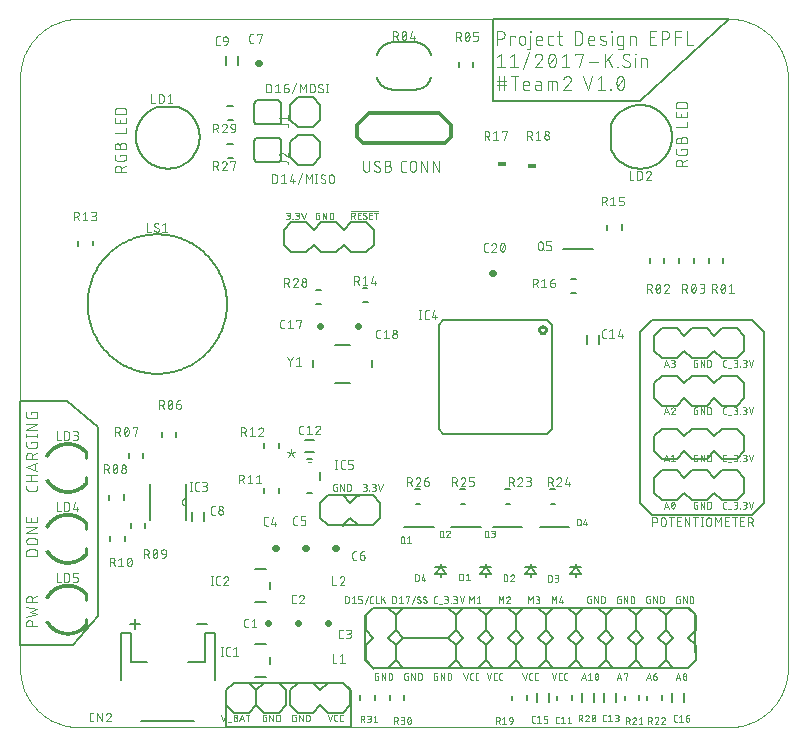
<source format=gto>
G75*
%MOIN*%
%OFA0B0*%
%FSLAX25Y25*%
%IPPOS*%
%LPD*%
%AMOC8*
5,1,8,0,0,1.08239X$1,22.5*
%
%ADD10C,0.00000*%
%ADD11C,0.00200*%
%ADD12C,0.00300*%
%ADD13C,0.01200*%
%ADD14C,0.00400*%
%ADD15C,0.00600*%
%ADD16C,0.00800*%
%ADD17C,0.02200*%
%ADD18C,0.00500*%
%ADD19C,0.00700*%
%ADD20C,0.01000*%
%ADD21R,0.03000X0.01800*%
%ADD22C,0.00100*%
D10*
X0105861Y0042839D02*
X0105861Y0239689D01*
X0105862Y0239689D02*
X0105868Y0240165D01*
X0105885Y0240640D01*
X0105914Y0241115D01*
X0105954Y0241589D01*
X0106006Y0242062D01*
X0106069Y0242533D01*
X0106143Y0243003D01*
X0106229Y0243471D01*
X0106326Y0243937D01*
X0106434Y0244400D01*
X0106553Y0244860D01*
X0106684Y0245318D01*
X0106825Y0245772D01*
X0106978Y0246223D01*
X0107141Y0246669D01*
X0107315Y0247112D01*
X0107500Y0247550D01*
X0107695Y0247984D01*
X0107901Y0248413D01*
X0108117Y0248837D01*
X0108343Y0249256D01*
X0108579Y0249669D01*
X0108825Y0250076D01*
X0109081Y0250477D01*
X0109347Y0250871D01*
X0109622Y0251260D01*
X0109906Y0251641D01*
X0110199Y0252015D01*
X0110501Y0252383D01*
X0110813Y0252743D01*
X0111132Y0253095D01*
X0111460Y0253439D01*
X0111797Y0253776D01*
X0112141Y0254104D01*
X0112493Y0254423D01*
X0112853Y0254735D01*
X0113221Y0255037D01*
X0113595Y0255330D01*
X0113976Y0255614D01*
X0114365Y0255889D01*
X0114759Y0256155D01*
X0115160Y0256411D01*
X0115567Y0256657D01*
X0115980Y0256893D01*
X0116399Y0257119D01*
X0116823Y0257335D01*
X0117252Y0257541D01*
X0117686Y0257736D01*
X0118124Y0257921D01*
X0118567Y0258095D01*
X0119013Y0258258D01*
X0119464Y0258411D01*
X0119918Y0258552D01*
X0120376Y0258683D01*
X0120836Y0258802D01*
X0121299Y0258910D01*
X0121765Y0259007D01*
X0122233Y0259093D01*
X0122703Y0259167D01*
X0123174Y0259230D01*
X0123647Y0259282D01*
X0124121Y0259322D01*
X0124596Y0259351D01*
X0125071Y0259368D01*
X0125547Y0259374D01*
X0342082Y0259374D01*
X0342558Y0259368D01*
X0343033Y0259351D01*
X0343508Y0259322D01*
X0343982Y0259282D01*
X0344455Y0259230D01*
X0344926Y0259167D01*
X0345396Y0259093D01*
X0345864Y0259007D01*
X0346330Y0258910D01*
X0346793Y0258802D01*
X0347253Y0258683D01*
X0347711Y0258552D01*
X0348165Y0258411D01*
X0348616Y0258258D01*
X0349062Y0258095D01*
X0349505Y0257921D01*
X0349943Y0257736D01*
X0350377Y0257541D01*
X0350806Y0257335D01*
X0351230Y0257119D01*
X0351649Y0256893D01*
X0352062Y0256657D01*
X0352469Y0256411D01*
X0352870Y0256155D01*
X0353264Y0255889D01*
X0353653Y0255614D01*
X0354034Y0255330D01*
X0354408Y0255037D01*
X0354776Y0254735D01*
X0355136Y0254423D01*
X0355488Y0254104D01*
X0355832Y0253776D01*
X0356169Y0253439D01*
X0356497Y0253095D01*
X0356816Y0252743D01*
X0357128Y0252383D01*
X0357430Y0252015D01*
X0357723Y0251641D01*
X0358007Y0251260D01*
X0358282Y0250871D01*
X0358548Y0250477D01*
X0358804Y0250076D01*
X0359050Y0249669D01*
X0359286Y0249256D01*
X0359512Y0248837D01*
X0359728Y0248413D01*
X0359934Y0247984D01*
X0360129Y0247550D01*
X0360314Y0247112D01*
X0360488Y0246669D01*
X0360651Y0246223D01*
X0360804Y0245772D01*
X0360945Y0245318D01*
X0361076Y0244860D01*
X0361195Y0244400D01*
X0361303Y0243937D01*
X0361400Y0243471D01*
X0361486Y0243003D01*
X0361560Y0242533D01*
X0361623Y0242062D01*
X0361675Y0241589D01*
X0361715Y0241115D01*
X0361744Y0240640D01*
X0361761Y0240165D01*
X0361767Y0239689D01*
X0361767Y0042839D01*
X0361761Y0042363D01*
X0361744Y0041888D01*
X0361715Y0041413D01*
X0361675Y0040939D01*
X0361623Y0040466D01*
X0361560Y0039995D01*
X0361486Y0039525D01*
X0361400Y0039057D01*
X0361303Y0038591D01*
X0361195Y0038128D01*
X0361076Y0037668D01*
X0360945Y0037210D01*
X0360804Y0036756D01*
X0360651Y0036305D01*
X0360488Y0035859D01*
X0360314Y0035416D01*
X0360129Y0034978D01*
X0359934Y0034544D01*
X0359728Y0034115D01*
X0359512Y0033691D01*
X0359286Y0033272D01*
X0359050Y0032859D01*
X0358804Y0032452D01*
X0358548Y0032051D01*
X0358282Y0031657D01*
X0358007Y0031268D01*
X0357723Y0030887D01*
X0357430Y0030513D01*
X0357128Y0030145D01*
X0356816Y0029785D01*
X0356497Y0029433D01*
X0356169Y0029089D01*
X0355832Y0028752D01*
X0355488Y0028424D01*
X0355136Y0028105D01*
X0354776Y0027793D01*
X0354408Y0027491D01*
X0354034Y0027198D01*
X0353653Y0026914D01*
X0353264Y0026639D01*
X0352870Y0026373D01*
X0352469Y0026117D01*
X0352062Y0025871D01*
X0351649Y0025635D01*
X0351230Y0025409D01*
X0350806Y0025193D01*
X0350377Y0024987D01*
X0349943Y0024792D01*
X0349505Y0024607D01*
X0349062Y0024433D01*
X0348616Y0024270D01*
X0348165Y0024117D01*
X0347711Y0023976D01*
X0347253Y0023845D01*
X0346793Y0023726D01*
X0346330Y0023618D01*
X0345864Y0023521D01*
X0345396Y0023435D01*
X0344926Y0023361D01*
X0344455Y0023298D01*
X0343982Y0023246D01*
X0343508Y0023206D01*
X0343033Y0023177D01*
X0342558Y0023160D01*
X0342082Y0023154D01*
X0125547Y0023154D01*
X0125071Y0023160D01*
X0124596Y0023177D01*
X0124121Y0023206D01*
X0123647Y0023246D01*
X0123174Y0023298D01*
X0122703Y0023361D01*
X0122233Y0023435D01*
X0121765Y0023521D01*
X0121299Y0023618D01*
X0120836Y0023726D01*
X0120376Y0023845D01*
X0119918Y0023976D01*
X0119464Y0024117D01*
X0119013Y0024270D01*
X0118567Y0024433D01*
X0118124Y0024607D01*
X0117686Y0024792D01*
X0117252Y0024987D01*
X0116823Y0025193D01*
X0116399Y0025409D01*
X0115980Y0025635D01*
X0115567Y0025871D01*
X0115160Y0026117D01*
X0114759Y0026373D01*
X0114365Y0026639D01*
X0113976Y0026914D01*
X0113595Y0027198D01*
X0113221Y0027491D01*
X0112853Y0027793D01*
X0112493Y0028105D01*
X0112141Y0028424D01*
X0111797Y0028752D01*
X0111460Y0029089D01*
X0111132Y0029433D01*
X0110813Y0029785D01*
X0110501Y0030145D01*
X0110199Y0030513D01*
X0109906Y0030887D01*
X0109622Y0031268D01*
X0109347Y0031657D01*
X0109081Y0032051D01*
X0108825Y0032452D01*
X0108579Y0032859D01*
X0108343Y0033272D01*
X0108117Y0033691D01*
X0107901Y0034115D01*
X0107695Y0034544D01*
X0107500Y0034978D01*
X0107315Y0035416D01*
X0107141Y0035859D01*
X0106978Y0036305D01*
X0106825Y0036756D01*
X0106684Y0037210D01*
X0106553Y0037668D01*
X0106434Y0038128D01*
X0106326Y0038591D01*
X0106229Y0039057D01*
X0106143Y0039525D01*
X0106069Y0039995D01*
X0106006Y0040466D01*
X0105954Y0040939D01*
X0105914Y0041413D01*
X0105885Y0041888D01*
X0105868Y0042363D01*
X0105862Y0042839D01*
X0160994Y0097131D02*
X0160925Y0097133D01*
X0160857Y0097139D01*
X0160789Y0097149D01*
X0160722Y0097162D01*
X0160656Y0097180D01*
X0160591Y0097201D01*
X0160527Y0097226D01*
X0160465Y0097254D01*
X0160404Y0097286D01*
X0160345Y0097321D01*
X0160289Y0097360D01*
X0160234Y0097402D01*
X0160183Y0097447D01*
X0160133Y0097495D01*
X0160087Y0097545D01*
X0160044Y0097598D01*
X0160003Y0097654D01*
X0159966Y0097711D01*
X0159933Y0097771D01*
X0159902Y0097833D01*
X0159876Y0097896D01*
X0159853Y0097960D01*
X0159833Y0098026D01*
X0159818Y0098093D01*
X0159806Y0098160D01*
X0159798Y0098228D01*
X0159794Y0098297D01*
X0159794Y0098365D01*
X0159798Y0098434D01*
X0159806Y0098502D01*
X0159818Y0098569D01*
X0159833Y0098636D01*
X0159853Y0098702D01*
X0159876Y0098766D01*
X0159902Y0098829D01*
X0159933Y0098891D01*
X0159966Y0098951D01*
X0160003Y0099008D01*
X0160044Y0099064D01*
X0160087Y0099117D01*
X0160133Y0099167D01*
X0160183Y0099215D01*
X0160234Y0099260D01*
X0160289Y0099302D01*
X0160345Y0099341D01*
X0160404Y0099376D01*
X0160465Y0099408D01*
X0160527Y0099436D01*
X0160591Y0099461D01*
X0160656Y0099482D01*
X0160722Y0099500D01*
X0160789Y0099513D01*
X0160857Y0099523D01*
X0160925Y0099529D01*
X0160994Y0099531D01*
X0201917Y0111651D02*
X0201981Y0111625D01*
X0202045Y0111603D01*
X0202111Y0111584D01*
X0202178Y0111568D01*
X0202246Y0111557D01*
X0202314Y0111549D01*
X0202383Y0111545D01*
X0202451Y0111545D01*
X0202520Y0111549D01*
X0202588Y0111557D01*
X0202656Y0111568D01*
X0202723Y0111584D01*
X0202789Y0111603D01*
X0202853Y0111625D01*
X0202917Y0111651D01*
D11*
X0210781Y0104194D02*
X0211514Y0104194D01*
X0210781Y0104194D02*
X0210738Y0104192D01*
X0210696Y0104187D01*
X0210654Y0104177D01*
X0210614Y0104165D01*
X0210574Y0104148D01*
X0210536Y0104128D01*
X0210501Y0104106D01*
X0210467Y0104080D01*
X0210435Y0104051D01*
X0210406Y0104019D01*
X0210380Y0103985D01*
X0210358Y0103949D01*
X0210338Y0103912D01*
X0210321Y0103872D01*
X0210309Y0103832D01*
X0210299Y0103790D01*
X0210294Y0103748D01*
X0210292Y0103705D01*
X0210292Y0102483D01*
X0210294Y0102440D01*
X0210299Y0102398D01*
X0210309Y0102356D01*
X0210321Y0102316D01*
X0210338Y0102276D01*
X0210358Y0102239D01*
X0210380Y0102203D01*
X0210406Y0102169D01*
X0210435Y0102137D01*
X0210467Y0102108D01*
X0210501Y0102082D01*
X0210537Y0102060D01*
X0210574Y0102040D01*
X0210614Y0102023D01*
X0210654Y0102011D01*
X0210696Y0102001D01*
X0210738Y0101996D01*
X0210781Y0101994D01*
X0211514Y0101994D01*
X0211514Y0103216D01*
X0211148Y0103216D01*
X0212596Y0104194D02*
X0213818Y0101994D01*
X0213818Y0104194D01*
X0214900Y0104194D02*
X0215511Y0104194D01*
X0214900Y0104194D02*
X0214900Y0101994D01*
X0215511Y0101994D01*
X0215559Y0101996D01*
X0215607Y0102002D01*
X0215654Y0102011D01*
X0215700Y0102024D01*
X0215745Y0102041D01*
X0215788Y0102061D01*
X0215830Y0102084D01*
X0215870Y0102111D01*
X0215908Y0102140D01*
X0215943Y0102173D01*
X0215976Y0102208D01*
X0216005Y0102246D01*
X0216032Y0102286D01*
X0216055Y0102328D01*
X0216075Y0102371D01*
X0216092Y0102416D01*
X0216105Y0102462D01*
X0216114Y0102509D01*
X0216120Y0102557D01*
X0216122Y0102605D01*
X0216122Y0103583D01*
X0216120Y0103631D01*
X0216114Y0103679D01*
X0216105Y0103726D01*
X0216092Y0103772D01*
X0216075Y0103817D01*
X0216055Y0103860D01*
X0216032Y0103902D01*
X0216005Y0103942D01*
X0215976Y0103980D01*
X0215943Y0104015D01*
X0215908Y0104048D01*
X0215870Y0104077D01*
X0215830Y0104104D01*
X0215788Y0104127D01*
X0215745Y0104147D01*
X0215700Y0104164D01*
X0215654Y0104177D01*
X0215607Y0104186D01*
X0215559Y0104192D01*
X0215511Y0104194D01*
X0212596Y0104194D02*
X0212596Y0101994D01*
X0220135Y0101994D02*
X0220746Y0101994D01*
X0220794Y0101996D01*
X0220842Y0102002D01*
X0220889Y0102011D01*
X0220935Y0102024D01*
X0220980Y0102041D01*
X0221023Y0102061D01*
X0221065Y0102084D01*
X0221105Y0102111D01*
X0221143Y0102140D01*
X0221178Y0102173D01*
X0221211Y0102208D01*
X0221240Y0102246D01*
X0221267Y0102286D01*
X0221290Y0102328D01*
X0221310Y0102371D01*
X0221327Y0102416D01*
X0221340Y0102462D01*
X0221349Y0102509D01*
X0221355Y0102557D01*
X0221357Y0102605D01*
X0221355Y0102653D01*
X0221349Y0102701D01*
X0221340Y0102748D01*
X0221327Y0102794D01*
X0221310Y0102839D01*
X0221290Y0102882D01*
X0221267Y0102924D01*
X0221240Y0102964D01*
X0221211Y0103002D01*
X0221178Y0103037D01*
X0221143Y0103070D01*
X0221105Y0103099D01*
X0221065Y0103126D01*
X0221023Y0103149D01*
X0220980Y0103169D01*
X0220935Y0103186D01*
X0220889Y0103199D01*
X0220842Y0103208D01*
X0220794Y0103214D01*
X0220746Y0103216D01*
X0220868Y0103216D02*
X0220379Y0103216D01*
X0220868Y0103216D02*
X0220911Y0103218D01*
X0220953Y0103223D01*
X0220995Y0103233D01*
X0221035Y0103245D01*
X0221075Y0103262D01*
X0221113Y0103282D01*
X0221148Y0103304D01*
X0221182Y0103330D01*
X0221214Y0103359D01*
X0221243Y0103391D01*
X0221269Y0103425D01*
X0221291Y0103461D01*
X0221311Y0103498D01*
X0221328Y0103538D01*
X0221340Y0103578D01*
X0221350Y0103620D01*
X0221355Y0103662D01*
X0221357Y0103705D01*
X0221355Y0103748D01*
X0221350Y0103790D01*
X0221340Y0103832D01*
X0221328Y0103872D01*
X0221311Y0103912D01*
X0221291Y0103950D01*
X0221269Y0103985D01*
X0221243Y0104019D01*
X0221214Y0104051D01*
X0221182Y0104080D01*
X0221148Y0104106D01*
X0221113Y0104128D01*
X0221075Y0104148D01*
X0221035Y0104165D01*
X0220995Y0104177D01*
X0220953Y0104187D01*
X0220911Y0104192D01*
X0220868Y0104194D01*
X0220135Y0104194D01*
X0222197Y0102116D02*
X0222319Y0102116D01*
X0222319Y0101994D01*
X0222197Y0101994D01*
X0222197Y0102116D01*
X0223159Y0101994D02*
X0223770Y0101994D01*
X0223818Y0101996D01*
X0223866Y0102002D01*
X0223913Y0102011D01*
X0223959Y0102024D01*
X0224004Y0102041D01*
X0224047Y0102061D01*
X0224089Y0102084D01*
X0224129Y0102111D01*
X0224167Y0102140D01*
X0224202Y0102173D01*
X0224235Y0102208D01*
X0224264Y0102246D01*
X0224291Y0102286D01*
X0224314Y0102328D01*
X0224334Y0102371D01*
X0224351Y0102416D01*
X0224364Y0102462D01*
X0224373Y0102509D01*
X0224379Y0102557D01*
X0224381Y0102605D01*
X0224379Y0102653D01*
X0224373Y0102701D01*
X0224364Y0102748D01*
X0224351Y0102794D01*
X0224334Y0102839D01*
X0224314Y0102882D01*
X0224291Y0102924D01*
X0224264Y0102964D01*
X0224235Y0103002D01*
X0224202Y0103037D01*
X0224167Y0103070D01*
X0224129Y0103099D01*
X0224089Y0103126D01*
X0224047Y0103149D01*
X0224004Y0103169D01*
X0223959Y0103186D01*
X0223913Y0103199D01*
X0223866Y0103208D01*
X0223818Y0103214D01*
X0223770Y0103216D01*
X0223892Y0103216D02*
X0223403Y0103216D01*
X0223892Y0103216D02*
X0223935Y0103218D01*
X0223977Y0103223D01*
X0224019Y0103233D01*
X0224059Y0103245D01*
X0224099Y0103262D01*
X0224137Y0103282D01*
X0224172Y0103304D01*
X0224206Y0103330D01*
X0224238Y0103359D01*
X0224267Y0103391D01*
X0224293Y0103425D01*
X0224315Y0103461D01*
X0224335Y0103498D01*
X0224352Y0103538D01*
X0224364Y0103578D01*
X0224374Y0103620D01*
X0224379Y0103662D01*
X0224381Y0103705D01*
X0224379Y0103748D01*
X0224374Y0103790D01*
X0224364Y0103832D01*
X0224352Y0103872D01*
X0224335Y0103912D01*
X0224315Y0103950D01*
X0224293Y0103985D01*
X0224267Y0104019D01*
X0224238Y0104051D01*
X0224206Y0104080D01*
X0224172Y0104106D01*
X0224137Y0104128D01*
X0224099Y0104148D01*
X0224059Y0104165D01*
X0224019Y0104177D01*
X0223977Y0104187D01*
X0223935Y0104192D01*
X0223892Y0104194D01*
X0223159Y0104194D01*
X0225196Y0104194D02*
X0225930Y0101994D01*
X0226663Y0104194D01*
X0232731Y0086183D02*
X0232731Y0085205D01*
X0232733Y0085157D01*
X0232739Y0085109D01*
X0232748Y0085062D01*
X0232761Y0085016D01*
X0232778Y0084971D01*
X0232798Y0084928D01*
X0232821Y0084886D01*
X0232848Y0084846D01*
X0232877Y0084808D01*
X0232910Y0084773D01*
X0232945Y0084740D01*
X0232983Y0084711D01*
X0233023Y0084684D01*
X0233065Y0084661D01*
X0233108Y0084641D01*
X0233153Y0084624D01*
X0233199Y0084611D01*
X0233246Y0084602D01*
X0233294Y0084596D01*
X0233342Y0084594D01*
X0233390Y0084596D01*
X0233438Y0084602D01*
X0233485Y0084611D01*
X0233531Y0084624D01*
X0233576Y0084641D01*
X0233619Y0084661D01*
X0233661Y0084684D01*
X0233701Y0084711D01*
X0233739Y0084740D01*
X0233774Y0084773D01*
X0233807Y0084808D01*
X0233836Y0084846D01*
X0233863Y0084886D01*
X0233886Y0084928D01*
X0233906Y0084971D01*
X0233923Y0085016D01*
X0233936Y0085062D01*
X0233945Y0085109D01*
X0233951Y0085157D01*
X0233953Y0085205D01*
X0233953Y0086183D01*
X0233951Y0086231D01*
X0233945Y0086279D01*
X0233936Y0086326D01*
X0233923Y0086372D01*
X0233906Y0086417D01*
X0233886Y0086460D01*
X0233863Y0086502D01*
X0233836Y0086542D01*
X0233807Y0086580D01*
X0233774Y0086615D01*
X0233739Y0086648D01*
X0233701Y0086677D01*
X0233661Y0086704D01*
X0233619Y0086727D01*
X0233576Y0086747D01*
X0233531Y0086764D01*
X0233485Y0086777D01*
X0233438Y0086786D01*
X0233390Y0086792D01*
X0233342Y0086794D01*
X0233294Y0086792D01*
X0233246Y0086786D01*
X0233199Y0086777D01*
X0233153Y0086764D01*
X0233108Y0086747D01*
X0233065Y0086727D01*
X0233023Y0086704D01*
X0232983Y0086677D01*
X0232945Y0086648D01*
X0232910Y0086615D01*
X0232877Y0086580D01*
X0232848Y0086542D01*
X0232821Y0086502D01*
X0232798Y0086460D01*
X0232778Y0086417D01*
X0232761Y0086372D01*
X0232748Y0086326D01*
X0232739Y0086279D01*
X0232733Y0086231D01*
X0232731Y0086183D01*
X0233709Y0085083D02*
X0234198Y0084594D01*
X0234835Y0084594D02*
X0236057Y0084594D01*
X0235446Y0084594D02*
X0235446Y0086794D01*
X0234835Y0086305D01*
X0245763Y0087173D02*
X0245763Y0088151D01*
X0245765Y0088199D01*
X0245771Y0088247D01*
X0245780Y0088294D01*
X0245793Y0088340D01*
X0245810Y0088385D01*
X0245830Y0088428D01*
X0245853Y0088470D01*
X0245880Y0088510D01*
X0245909Y0088548D01*
X0245942Y0088583D01*
X0245977Y0088616D01*
X0246015Y0088645D01*
X0246055Y0088672D01*
X0246097Y0088695D01*
X0246140Y0088715D01*
X0246185Y0088732D01*
X0246231Y0088745D01*
X0246278Y0088754D01*
X0246326Y0088760D01*
X0246374Y0088762D01*
X0246422Y0088760D01*
X0246470Y0088754D01*
X0246517Y0088745D01*
X0246563Y0088732D01*
X0246608Y0088715D01*
X0246651Y0088695D01*
X0246693Y0088672D01*
X0246733Y0088645D01*
X0246771Y0088616D01*
X0246806Y0088583D01*
X0246839Y0088548D01*
X0246868Y0088510D01*
X0246895Y0088470D01*
X0246918Y0088428D01*
X0246938Y0088385D01*
X0246955Y0088340D01*
X0246968Y0088294D01*
X0246977Y0088247D01*
X0246983Y0088199D01*
X0246985Y0088151D01*
X0246985Y0087173D01*
X0246741Y0087051D02*
X0247229Y0086562D01*
X0247866Y0086562D02*
X0248905Y0087784D01*
X0248538Y0088763D02*
X0248486Y0088761D01*
X0248434Y0088755D01*
X0248382Y0088746D01*
X0248332Y0088732D01*
X0248282Y0088715D01*
X0248234Y0088694D01*
X0248188Y0088670D01*
X0248144Y0088643D01*
X0248101Y0088612D01*
X0248061Y0088578D01*
X0248024Y0088542D01*
X0247990Y0088502D01*
X0247958Y0088460D01*
X0247930Y0088417D01*
X0247905Y0088371D01*
X0247883Y0088323D01*
X0247865Y0088274D01*
X0248906Y0087784D02*
X0248939Y0087818D01*
X0248969Y0087855D01*
X0248997Y0087895D01*
X0249021Y0087936D01*
X0249041Y0087979D01*
X0249058Y0088024D01*
X0249072Y0088070D01*
X0249081Y0088117D01*
X0249087Y0088164D01*
X0249089Y0088212D01*
X0249088Y0088212D02*
X0249086Y0088257D01*
X0249080Y0088303D01*
X0249071Y0088347D01*
X0249058Y0088391D01*
X0249042Y0088433D01*
X0249022Y0088474D01*
X0248998Y0088513D01*
X0248972Y0088550D01*
X0248943Y0088585D01*
X0248911Y0088617D01*
X0248876Y0088646D01*
X0248839Y0088672D01*
X0248800Y0088696D01*
X0248759Y0088716D01*
X0248717Y0088732D01*
X0248673Y0088745D01*
X0248629Y0088754D01*
X0248583Y0088760D01*
X0248538Y0088762D01*
X0249088Y0086562D02*
X0247866Y0086562D01*
X0246985Y0087173D02*
X0246983Y0087125D01*
X0246977Y0087077D01*
X0246968Y0087030D01*
X0246955Y0086984D01*
X0246938Y0086939D01*
X0246918Y0086896D01*
X0246895Y0086854D01*
X0246868Y0086814D01*
X0246839Y0086776D01*
X0246806Y0086741D01*
X0246771Y0086708D01*
X0246733Y0086679D01*
X0246693Y0086652D01*
X0246651Y0086629D01*
X0246608Y0086609D01*
X0246563Y0086592D01*
X0246517Y0086579D01*
X0246470Y0086570D01*
X0246422Y0086564D01*
X0246374Y0086562D01*
X0246326Y0086564D01*
X0246278Y0086570D01*
X0246231Y0086579D01*
X0246185Y0086592D01*
X0246140Y0086609D01*
X0246097Y0086629D01*
X0246055Y0086652D01*
X0246015Y0086679D01*
X0245977Y0086708D01*
X0245942Y0086741D01*
X0245909Y0086776D01*
X0245880Y0086814D01*
X0245853Y0086854D01*
X0245830Y0086896D01*
X0245810Y0086939D01*
X0245793Y0086984D01*
X0245780Y0087030D01*
X0245771Y0087077D01*
X0245765Y0087125D01*
X0245763Y0087173D01*
X0240230Y0074135D02*
X0239741Y0072424D01*
X0240963Y0072424D01*
X0240596Y0072912D02*
X0240596Y0071935D01*
X0238731Y0072546D02*
X0238731Y0073524D01*
X0238729Y0073572D01*
X0238723Y0073620D01*
X0238714Y0073667D01*
X0238701Y0073713D01*
X0238684Y0073758D01*
X0238664Y0073801D01*
X0238641Y0073843D01*
X0238614Y0073883D01*
X0238585Y0073921D01*
X0238552Y0073956D01*
X0238517Y0073989D01*
X0238479Y0074018D01*
X0238439Y0074045D01*
X0238397Y0074068D01*
X0238354Y0074088D01*
X0238309Y0074105D01*
X0238263Y0074118D01*
X0238216Y0074127D01*
X0238168Y0074133D01*
X0238120Y0074135D01*
X0237509Y0074135D01*
X0237509Y0071935D01*
X0238120Y0071935D01*
X0238168Y0071937D01*
X0238216Y0071943D01*
X0238263Y0071952D01*
X0238309Y0071965D01*
X0238354Y0071982D01*
X0238397Y0072002D01*
X0238439Y0072025D01*
X0238479Y0072052D01*
X0238517Y0072081D01*
X0238552Y0072114D01*
X0238585Y0072149D01*
X0238614Y0072187D01*
X0238641Y0072227D01*
X0238664Y0072269D01*
X0238684Y0072312D01*
X0238701Y0072357D01*
X0238714Y0072403D01*
X0238723Y0072450D01*
X0238729Y0072498D01*
X0238731Y0072546D01*
X0237413Y0067037D02*
X0236435Y0064348D01*
X0234980Y0064592D02*
X0235591Y0066792D01*
X0234369Y0066792D01*
X0234369Y0066548D01*
X0232820Y0066792D02*
X0232820Y0064592D01*
X0232209Y0064592D02*
X0233431Y0064592D01*
X0232209Y0066303D02*
X0232820Y0066792D01*
X0231199Y0066181D02*
X0231199Y0065203D01*
X0231197Y0065155D01*
X0231191Y0065107D01*
X0231182Y0065060D01*
X0231169Y0065014D01*
X0231152Y0064969D01*
X0231132Y0064926D01*
X0231109Y0064884D01*
X0231082Y0064844D01*
X0231053Y0064806D01*
X0231020Y0064771D01*
X0230985Y0064738D01*
X0230947Y0064709D01*
X0230907Y0064682D01*
X0230865Y0064659D01*
X0230822Y0064639D01*
X0230777Y0064622D01*
X0230731Y0064609D01*
X0230684Y0064600D01*
X0230636Y0064594D01*
X0230588Y0064592D01*
X0229977Y0064592D01*
X0229977Y0066792D01*
X0230588Y0066792D01*
X0230636Y0066790D01*
X0230684Y0066784D01*
X0230731Y0066775D01*
X0230777Y0066762D01*
X0230822Y0066745D01*
X0230865Y0066725D01*
X0230907Y0066702D01*
X0230947Y0066675D01*
X0230985Y0066646D01*
X0231020Y0066613D01*
X0231053Y0066578D01*
X0231082Y0066540D01*
X0231109Y0066500D01*
X0231132Y0066458D01*
X0231152Y0066415D01*
X0231169Y0066370D01*
X0231182Y0066324D01*
X0231191Y0066277D01*
X0231197Y0066229D01*
X0231199Y0066181D01*
X0227508Y0066792D02*
X0226286Y0065448D01*
X0226775Y0065937D02*
X0227508Y0064592D01*
X0226286Y0064592D02*
X0226286Y0066792D01*
X0224385Y0066792D02*
X0224385Y0064592D01*
X0225363Y0064592D01*
X0223481Y0064592D02*
X0222992Y0064592D01*
X0222949Y0064594D01*
X0222907Y0064599D01*
X0222865Y0064609D01*
X0222825Y0064621D01*
X0222785Y0064638D01*
X0222748Y0064658D01*
X0222712Y0064680D01*
X0222678Y0064706D01*
X0222646Y0064735D01*
X0222617Y0064767D01*
X0222591Y0064801D01*
X0222569Y0064837D01*
X0222549Y0064874D01*
X0222532Y0064914D01*
X0222520Y0064954D01*
X0222510Y0064996D01*
X0222505Y0065038D01*
X0222503Y0065081D01*
X0222503Y0066303D01*
X0222505Y0066346D01*
X0222510Y0066388D01*
X0222520Y0066430D01*
X0222532Y0066470D01*
X0222549Y0066510D01*
X0222569Y0066547D01*
X0222591Y0066583D01*
X0222617Y0066617D01*
X0222646Y0066649D01*
X0222678Y0066678D01*
X0222712Y0066704D01*
X0222747Y0066726D01*
X0222785Y0066746D01*
X0222825Y0066763D01*
X0222865Y0066775D01*
X0222907Y0066785D01*
X0222949Y0066790D01*
X0222992Y0066792D01*
X0223481Y0066792D01*
X0221665Y0067037D02*
X0220687Y0064348D01*
X0219843Y0065081D02*
X0219843Y0065325D01*
X0219844Y0065325D02*
X0219842Y0065368D01*
X0219837Y0065410D01*
X0219827Y0065452D01*
X0219815Y0065492D01*
X0219798Y0065532D01*
X0219778Y0065570D01*
X0219756Y0065605D01*
X0219730Y0065639D01*
X0219701Y0065671D01*
X0219669Y0065700D01*
X0219635Y0065726D01*
X0219600Y0065748D01*
X0219562Y0065768D01*
X0219522Y0065785D01*
X0219482Y0065797D01*
X0219440Y0065807D01*
X0219398Y0065812D01*
X0219355Y0065814D01*
X0218621Y0065814D01*
X0218621Y0066792D01*
X0219843Y0066792D01*
X0219844Y0065081D02*
X0219842Y0065038D01*
X0219837Y0064996D01*
X0219827Y0064954D01*
X0219815Y0064914D01*
X0219798Y0064874D01*
X0219778Y0064836D01*
X0219756Y0064801D01*
X0219730Y0064767D01*
X0219701Y0064735D01*
X0219669Y0064706D01*
X0219635Y0064680D01*
X0219599Y0064658D01*
X0219562Y0064638D01*
X0219522Y0064621D01*
X0219482Y0064609D01*
X0219440Y0064599D01*
X0219398Y0064594D01*
X0219355Y0064592D01*
X0218621Y0064592D01*
X0217683Y0064592D02*
X0216461Y0064592D01*
X0217072Y0064592D02*
X0217072Y0066792D01*
X0216461Y0066303D01*
X0215451Y0066181D02*
X0215451Y0065203D01*
X0215449Y0065155D01*
X0215443Y0065107D01*
X0215434Y0065060D01*
X0215421Y0065014D01*
X0215404Y0064969D01*
X0215384Y0064926D01*
X0215361Y0064884D01*
X0215334Y0064844D01*
X0215305Y0064806D01*
X0215272Y0064771D01*
X0215237Y0064738D01*
X0215199Y0064709D01*
X0215159Y0064682D01*
X0215117Y0064659D01*
X0215074Y0064639D01*
X0215029Y0064622D01*
X0214983Y0064609D01*
X0214936Y0064600D01*
X0214888Y0064594D01*
X0214840Y0064592D01*
X0214229Y0064592D01*
X0214229Y0066792D01*
X0214840Y0066792D01*
X0214888Y0066790D01*
X0214936Y0066784D01*
X0214983Y0066775D01*
X0215029Y0066762D01*
X0215074Y0066745D01*
X0215117Y0066725D01*
X0215159Y0066702D01*
X0215199Y0066675D01*
X0215237Y0066646D01*
X0215272Y0066613D01*
X0215305Y0066578D01*
X0215334Y0066540D01*
X0215361Y0066500D01*
X0215384Y0066458D01*
X0215404Y0066415D01*
X0215421Y0066370D01*
X0215434Y0066324D01*
X0215443Y0066277D01*
X0215449Y0066229D01*
X0215451Y0066181D01*
X0238491Y0065875D02*
X0239163Y0065509D01*
X0238919Y0064592D02*
X0238856Y0064594D01*
X0238794Y0064600D01*
X0238732Y0064609D01*
X0238671Y0064622D01*
X0238610Y0064639D01*
X0238551Y0064660D01*
X0238493Y0064684D01*
X0238437Y0064712D01*
X0238382Y0064743D01*
X0238329Y0064777D01*
X0238279Y0064814D01*
X0238231Y0064854D01*
X0238186Y0064898D01*
X0239163Y0065509D02*
X0239199Y0065486D01*
X0239233Y0065459D01*
X0239265Y0065430D01*
X0239294Y0065398D01*
X0239320Y0065364D01*
X0239343Y0065328D01*
X0239362Y0065289D01*
X0239379Y0065250D01*
X0239391Y0065209D01*
X0239401Y0065167D01*
X0239406Y0065124D01*
X0239408Y0065081D01*
X0239406Y0065038D01*
X0239401Y0064996D01*
X0239391Y0064954D01*
X0239379Y0064914D01*
X0239362Y0064874D01*
X0239342Y0064837D01*
X0239320Y0064801D01*
X0239294Y0064767D01*
X0239265Y0064735D01*
X0239233Y0064706D01*
X0239199Y0064680D01*
X0239164Y0064658D01*
X0239126Y0064638D01*
X0239086Y0064621D01*
X0239046Y0064609D01*
X0239004Y0064599D01*
X0238962Y0064594D01*
X0238919Y0064592D01*
X0239285Y0066609D02*
X0239237Y0066642D01*
X0239186Y0066673D01*
X0239134Y0066701D01*
X0239080Y0066724D01*
X0239025Y0066745D01*
X0238968Y0066762D01*
X0238911Y0066775D01*
X0238853Y0066784D01*
X0238794Y0066790D01*
X0238735Y0066792D01*
X0238692Y0066790D01*
X0238650Y0066785D01*
X0238608Y0066775D01*
X0238568Y0066763D01*
X0238528Y0066746D01*
X0238491Y0066726D01*
X0238455Y0066704D01*
X0238421Y0066678D01*
X0238389Y0066649D01*
X0238360Y0066617D01*
X0238334Y0066583D01*
X0238312Y0066548D01*
X0238292Y0066510D01*
X0238275Y0066470D01*
X0238263Y0066430D01*
X0238253Y0066388D01*
X0238248Y0066346D01*
X0238246Y0066303D01*
X0238248Y0066260D01*
X0238253Y0066217D01*
X0238263Y0066175D01*
X0238275Y0066134D01*
X0238292Y0066095D01*
X0238311Y0066056D01*
X0238334Y0066020D01*
X0238360Y0065986D01*
X0238389Y0065954D01*
X0238421Y0065925D01*
X0238455Y0065898D01*
X0238491Y0065875D01*
X0240507Y0065875D02*
X0241179Y0065509D01*
X0240935Y0064592D02*
X0240872Y0064594D01*
X0240810Y0064600D01*
X0240748Y0064609D01*
X0240687Y0064622D01*
X0240626Y0064639D01*
X0240567Y0064660D01*
X0240509Y0064684D01*
X0240453Y0064712D01*
X0240398Y0064743D01*
X0240345Y0064777D01*
X0240295Y0064814D01*
X0240247Y0064854D01*
X0240202Y0064898D01*
X0241179Y0065509D02*
X0241215Y0065486D01*
X0241249Y0065459D01*
X0241281Y0065430D01*
X0241310Y0065398D01*
X0241336Y0065364D01*
X0241359Y0065328D01*
X0241378Y0065289D01*
X0241395Y0065250D01*
X0241407Y0065209D01*
X0241417Y0065167D01*
X0241422Y0065124D01*
X0241424Y0065081D01*
X0241422Y0065038D01*
X0241417Y0064996D01*
X0241407Y0064954D01*
X0241395Y0064914D01*
X0241378Y0064874D01*
X0241358Y0064837D01*
X0241336Y0064801D01*
X0241310Y0064767D01*
X0241281Y0064735D01*
X0241249Y0064706D01*
X0241215Y0064680D01*
X0241180Y0064658D01*
X0241142Y0064638D01*
X0241102Y0064621D01*
X0241062Y0064609D01*
X0241020Y0064599D01*
X0240978Y0064594D01*
X0240935Y0064592D01*
X0241301Y0066609D02*
X0241253Y0066642D01*
X0241202Y0066673D01*
X0241150Y0066701D01*
X0241096Y0066724D01*
X0241041Y0066745D01*
X0240984Y0066762D01*
X0240927Y0066775D01*
X0240869Y0066784D01*
X0240810Y0066790D01*
X0240751Y0066792D01*
X0240708Y0066790D01*
X0240666Y0066785D01*
X0240624Y0066775D01*
X0240584Y0066763D01*
X0240544Y0066746D01*
X0240507Y0066726D01*
X0240471Y0066704D01*
X0240437Y0066678D01*
X0240405Y0066649D01*
X0240376Y0066617D01*
X0240350Y0066583D01*
X0240328Y0066548D01*
X0240308Y0066510D01*
X0240291Y0066470D01*
X0240279Y0066430D01*
X0240269Y0066388D01*
X0240264Y0066346D01*
X0240262Y0066303D01*
X0240264Y0066260D01*
X0240269Y0066217D01*
X0240279Y0066175D01*
X0240291Y0066134D01*
X0240308Y0066095D01*
X0240327Y0066056D01*
X0240350Y0066020D01*
X0240376Y0065986D01*
X0240405Y0065954D01*
X0240437Y0065925D01*
X0240471Y0065898D01*
X0240507Y0065875D01*
X0243757Y0066303D02*
X0243757Y0065081D01*
X0243759Y0065038D01*
X0243764Y0064996D01*
X0243774Y0064954D01*
X0243786Y0064914D01*
X0243803Y0064874D01*
X0243823Y0064837D01*
X0243845Y0064801D01*
X0243871Y0064767D01*
X0243900Y0064735D01*
X0243932Y0064706D01*
X0243966Y0064680D01*
X0244002Y0064658D01*
X0244039Y0064638D01*
X0244079Y0064621D01*
X0244119Y0064609D01*
X0244161Y0064599D01*
X0244203Y0064594D01*
X0244246Y0064592D01*
X0244735Y0064592D01*
X0245469Y0064348D02*
X0246447Y0064348D01*
X0247291Y0064592D02*
X0247902Y0064592D01*
X0247950Y0064594D01*
X0247998Y0064600D01*
X0248045Y0064609D01*
X0248091Y0064622D01*
X0248136Y0064639D01*
X0248179Y0064659D01*
X0248221Y0064682D01*
X0248261Y0064709D01*
X0248299Y0064738D01*
X0248334Y0064771D01*
X0248367Y0064806D01*
X0248396Y0064844D01*
X0248423Y0064884D01*
X0248446Y0064926D01*
X0248466Y0064969D01*
X0248483Y0065014D01*
X0248496Y0065060D01*
X0248505Y0065107D01*
X0248511Y0065155D01*
X0248513Y0065203D01*
X0248511Y0065251D01*
X0248505Y0065299D01*
X0248496Y0065346D01*
X0248483Y0065392D01*
X0248466Y0065437D01*
X0248446Y0065480D01*
X0248423Y0065522D01*
X0248396Y0065562D01*
X0248367Y0065600D01*
X0248334Y0065635D01*
X0248299Y0065668D01*
X0248261Y0065697D01*
X0248221Y0065724D01*
X0248179Y0065747D01*
X0248136Y0065767D01*
X0248091Y0065784D01*
X0248045Y0065797D01*
X0247998Y0065806D01*
X0247950Y0065812D01*
X0247902Y0065814D01*
X0248024Y0065814D02*
X0247536Y0065814D01*
X0248024Y0065814D02*
X0248067Y0065816D01*
X0248109Y0065821D01*
X0248151Y0065831D01*
X0248191Y0065843D01*
X0248231Y0065860D01*
X0248269Y0065880D01*
X0248304Y0065902D01*
X0248338Y0065928D01*
X0248370Y0065957D01*
X0248399Y0065989D01*
X0248425Y0066023D01*
X0248447Y0066059D01*
X0248467Y0066096D01*
X0248484Y0066136D01*
X0248496Y0066176D01*
X0248506Y0066218D01*
X0248511Y0066260D01*
X0248513Y0066303D01*
X0248511Y0066346D01*
X0248506Y0066388D01*
X0248496Y0066430D01*
X0248484Y0066470D01*
X0248467Y0066510D01*
X0248447Y0066548D01*
X0248425Y0066583D01*
X0248399Y0066617D01*
X0248370Y0066649D01*
X0248338Y0066678D01*
X0248304Y0066704D01*
X0248269Y0066726D01*
X0248231Y0066746D01*
X0248191Y0066763D01*
X0248151Y0066775D01*
X0248109Y0066785D01*
X0248067Y0066790D01*
X0248024Y0066792D01*
X0247291Y0066792D01*
X0244735Y0066792D02*
X0244246Y0066792D01*
X0244203Y0066790D01*
X0244161Y0066785D01*
X0244119Y0066775D01*
X0244079Y0066763D01*
X0244039Y0066746D01*
X0244001Y0066726D01*
X0243966Y0066704D01*
X0243932Y0066678D01*
X0243900Y0066649D01*
X0243871Y0066617D01*
X0243845Y0066583D01*
X0243823Y0066547D01*
X0243803Y0066510D01*
X0243786Y0066470D01*
X0243774Y0066430D01*
X0243764Y0066388D01*
X0243759Y0066346D01*
X0243757Y0066303D01*
X0249353Y0064714D02*
X0249475Y0064714D01*
X0249475Y0064592D01*
X0249353Y0064592D01*
X0249353Y0064714D01*
X0250315Y0064592D02*
X0250926Y0064592D01*
X0250974Y0064594D01*
X0251022Y0064600D01*
X0251069Y0064609D01*
X0251115Y0064622D01*
X0251160Y0064639D01*
X0251203Y0064659D01*
X0251245Y0064682D01*
X0251285Y0064709D01*
X0251323Y0064738D01*
X0251358Y0064771D01*
X0251391Y0064806D01*
X0251420Y0064844D01*
X0251447Y0064884D01*
X0251470Y0064926D01*
X0251490Y0064969D01*
X0251507Y0065014D01*
X0251520Y0065060D01*
X0251529Y0065107D01*
X0251535Y0065155D01*
X0251537Y0065203D01*
X0251535Y0065251D01*
X0251529Y0065299D01*
X0251520Y0065346D01*
X0251507Y0065392D01*
X0251490Y0065437D01*
X0251470Y0065480D01*
X0251447Y0065522D01*
X0251420Y0065562D01*
X0251391Y0065600D01*
X0251358Y0065635D01*
X0251323Y0065668D01*
X0251285Y0065697D01*
X0251245Y0065724D01*
X0251203Y0065747D01*
X0251160Y0065767D01*
X0251115Y0065784D01*
X0251069Y0065797D01*
X0251022Y0065806D01*
X0250974Y0065812D01*
X0250926Y0065814D01*
X0251048Y0065814D02*
X0250560Y0065814D01*
X0251048Y0065814D02*
X0251091Y0065816D01*
X0251133Y0065821D01*
X0251175Y0065831D01*
X0251215Y0065843D01*
X0251255Y0065860D01*
X0251293Y0065880D01*
X0251328Y0065902D01*
X0251362Y0065928D01*
X0251394Y0065957D01*
X0251423Y0065989D01*
X0251449Y0066023D01*
X0251471Y0066059D01*
X0251491Y0066096D01*
X0251508Y0066136D01*
X0251520Y0066176D01*
X0251530Y0066218D01*
X0251535Y0066260D01*
X0251537Y0066303D01*
X0251535Y0066346D01*
X0251530Y0066388D01*
X0251520Y0066430D01*
X0251508Y0066470D01*
X0251491Y0066510D01*
X0251471Y0066548D01*
X0251449Y0066583D01*
X0251423Y0066617D01*
X0251394Y0066649D01*
X0251362Y0066678D01*
X0251328Y0066704D01*
X0251293Y0066726D01*
X0251255Y0066746D01*
X0251215Y0066763D01*
X0251175Y0066775D01*
X0251133Y0066785D01*
X0251091Y0066790D01*
X0251048Y0066792D01*
X0250315Y0066792D01*
X0252353Y0066792D02*
X0253086Y0064592D01*
X0253820Y0066792D01*
X0255568Y0066792D02*
X0256301Y0065570D01*
X0257034Y0066792D01*
X0257034Y0064592D01*
X0258066Y0064592D02*
X0259288Y0064592D01*
X0258677Y0064592D02*
X0258677Y0066792D01*
X0258066Y0066303D01*
X0255568Y0066792D02*
X0255568Y0064592D01*
X0255742Y0072155D02*
X0254520Y0072155D01*
X0255131Y0072155D02*
X0255131Y0074355D01*
X0254520Y0073866D01*
X0253510Y0073744D02*
X0253510Y0072766D01*
X0253508Y0072718D01*
X0253502Y0072670D01*
X0253493Y0072623D01*
X0253480Y0072577D01*
X0253463Y0072532D01*
X0253443Y0072489D01*
X0253420Y0072447D01*
X0253393Y0072407D01*
X0253364Y0072369D01*
X0253331Y0072334D01*
X0253296Y0072301D01*
X0253258Y0072272D01*
X0253218Y0072245D01*
X0253176Y0072222D01*
X0253133Y0072202D01*
X0253088Y0072185D01*
X0253042Y0072172D01*
X0252995Y0072163D01*
X0252947Y0072157D01*
X0252899Y0072155D01*
X0252288Y0072155D01*
X0252288Y0074355D01*
X0252899Y0074355D01*
X0252947Y0074353D01*
X0252995Y0074347D01*
X0253042Y0074338D01*
X0253088Y0074325D01*
X0253133Y0074308D01*
X0253176Y0074288D01*
X0253218Y0074265D01*
X0253258Y0074238D01*
X0253296Y0074209D01*
X0253331Y0074176D01*
X0253364Y0074141D01*
X0253393Y0074103D01*
X0253420Y0074063D01*
X0253443Y0074021D01*
X0253463Y0073978D01*
X0253480Y0073933D01*
X0253493Y0073887D01*
X0253502Y0073840D01*
X0253508Y0073792D01*
X0253510Y0073744D01*
X0265410Y0066792D02*
X0266144Y0065570D01*
X0266877Y0066792D01*
X0266877Y0064592D01*
X0267909Y0064592D02*
X0269131Y0064592D01*
X0267909Y0064592D02*
X0268947Y0065814D01*
X0268581Y0066793D02*
X0268529Y0066791D01*
X0268477Y0066785D01*
X0268425Y0066776D01*
X0268375Y0066762D01*
X0268325Y0066745D01*
X0268277Y0066724D01*
X0268231Y0066700D01*
X0268187Y0066673D01*
X0268144Y0066642D01*
X0268104Y0066608D01*
X0268067Y0066572D01*
X0268033Y0066532D01*
X0268001Y0066490D01*
X0267973Y0066447D01*
X0267948Y0066401D01*
X0267926Y0066353D01*
X0267908Y0066304D01*
X0268948Y0065814D02*
X0268981Y0065848D01*
X0269011Y0065885D01*
X0269039Y0065925D01*
X0269063Y0065966D01*
X0269083Y0066009D01*
X0269100Y0066054D01*
X0269114Y0066100D01*
X0269123Y0066147D01*
X0269129Y0066194D01*
X0269131Y0066242D01*
X0269129Y0066287D01*
X0269123Y0066333D01*
X0269114Y0066377D01*
X0269101Y0066421D01*
X0269085Y0066463D01*
X0269065Y0066504D01*
X0269041Y0066543D01*
X0269015Y0066580D01*
X0268986Y0066615D01*
X0268954Y0066647D01*
X0268919Y0066676D01*
X0268882Y0066702D01*
X0268843Y0066726D01*
X0268802Y0066746D01*
X0268760Y0066762D01*
X0268716Y0066775D01*
X0268672Y0066784D01*
X0268626Y0066790D01*
X0268581Y0066792D01*
X0265410Y0066792D02*
X0265410Y0064592D01*
X0267068Y0071907D02*
X0267679Y0071907D01*
X0267727Y0071909D01*
X0267775Y0071915D01*
X0267822Y0071924D01*
X0267868Y0071937D01*
X0267913Y0071954D01*
X0267956Y0071974D01*
X0267998Y0071997D01*
X0268038Y0072024D01*
X0268076Y0072053D01*
X0268111Y0072086D01*
X0268144Y0072121D01*
X0268173Y0072159D01*
X0268200Y0072199D01*
X0268223Y0072241D01*
X0268243Y0072284D01*
X0268260Y0072329D01*
X0268273Y0072375D01*
X0268282Y0072422D01*
X0268288Y0072470D01*
X0268290Y0072518D01*
X0268290Y0073496D01*
X0268288Y0073544D01*
X0268282Y0073592D01*
X0268273Y0073639D01*
X0268260Y0073685D01*
X0268243Y0073730D01*
X0268223Y0073773D01*
X0268200Y0073815D01*
X0268173Y0073855D01*
X0268144Y0073893D01*
X0268111Y0073928D01*
X0268076Y0073961D01*
X0268038Y0073990D01*
X0267998Y0074017D01*
X0267956Y0074040D01*
X0267913Y0074060D01*
X0267868Y0074077D01*
X0267822Y0074090D01*
X0267775Y0074099D01*
X0267727Y0074105D01*
X0267679Y0074107D01*
X0267068Y0074107D01*
X0267068Y0071907D01*
X0269300Y0071907D02*
X0270522Y0071907D01*
X0269300Y0071907D02*
X0270339Y0073129D01*
X0269972Y0074107D02*
X0269920Y0074105D01*
X0269868Y0074099D01*
X0269816Y0074090D01*
X0269766Y0074076D01*
X0269716Y0074059D01*
X0269668Y0074038D01*
X0269622Y0074014D01*
X0269578Y0073987D01*
X0269535Y0073956D01*
X0269495Y0073922D01*
X0269458Y0073886D01*
X0269424Y0073846D01*
X0269392Y0073804D01*
X0269364Y0073761D01*
X0269339Y0073715D01*
X0269317Y0073667D01*
X0269299Y0073618D01*
X0270339Y0073129D02*
X0270372Y0073163D01*
X0270402Y0073200D01*
X0270430Y0073240D01*
X0270454Y0073281D01*
X0270474Y0073324D01*
X0270491Y0073369D01*
X0270505Y0073415D01*
X0270514Y0073462D01*
X0270520Y0073509D01*
X0270522Y0073557D01*
X0270520Y0073602D01*
X0270514Y0073648D01*
X0270505Y0073692D01*
X0270492Y0073736D01*
X0270476Y0073778D01*
X0270456Y0073819D01*
X0270432Y0073858D01*
X0270406Y0073895D01*
X0270377Y0073930D01*
X0270345Y0073962D01*
X0270310Y0073991D01*
X0270273Y0074017D01*
X0270234Y0074041D01*
X0270193Y0074061D01*
X0270151Y0074077D01*
X0270107Y0074090D01*
X0270063Y0074099D01*
X0270017Y0074105D01*
X0269972Y0074107D01*
X0275253Y0066792D02*
X0275986Y0065570D01*
X0276719Y0066792D01*
X0276719Y0064592D01*
X0277751Y0064592D02*
X0278362Y0064592D01*
X0278410Y0064594D01*
X0278458Y0064600D01*
X0278505Y0064609D01*
X0278551Y0064622D01*
X0278596Y0064639D01*
X0278639Y0064659D01*
X0278681Y0064682D01*
X0278721Y0064709D01*
X0278759Y0064738D01*
X0278794Y0064771D01*
X0278827Y0064806D01*
X0278856Y0064844D01*
X0278883Y0064884D01*
X0278906Y0064926D01*
X0278926Y0064969D01*
X0278943Y0065014D01*
X0278956Y0065060D01*
X0278965Y0065107D01*
X0278971Y0065155D01*
X0278973Y0065203D01*
X0278971Y0065251D01*
X0278965Y0065299D01*
X0278956Y0065346D01*
X0278943Y0065392D01*
X0278926Y0065437D01*
X0278906Y0065480D01*
X0278883Y0065522D01*
X0278856Y0065562D01*
X0278827Y0065600D01*
X0278794Y0065635D01*
X0278759Y0065668D01*
X0278721Y0065697D01*
X0278681Y0065724D01*
X0278639Y0065747D01*
X0278596Y0065767D01*
X0278551Y0065784D01*
X0278505Y0065797D01*
X0278458Y0065806D01*
X0278410Y0065812D01*
X0278362Y0065814D01*
X0278484Y0065814D02*
X0277995Y0065814D01*
X0278484Y0065814D02*
X0278527Y0065816D01*
X0278569Y0065821D01*
X0278611Y0065831D01*
X0278651Y0065843D01*
X0278691Y0065860D01*
X0278729Y0065880D01*
X0278764Y0065902D01*
X0278798Y0065928D01*
X0278830Y0065957D01*
X0278859Y0065989D01*
X0278885Y0066023D01*
X0278907Y0066059D01*
X0278927Y0066096D01*
X0278944Y0066136D01*
X0278956Y0066176D01*
X0278966Y0066218D01*
X0278971Y0066260D01*
X0278973Y0066303D01*
X0278971Y0066346D01*
X0278966Y0066388D01*
X0278956Y0066430D01*
X0278944Y0066470D01*
X0278927Y0066510D01*
X0278907Y0066548D01*
X0278885Y0066583D01*
X0278859Y0066617D01*
X0278830Y0066649D01*
X0278798Y0066678D01*
X0278764Y0066704D01*
X0278729Y0066726D01*
X0278691Y0066746D01*
X0278651Y0066763D01*
X0278611Y0066775D01*
X0278569Y0066785D01*
X0278527Y0066790D01*
X0278484Y0066792D01*
X0277751Y0066792D01*
X0275253Y0066792D02*
X0275253Y0064592D01*
X0283127Y0064592D02*
X0283127Y0066792D01*
X0283860Y0065570D01*
X0284594Y0066792D01*
X0284594Y0064592D01*
X0285625Y0065081D02*
X0286847Y0065081D01*
X0286481Y0065570D02*
X0286481Y0064592D01*
X0285625Y0065081D02*
X0286114Y0066792D01*
X0284659Y0071659D02*
X0284048Y0071659D01*
X0284659Y0071659D02*
X0284707Y0071661D01*
X0284755Y0071667D01*
X0284802Y0071676D01*
X0284848Y0071689D01*
X0284893Y0071706D01*
X0284936Y0071726D01*
X0284978Y0071749D01*
X0285018Y0071776D01*
X0285056Y0071805D01*
X0285091Y0071838D01*
X0285124Y0071873D01*
X0285153Y0071911D01*
X0285180Y0071951D01*
X0285203Y0071993D01*
X0285223Y0072036D01*
X0285240Y0072081D01*
X0285253Y0072127D01*
X0285262Y0072174D01*
X0285268Y0072222D01*
X0285270Y0072270D01*
X0285268Y0072318D01*
X0285262Y0072366D01*
X0285253Y0072413D01*
X0285240Y0072459D01*
X0285223Y0072504D01*
X0285203Y0072547D01*
X0285180Y0072589D01*
X0285153Y0072629D01*
X0285124Y0072667D01*
X0285091Y0072702D01*
X0285056Y0072735D01*
X0285018Y0072764D01*
X0284978Y0072791D01*
X0284936Y0072814D01*
X0284893Y0072834D01*
X0284848Y0072851D01*
X0284802Y0072864D01*
X0284755Y0072873D01*
X0284707Y0072879D01*
X0284659Y0072881D01*
X0284781Y0072881D02*
X0284292Y0072881D01*
X0284781Y0072881D02*
X0284824Y0072883D01*
X0284866Y0072888D01*
X0284908Y0072898D01*
X0284948Y0072910D01*
X0284988Y0072927D01*
X0285026Y0072947D01*
X0285061Y0072969D01*
X0285095Y0072995D01*
X0285127Y0073024D01*
X0285156Y0073056D01*
X0285182Y0073090D01*
X0285204Y0073126D01*
X0285224Y0073163D01*
X0285241Y0073203D01*
X0285253Y0073243D01*
X0285263Y0073285D01*
X0285268Y0073327D01*
X0285270Y0073370D01*
X0285268Y0073413D01*
X0285263Y0073455D01*
X0285253Y0073497D01*
X0285241Y0073537D01*
X0285224Y0073577D01*
X0285204Y0073615D01*
X0285182Y0073650D01*
X0285156Y0073684D01*
X0285127Y0073716D01*
X0285095Y0073745D01*
X0285061Y0073771D01*
X0285026Y0073793D01*
X0284988Y0073813D01*
X0284948Y0073830D01*
X0284908Y0073842D01*
X0284866Y0073852D01*
X0284824Y0073857D01*
X0284781Y0073859D01*
X0284048Y0073859D01*
X0283038Y0073248D02*
X0283038Y0072270D01*
X0283036Y0072222D01*
X0283030Y0072174D01*
X0283021Y0072127D01*
X0283008Y0072081D01*
X0282991Y0072036D01*
X0282971Y0071993D01*
X0282948Y0071951D01*
X0282921Y0071911D01*
X0282892Y0071873D01*
X0282859Y0071838D01*
X0282824Y0071805D01*
X0282786Y0071776D01*
X0282746Y0071749D01*
X0282704Y0071726D01*
X0282661Y0071706D01*
X0282616Y0071689D01*
X0282570Y0071676D01*
X0282523Y0071667D01*
X0282475Y0071661D01*
X0282427Y0071659D01*
X0281816Y0071659D01*
X0281816Y0073859D01*
X0282427Y0073859D01*
X0282475Y0073857D01*
X0282523Y0073851D01*
X0282570Y0073842D01*
X0282616Y0073829D01*
X0282661Y0073812D01*
X0282704Y0073792D01*
X0282746Y0073769D01*
X0282786Y0073742D01*
X0282824Y0073713D01*
X0282859Y0073680D01*
X0282892Y0073645D01*
X0282921Y0073607D01*
X0282948Y0073567D01*
X0282971Y0073525D01*
X0282991Y0073482D01*
X0283008Y0073437D01*
X0283021Y0073391D01*
X0283030Y0073344D01*
X0283036Y0073296D01*
X0283038Y0073248D01*
X0294938Y0066303D02*
X0294938Y0065081D01*
X0294940Y0065038D01*
X0294945Y0064996D01*
X0294955Y0064954D01*
X0294967Y0064914D01*
X0294984Y0064874D01*
X0295004Y0064837D01*
X0295026Y0064801D01*
X0295052Y0064767D01*
X0295081Y0064735D01*
X0295113Y0064706D01*
X0295147Y0064680D01*
X0295183Y0064658D01*
X0295220Y0064638D01*
X0295260Y0064621D01*
X0295300Y0064609D01*
X0295342Y0064599D01*
X0295384Y0064594D01*
X0295427Y0064592D01*
X0296160Y0064592D01*
X0296160Y0065814D01*
X0295793Y0065814D01*
X0294938Y0066303D02*
X0294940Y0066346D01*
X0294945Y0066388D01*
X0294955Y0066430D01*
X0294967Y0066470D01*
X0294984Y0066510D01*
X0295004Y0066547D01*
X0295026Y0066583D01*
X0295052Y0066617D01*
X0295081Y0066649D01*
X0295113Y0066678D01*
X0295147Y0066704D01*
X0295182Y0066726D01*
X0295220Y0066746D01*
X0295260Y0066763D01*
X0295300Y0066775D01*
X0295342Y0066785D01*
X0295384Y0066790D01*
X0295427Y0066792D01*
X0296160Y0066792D01*
X0297242Y0066792D02*
X0298464Y0064592D01*
X0298464Y0066792D01*
X0299546Y0066792D02*
X0300157Y0066792D01*
X0300205Y0066790D01*
X0300253Y0066784D01*
X0300300Y0066775D01*
X0300346Y0066762D01*
X0300391Y0066745D01*
X0300434Y0066725D01*
X0300476Y0066702D01*
X0300516Y0066675D01*
X0300554Y0066646D01*
X0300589Y0066613D01*
X0300622Y0066578D01*
X0300651Y0066540D01*
X0300678Y0066500D01*
X0300701Y0066458D01*
X0300721Y0066415D01*
X0300738Y0066370D01*
X0300751Y0066324D01*
X0300760Y0066277D01*
X0300766Y0066229D01*
X0300768Y0066181D01*
X0300768Y0065203D01*
X0300766Y0065155D01*
X0300760Y0065107D01*
X0300751Y0065060D01*
X0300738Y0065014D01*
X0300721Y0064969D01*
X0300701Y0064926D01*
X0300678Y0064884D01*
X0300651Y0064844D01*
X0300622Y0064806D01*
X0300589Y0064771D01*
X0300554Y0064738D01*
X0300516Y0064709D01*
X0300476Y0064682D01*
X0300434Y0064659D01*
X0300391Y0064639D01*
X0300346Y0064622D01*
X0300300Y0064609D01*
X0300253Y0064600D01*
X0300205Y0064594D01*
X0300157Y0064592D01*
X0299546Y0064592D01*
X0299546Y0066792D01*
X0297242Y0066792D02*
X0297242Y0064592D01*
X0304780Y0065081D02*
X0304780Y0066303D01*
X0304782Y0066346D01*
X0304787Y0066388D01*
X0304797Y0066430D01*
X0304809Y0066470D01*
X0304826Y0066510D01*
X0304846Y0066547D01*
X0304868Y0066583D01*
X0304894Y0066617D01*
X0304923Y0066649D01*
X0304955Y0066678D01*
X0304989Y0066704D01*
X0305024Y0066726D01*
X0305062Y0066746D01*
X0305102Y0066763D01*
X0305142Y0066775D01*
X0305184Y0066785D01*
X0305226Y0066790D01*
X0305269Y0066792D01*
X0306003Y0066792D01*
X0306003Y0065814D02*
X0306003Y0064592D01*
X0305269Y0064592D01*
X0305226Y0064594D01*
X0305184Y0064599D01*
X0305142Y0064609D01*
X0305102Y0064621D01*
X0305062Y0064638D01*
X0305025Y0064658D01*
X0304989Y0064680D01*
X0304955Y0064706D01*
X0304923Y0064735D01*
X0304894Y0064767D01*
X0304868Y0064801D01*
X0304846Y0064837D01*
X0304826Y0064874D01*
X0304809Y0064914D01*
X0304797Y0064954D01*
X0304787Y0064996D01*
X0304782Y0065038D01*
X0304780Y0065081D01*
X0305636Y0065814D02*
X0306003Y0065814D01*
X0307084Y0066792D02*
X0308307Y0064592D01*
X0308307Y0066792D01*
X0309388Y0066792D02*
X0309999Y0066792D01*
X0309388Y0066792D02*
X0309388Y0064592D01*
X0309999Y0064592D01*
X0310047Y0064594D01*
X0310095Y0064600D01*
X0310142Y0064609D01*
X0310188Y0064622D01*
X0310233Y0064639D01*
X0310276Y0064659D01*
X0310318Y0064682D01*
X0310358Y0064709D01*
X0310396Y0064738D01*
X0310431Y0064771D01*
X0310464Y0064806D01*
X0310493Y0064844D01*
X0310520Y0064884D01*
X0310543Y0064926D01*
X0310563Y0064969D01*
X0310580Y0065014D01*
X0310593Y0065060D01*
X0310602Y0065107D01*
X0310608Y0065155D01*
X0310610Y0065203D01*
X0310611Y0065203D02*
X0310611Y0066181D01*
X0310610Y0066181D02*
X0310608Y0066229D01*
X0310602Y0066277D01*
X0310593Y0066324D01*
X0310580Y0066370D01*
X0310563Y0066415D01*
X0310543Y0066458D01*
X0310520Y0066500D01*
X0310493Y0066540D01*
X0310464Y0066578D01*
X0310431Y0066613D01*
X0310396Y0066646D01*
X0310358Y0066675D01*
X0310318Y0066702D01*
X0310276Y0066725D01*
X0310233Y0066745D01*
X0310188Y0066762D01*
X0310142Y0066775D01*
X0310095Y0066784D01*
X0310047Y0066790D01*
X0309999Y0066792D01*
X0307084Y0066792D02*
X0307084Y0064592D01*
X0314623Y0065081D02*
X0314623Y0066303D01*
X0314625Y0066346D01*
X0314630Y0066388D01*
X0314640Y0066430D01*
X0314652Y0066470D01*
X0314669Y0066510D01*
X0314689Y0066547D01*
X0314711Y0066583D01*
X0314737Y0066617D01*
X0314766Y0066649D01*
X0314798Y0066678D01*
X0314832Y0066704D01*
X0314867Y0066726D01*
X0314905Y0066746D01*
X0314945Y0066763D01*
X0314985Y0066775D01*
X0315027Y0066785D01*
X0315069Y0066790D01*
X0315112Y0066792D01*
X0315845Y0066792D01*
X0315845Y0065814D02*
X0315845Y0064592D01*
X0315112Y0064592D01*
X0315069Y0064594D01*
X0315027Y0064599D01*
X0314985Y0064609D01*
X0314945Y0064621D01*
X0314905Y0064638D01*
X0314868Y0064658D01*
X0314832Y0064680D01*
X0314798Y0064706D01*
X0314766Y0064735D01*
X0314737Y0064767D01*
X0314711Y0064801D01*
X0314689Y0064837D01*
X0314669Y0064874D01*
X0314652Y0064914D01*
X0314640Y0064954D01*
X0314630Y0064996D01*
X0314625Y0065038D01*
X0314623Y0065081D01*
X0315478Y0065814D02*
X0315845Y0065814D01*
X0316927Y0066792D02*
X0318149Y0064592D01*
X0318149Y0066792D01*
X0319231Y0066792D02*
X0319842Y0066792D01*
X0319890Y0066790D01*
X0319938Y0066784D01*
X0319985Y0066775D01*
X0320031Y0066762D01*
X0320076Y0066745D01*
X0320119Y0066725D01*
X0320161Y0066702D01*
X0320201Y0066675D01*
X0320239Y0066646D01*
X0320274Y0066613D01*
X0320307Y0066578D01*
X0320336Y0066540D01*
X0320363Y0066500D01*
X0320386Y0066458D01*
X0320406Y0066415D01*
X0320423Y0066370D01*
X0320436Y0066324D01*
X0320445Y0066277D01*
X0320451Y0066229D01*
X0320453Y0066181D01*
X0320453Y0065203D01*
X0320451Y0065155D01*
X0320445Y0065107D01*
X0320436Y0065060D01*
X0320423Y0065014D01*
X0320406Y0064969D01*
X0320386Y0064926D01*
X0320363Y0064884D01*
X0320336Y0064844D01*
X0320307Y0064806D01*
X0320274Y0064771D01*
X0320239Y0064738D01*
X0320201Y0064709D01*
X0320161Y0064682D01*
X0320119Y0064659D01*
X0320076Y0064639D01*
X0320031Y0064622D01*
X0319985Y0064609D01*
X0319938Y0064600D01*
X0319890Y0064594D01*
X0319842Y0064592D01*
X0319231Y0064592D01*
X0319231Y0066792D01*
X0316927Y0066792D02*
X0316927Y0064592D01*
X0324465Y0065081D02*
X0324465Y0066303D01*
X0324467Y0066346D01*
X0324472Y0066388D01*
X0324482Y0066430D01*
X0324494Y0066470D01*
X0324511Y0066510D01*
X0324531Y0066547D01*
X0324553Y0066583D01*
X0324579Y0066617D01*
X0324608Y0066649D01*
X0324640Y0066678D01*
X0324674Y0066704D01*
X0324709Y0066726D01*
X0324747Y0066746D01*
X0324787Y0066763D01*
X0324827Y0066775D01*
X0324869Y0066785D01*
X0324911Y0066790D01*
X0324954Y0066792D01*
X0325688Y0066792D01*
X0325688Y0065814D02*
X0325688Y0064592D01*
X0324954Y0064592D01*
X0324911Y0064594D01*
X0324869Y0064599D01*
X0324827Y0064609D01*
X0324787Y0064621D01*
X0324747Y0064638D01*
X0324710Y0064658D01*
X0324674Y0064680D01*
X0324640Y0064706D01*
X0324608Y0064735D01*
X0324579Y0064767D01*
X0324553Y0064801D01*
X0324531Y0064837D01*
X0324511Y0064874D01*
X0324494Y0064914D01*
X0324482Y0064954D01*
X0324472Y0064996D01*
X0324467Y0065038D01*
X0324465Y0065081D01*
X0325321Y0065814D02*
X0325688Y0065814D01*
X0326769Y0066792D02*
X0327992Y0064592D01*
X0327992Y0066792D01*
X0329073Y0066792D02*
X0329685Y0066792D01*
X0329733Y0066790D01*
X0329781Y0066784D01*
X0329828Y0066775D01*
X0329874Y0066762D01*
X0329919Y0066745D01*
X0329962Y0066725D01*
X0330004Y0066702D01*
X0330044Y0066675D01*
X0330082Y0066646D01*
X0330117Y0066613D01*
X0330150Y0066578D01*
X0330179Y0066540D01*
X0330206Y0066500D01*
X0330229Y0066458D01*
X0330249Y0066415D01*
X0330266Y0066370D01*
X0330279Y0066324D01*
X0330288Y0066277D01*
X0330294Y0066229D01*
X0330296Y0066181D01*
X0330296Y0065203D01*
X0330295Y0065203D02*
X0330293Y0065155D01*
X0330287Y0065107D01*
X0330278Y0065060D01*
X0330265Y0065014D01*
X0330248Y0064969D01*
X0330228Y0064926D01*
X0330205Y0064884D01*
X0330178Y0064844D01*
X0330149Y0064806D01*
X0330116Y0064771D01*
X0330081Y0064738D01*
X0330043Y0064709D01*
X0330003Y0064682D01*
X0329961Y0064659D01*
X0329918Y0064639D01*
X0329873Y0064622D01*
X0329827Y0064609D01*
X0329780Y0064600D01*
X0329732Y0064594D01*
X0329684Y0064592D01*
X0329685Y0064592D02*
X0329073Y0064592D01*
X0329073Y0066792D01*
X0326769Y0066792D02*
X0326769Y0064592D01*
X0325199Y0041202D02*
X0325932Y0039002D01*
X0325749Y0039552D02*
X0324649Y0039552D01*
X0324465Y0039002D02*
X0325199Y0041202D01*
X0326870Y0040713D02*
X0326872Y0040670D01*
X0326877Y0040628D01*
X0326887Y0040586D01*
X0326899Y0040546D01*
X0326916Y0040506D01*
X0326936Y0040469D01*
X0326958Y0040433D01*
X0326984Y0040399D01*
X0327013Y0040367D01*
X0327045Y0040338D01*
X0327079Y0040312D01*
X0327115Y0040290D01*
X0327152Y0040270D01*
X0327192Y0040253D01*
X0327232Y0040241D01*
X0327274Y0040231D01*
X0327316Y0040226D01*
X0327359Y0040224D01*
X0327402Y0040226D01*
X0327444Y0040231D01*
X0327486Y0040241D01*
X0327526Y0040253D01*
X0327566Y0040270D01*
X0327604Y0040290D01*
X0327639Y0040312D01*
X0327673Y0040338D01*
X0327705Y0040367D01*
X0327734Y0040399D01*
X0327760Y0040433D01*
X0327782Y0040469D01*
X0327802Y0040506D01*
X0327819Y0040546D01*
X0327831Y0040586D01*
X0327841Y0040628D01*
X0327846Y0040670D01*
X0327848Y0040713D01*
X0327846Y0040756D01*
X0327841Y0040798D01*
X0327831Y0040840D01*
X0327819Y0040880D01*
X0327802Y0040920D01*
X0327782Y0040958D01*
X0327760Y0040993D01*
X0327734Y0041027D01*
X0327705Y0041059D01*
X0327673Y0041088D01*
X0327639Y0041114D01*
X0327604Y0041136D01*
X0327566Y0041156D01*
X0327526Y0041173D01*
X0327486Y0041185D01*
X0327444Y0041195D01*
X0327402Y0041200D01*
X0327359Y0041202D01*
X0327316Y0041200D01*
X0327274Y0041195D01*
X0327232Y0041185D01*
X0327192Y0041173D01*
X0327152Y0041156D01*
X0327115Y0041136D01*
X0327079Y0041114D01*
X0327045Y0041088D01*
X0327013Y0041059D01*
X0326984Y0041027D01*
X0326958Y0040993D01*
X0326936Y0040958D01*
X0326916Y0040920D01*
X0326899Y0040880D01*
X0326887Y0040840D01*
X0326877Y0040798D01*
X0326872Y0040756D01*
X0326870Y0040713D01*
X0326748Y0039613D02*
X0326750Y0039565D01*
X0326756Y0039517D01*
X0326765Y0039470D01*
X0326778Y0039424D01*
X0326795Y0039379D01*
X0326815Y0039336D01*
X0326838Y0039294D01*
X0326865Y0039254D01*
X0326894Y0039216D01*
X0326927Y0039181D01*
X0326962Y0039148D01*
X0327000Y0039119D01*
X0327040Y0039092D01*
X0327082Y0039069D01*
X0327125Y0039049D01*
X0327170Y0039032D01*
X0327216Y0039019D01*
X0327263Y0039010D01*
X0327311Y0039004D01*
X0327359Y0039002D01*
X0327407Y0039004D01*
X0327455Y0039010D01*
X0327502Y0039019D01*
X0327548Y0039032D01*
X0327593Y0039049D01*
X0327636Y0039069D01*
X0327678Y0039092D01*
X0327718Y0039119D01*
X0327756Y0039148D01*
X0327791Y0039181D01*
X0327824Y0039216D01*
X0327853Y0039254D01*
X0327880Y0039294D01*
X0327903Y0039336D01*
X0327923Y0039379D01*
X0327940Y0039424D01*
X0327953Y0039470D01*
X0327962Y0039517D01*
X0327968Y0039565D01*
X0327970Y0039613D01*
X0327968Y0039661D01*
X0327962Y0039709D01*
X0327953Y0039756D01*
X0327940Y0039802D01*
X0327923Y0039847D01*
X0327903Y0039890D01*
X0327880Y0039932D01*
X0327853Y0039972D01*
X0327824Y0040010D01*
X0327791Y0040045D01*
X0327756Y0040078D01*
X0327718Y0040107D01*
X0327678Y0040134D01*
X0327636Y0040157D01*
X0327593Y0040177D01*
X0327548Y0040194D01*
X0327502Y0040207D01*
X0327455Y0040216D01*
X0327407Y0040222D01*
X0327359Y0040224D01*
X0327311Y0040222D01*
X0327263Y0040216D01*
X0327216Y0040207D01*
X0327170Y0040194D01*
X0327125Y0040177D01*
X0327082Y0040157D01*
X0327040Y0040134D01*
X0327000Y0040107D01*
X0326962Y0040078D01*
X0326927Y0040045D01*
X0326894Y0040010D01*
X0326865Y0039972D01*
X0326838Y0039932D01*
X0326815Y0039890D01*
X0326795Y0039847D01*
X0326778Y0039802D01*
X0326765Y0039756D01*
X0326756Y0039709D01*
X0326750Y0039661D01*
X0326748Y0039613D01*
X0318127Y0039735D02*
X0318127Y0039613D01*
X0318127Y0039735D02*
X0318125Y0039778D01*
X0318120Y0039820D01*
X0318110Y0039862D01*
X0318098Y0039902D01*
X0318081Y0039942D01*
X0318061Y0039980D01*
X0318039Y0040015D01*
X0318013Y0040049D01*
X0317984Y0040081D01*
X0317952Y0040110D01*
X0317918Y0040136D01*
X0317883Y0040158D01*
X0317845Y0040178D01*
X0317805Y0040195D01*
X0317765Y0040207D01*
X0317723Y0040217D01*
X0317681Y0040222D01*
X0317638Y0040224D01*
X0316905Y0040224D01*
X0316905Y0039613D01*
X0316907Y0039565D01*
X0316913Y0039517D01*
X0316922Y0039470D01*
X0316935Y0039424D01*
X0316952Y0039379D01*
X0316972Y0039336D01*
X0316995Y0039294D01*
X0317022Y0039254D01*
X0317051Y0039216D01*
X0317084Y0039181D01*
X0317119Y0039148D01*
X0317157Y0039119D01*
X0317197Y0039092D01*
X0317239Y0039069D01*
X0317282Y0039049D01*
X0317327Y0039032D01*
X0317373Y0039019D01*
X0317420Y0039010D01*
X0317468Y0039004D01*
X0317516Y0039002D01*
X0317564Y0039004D01*
X0317612Y0039010D01*
X0317659Y0039019D01*
X0317705Y0039032D01*
X0317750Y0039049D01*
X0317793Y0039069D01*
X0317835Y0039092D01*
X0317875Y0039119D01*
X0317913Y0039148D01*
X0317948Y0039181D01*
X0317981Y0039216D01*
X0318010Y0039254D01*
X0318037Y0039294D01*
X0318060Y0039336D01*
X0318080Y0039379D01*
X0318097Y0039424D01*
X0318110Y0039470D01*
X0318119Y0039517D01*
X0318125Y0039565D01*
X0318127Y0039613D01*
X0316905Y0040224D02*
X0316907Y0040285D01*
X0316913Y0040347D01*
X0316922Y0040407D01*
X0316936Y0040467D01*
X0316953Y0040526D01*
X0316974Y0040584D01*
X0316998Y0040640D01*
X0317026Y0040695D01*
X0317057Y0040748D01*
X0317092Y0040799D01*
X0317129Y0040847D01*
X0317170Y0040893D01*
X0317214Y0040937D01*
X0317260Y0040978D01*
X0317308Y0041015D01*
X0317359Y0041050D01*
X0317412Y0041081D01*
X0317467Y0041109D01*
X0317523Y0041133D01*
X0317581Y0041154D01*
X0317640Y0041171D01*
X0317700Y0041185D01*
X0317760Y0041194D01*
X0317822Y0041200D01*
X0317883Y0041202D01*
X0315356Y0041202D02*
X0316090Y0039002D01*
X0315906Y0039552D02*
X0314806Y0039552D01*
X0314623Y0039002D02*
X0315356Y0041202D01*
X0308285Y0041202D02*
X0307674Y0039002D01*
X0306247Y0039002D02*
X0305514Y0041202D01*
X0304780Y0039002D01*
X0304964Y0039552D02*
X0306064Y0039552D01*
X0307063Y0040957D02*
X0307063Y0041202D01*
X0308285Y0041202D01*
X0297595Y0039308D02*
X0297561Y0039382D01*
X0297530Y0039458D01*
X0297503Y0039536D01*
X0297479Y0039615D01*
X0297458Y0039694D01*
X0297442Y0039775D01*
X0297429Y0039856D01*
X0297419Y0039938D01*
X0297414Y0040020D01*
X0297412Y0040102D01*
X0298634Y0040102D02*
X0298632Y0040184D01*
X0298627Y0040266D01*
X0298617Y0040348D01*
X0298604Y0040429D01*
X0298588Y0040510D01*
X0298567Y0040589D01*
X0298543Y0040668D01*
X0298516Y0040746D01*
X0298485Y0040822D01*
X0298451Y0040896D01*
X0298512Y0040713D02*
X0297534Y0039490D01*
X0298023Y0039002D02*
X0298063Y0039004D01*
X0298103Y0039009D01*
X0298142Y0039018D01*
X0298180Y0039030D01*
X0298217Y0039046D01*
X0298252Y0039064D01*
X0298286Y0039086D01*
X0298317Y0039111D01*
X0298346Y0039138D01*
X0298373Y0039168D01*
X0298397Y0039200D01*
X0298418Y0039234D01*
X0298436Y0039270D01*
X0298451Y0039307D01*
X0298023Y0039002D02*
X0297983Y0039004D01*
X0297943Y0039009D01*
X0297904Y0039018D01*
X0297866Y0039030D01*
X0297829Y0039046D01*
X0297794Y0039064D01*
X0297760Y0039086D01*
X0297729Y0039111D01*
X0297700Y0039138D01*
X0297673Y0039168D01*
X0297649Y0039200D01*
X0297628Y0039234D01*
X0297610Y0039270D01*
X0297595Y0039307D01*
X0298451Y0039308D02*
X0298485Y0039382D01*
X0298516Y0039458D01*
X0298543Y0039536D01*
X0298567Y0039615D01*
X0298588Y0039694D01*
X0298604Y0039775D01*
X0298617Y0039856D01*
X0298627Y0039938D01*
X0298632Y0040020D01*
X0298634Y0040102D01*
X0297412Y0040102D02*
X0297414Y0040184D01*
X0297419Y0040266D01*
X0297429Y0040348D01*
X0297442Y0040429D01*
X0297458Y0040510D01*
X0297479Y0040589D01*
X0297503Y0040668D01*
X0297530Y0040746D01*
X0297561Y0040822D01*
X0297595Y0040896D01*
X0298023Y0041201D02*
X0298063Y0041199D01*
X0298103Y0041194D01*
X0298142Y0041185D01*
X0298180Y0041173D01*
X0298217Y0041157D01*
X0298252Y0041139D01*
X0298286Y0041117D01*
X0298317Y0041092D01*
X0298346Y0041065D01*
X0298373Y0041035D01*
X0298397Y0041003D01*
X0298418Y0040969D01*
X0298436Y0040933D01*
X0298451Y0040896D01*
X0298023Y0041201D02*
X0297983Y0041199D01*
X0297943Y0041194D01*
X0297904Y0041185D01*
X0297866Y0041173D01*
X0297829Y0041157D01*
X0297794Y0041139D01*
X0297760Y0041117D01*
X0297729Y0041092D01*
X0297700Y0041065D01*
X0297673Y0041035D01*
X0297649Y0041003D01*
X0297628Y0040969D01*
X0297610Y0040933D01*
X0297595Y0040896D01*
X0295863Y0041202D02*
X0295863Y0039002D01*
X0295252Y0039002D02*
X0296474Y0039002D01*
X0294436Y0039002D02*
X0293703Y0041202D01*
X0292969Y0039002D01*
X0293153Y0039552D02*
X0294253Y0039552D01*
X0295252Y0040713D02*
X0295863Y0041202D01*
X0288180Y0041202D02*
X0287691Y0041202D01*
X0287692Y0041202D02*
X0287649Y0041200D01*
X0287607Y0041195D01*
X0287565Y0041185D01*
X0287525Y0041173D01*
X0287485Y0041156D01*
X0287447Y0041136D01*
X0287412Y0041114D01*
X0287378Y0041088D01*
X0287346Y0041059D01*
X0287317Y0041027D01*
X0287291Y0040993D01*
X0287269Y0040957D01*
X0287249Y0040920D01*
X0287232Y0040880D01*
X0287220Y0040840D01*
X0287210Y0040798D01*
X0287205Y0040756D01*
X0287203Y0040713D01*
X0287203Y0039490D01*
X0287202Y0039490D02*
X0287204Y0039447D01*
X0287209Y0039405D01*
X0287219Y0039363D01*
X0287231Y0039323D01*
X0287248Y0039283D01*
X0287268Y0039246D01*
X0287290Y0039210D01*
X0287316Y0039176D01*
X0287345Y0039144D01*
X0287377Y0039115D01*
X0287411Y0039089D01*
X0287447Y0039067D01*
X0287484Y0039047D01*
X0287524Y0039030D01*
X0287564Y0039018D01*
X0287606Y0039008D01*
X0287648Y0039003D01*
X0287691Y0039001D01*
X0287691Y0039002D02*
X0288180Y0039002D01*
X0286380Y0039002D02*
X0285892Y0039002D01*
X0285892Y0039001D02*
X0285849Y0039003D01*
X0285807Y0039008D01*
X0285765Y0039018D01*
X0285725Y0039030D01*
X0285685Y0039047D01*
X0285648Y0039067D01*
X0285612Y0039089D01*
X0285578Y0039115D01*
X0285546Y0039144D01*
X0285517Y0039176D01*
X0285491Y0039210D01*
X0285469Y0039246D01*
X0285449Y0039283D01*
X0285432Y0039323D01*
X0285420Y0039363D01*
X0285410Y0039405D01*
X0285405Y0039447D01*
X0285403Y0039490D01*
X0285403Y0040713D01*
X0285405Y0040756D01*
X0285410Y0040798D01*
X0285420Y0040840D01*
X0285432Y0040880D01*
X0285449Y0040920D01*
X0285469Y0040957D01*
X0285491Y0040993D01*
X0285517Y0041027D01*
X0285546Y0041059D01*
X0285578Y0041088D01*
X0285612Y0041114D01*
X0285647Y0041136D01*
X0285685Y0041156D01*
X0285725Y0041173D01*
X0285765Y0041185D01*
X0285807Y0041195D01*
X0285849Y0041200D01*
X0285892Y0041202D01*
X0286380Y0041202D01*
X0284594Y0041202D02*
X0283860Y0039002D01*
X0283127Y0041202D01*
X0278338Y0041202D02*
X0277849Y0041202D01*
X0277806Y0041200D01*
X0277764Y0041195D01*
X0277722Y0041185D01*
X0277682Y0041173D01*
X0277642Y0041156D01*
X0277604Y0041136D01*
X0277569Y0041114D01*
X0277535Y0041088D01*
X0277503Y0041059D01*
X0277474Y0041027D01*
X0277448Y0040993D01*
X0277426Y0040957D01*
X0277406Y0040920D01*
X0277389Y0040880D01*
X0277377Y0040840D01*
X0277367Y0040798D01*
X0277362Y0040756D01*
X0277360Y0040713D01*
X0277360Y0039490D01*
X0277362Y0039447D01*
X0277367Y0039405D01*
X0277377Y0039363D01*
X0277389Y0039323D01*
X0277406Y0039283D01*
X0277426Y0039246D01*
X0277448Y0039210D01*
X0277474Y0039176D01*
X0277503Y0039144D01*
X0277535Y0039115D01*
X0277569Y0039089D01*
X0277605Y0039067D01*
X0277642Y0039047D01*
X0277682Y0039030D01*
X0277722Y0039018D01*
X0277764Y0039008D01*
X0277806Y0039003D01*
X0277849Y0039001D01*
X0277849Y0039002D02*
X0278338Y0039002D01*
X0276538Y0039002D02*
X0276049Y0039002D01*
X0276049Y0039001D02*
X0276006Y0039003D01*
X0275964Y0039008D01*
X0275922Y0039018D01*
X0275882Y0039030D01*
X0275842Y0039047D01*
X0275805Y0039067D01*
X0275769Y0039089D01*
X0275735Y0039115D01*
X0275703Y0039144D01*
X0275674Y0039176D01*
X0275648Y0039210D01*
X0275626Y0039246D01*
X0275606Y0039283D01*
X0275589Y0039323D01*
X0275577Y0039363D01*
X0275567Y0039405D01*
X0275562Y0039447D01*
X0275560Y0039490D01*
X0275560Y0040713D01*
X0275562Y0040756D01*
X0275567Y0040798D01*
X0275577Y0040840D01*
X0275589Y0040880D01*
X0275606Y0040920D01*
X0275626Y0040957D01*
X0275648Y0040993D01*
X0275674Y0041027D01*
X0275703Y0041059D01*
X0275735Y0041088D01*
X0275769Y0041114D01*
X0275804Y0041136D01*
X0275842Y0041156D01*
X0275882Y0041173D01*
X0275922Y0041185D01*
X0275964Y0041195D01*
X0276006Y0041200D01*
X0276049Y0041202D01*
X0276538Y0041202D01*
X0274751Y0041202D02*
X0274018Y0039002D01*
X0273284Y0041202D01*
X0266527Y0041202D02*
X0266038Y0041202D01*
X0265995Y0041200D01*
X0265953Y0041195D01*
X0265911Y0041185D01*
X0265871Y0041173D01*
X0265831Y0041156D01*
X0265793Y0041136D01*
X0265758Y0041114D01*
X0265724Y0041088D01*
X0265692Y0041059D01*
X0265663Y0041027D01*
X0265637Y0040993D01*
X0265615Y0040957D01*
X0265595Y0040920D01*
X0265578Y0040880D01*
X0265566Y0040840D01*
X0265556Y0040798D01*
X0265551Y0040756D01*
X0265549Y0040713D01*
X0265549Y0039490D01*
X0265551Y0039447D01*
X0265556Y0039405D01*
X0265566Y0039363D01*
X0265578Y0039323D01*
X0265595Y0039283D01*
X0265615Y0039246D01*
X0265637Y0039210D01*
X0265663Y0039176D01*
X0265692Y0039144D01*
X0265724Y0039115D01*
X0265758Y0039089D01*
X0265794Y0039067D01*
X0265831Y0039047D01*
X0265871Y0039030D01*
X0265911Y0039018D01*
X0265953Y0039008D01*
X0265995Y0039003D01*
X0266038Y0039001D01*
X0266038Y0039002D02*
X0266527Y0039002D01*
X0264727Y0039002D02*
X0264238Y0039002D01*
X0264238Y0039001D02*
X0264195Y0039003D01*
X0264153Y0039008D01*
X0264111Y0039018D01*
X0264071Y0039030D01*
X0264031Y0039047D01*
X0263994Y0039067D01*
X0263958Y0039089D01*
X0263924Y0039115D01*
X0263892Y0039144D01*
X0263863Y0039176D01*
X0263837Y0039210D01*
X0263815Y0039246D01*
X0263795Y0039283D01*
X0263778Y0039323D01*
X0263766Y0039363D01*
X0263756Y0039405D01*
X0263751Y0039447D01*
X0263749Y0039490D01*
X0263749Y0040713D01*
X0263751Y0040756D01*
X0263756Y0040798D01*
X0263766Y0040840D01*
X0263778Y0040880D01*
X0263795Y0040920D01*
X0263815Y0040957D01*
X0263837Y0040993D01*
X0263863Y0041027D01*
X0263892Y0041059D01*
X0263924Y0041088D01*
X0263958Y0041114D01*
X0263993Y0041136D01*
X0264031Y0041156D01*
X0264071Y0041173D01*
X0264111Y0041185D01*
X0264153Y0041195D01*
X0264195Y0041200D01*
X0264238Y0041202D01*
X0264727Y0041202D01*
X0262940Y0041202D02*
X0262207Y0039002D01*
X0261473Y0041202D01*
X0258653Y0041202D02*
X0258164Y0041202D01*
X0258121Y0041200D01*
X0258079Y0041195D01*
X0258037Y0041185D01*
X0257997Y0041173D01*
X0257957Y0041156D01*
X0257919Y0041136D01*
X0257884Y0041114D01*
X0257850Y0041088D01*
X0257818Y0041059D01*
X0257789Y0041027D01*
X0257763Y0040993D01*
X0257741Y0040957D01*
X0257721Y0040920D01*
X0257704Y0040880D01*
X0257692Y0040840D01*
X0257682Y0040798D01*
X0257677Y0040756D01*
X0257675Y0040713D01*
X0257675Y0039490D01*
X0257677Y0039447D01*
X0257682Y0039405D01*
X0257692Y0039363D01*
X0257704Y0039323D01*
X0257721Y0039283D01*
X0257741Y0039246D01*
X0257763Y0039210D01*
X0257789Y0039176D01*
X0257818Y0039144D01*
X0257850Y0039115D01*
X0257884Y0039089D01*
X0257920Y0039067D01*
X0257957Y0039047D01*
X0257997Y0039030D01*
X0258037Y0039018D01*
X0258079Y0039008D01*
X0258121Y0039003D01*
X0258164Y0039001D01*
X0258164Y0039002D02*
X0258653Y0039002D01*
X0256853Y0039002D02*
X0256364Y0039002D01*
X0256364Y0039001D02*
X0256321Y0039003D01*
X0256279Y0039008D01*
X0256237Y0039018D01*
X0256197Y0039030D01*
X0256157Y0039047D01*
X0256120Y0039067D01*
X0256084Y0039089D01*
X0256050Y0039115D01*
X0256018Y0039144D01*
X0255989Y0039176D01*
X0255963Y0039210D01*
X0255941Y0039246D01*
X0255921Y0039283D01*
X0255904Y0039323D01*
X0255892Y0039363D01*
X0255882Y0039405D01*
X0255877Y0039447D01*
X0255875Y0039490D01*
X0255875Y0040713D01*
X0255877Y0040756D01*
X0255882Y0040798D01*
X0255892Y0040840D01*
X0255904Y0040880D01*
X0255921Y0040920D01*
X0255941Y0040957D01*
X0255963Y0040993D01*
X0255989Y0041027D01*
X0256018Y0041059D01*
X0256050Y0041088D01*
X0256084Y0041114D01*
X0256119Y0041136D01*
X0256157Y0041156D01*
X0256197Y0041173D01*
X0256237Y0041185D01*
X0256279Y0041195D01*
X0256321Y0041200D01*
X0256364Y0041202D01*
X0256853Y0041202D01*
X0255066Y0041202D02*
X0254333Y0039002D01*
X0253599Y0041202D01*
X0249587Y0040590D02*
X0249587Y0039613D01*
X0249585Y0039565D01*
X0249579Y0039517D01*
X0249570Y0039470D01*
X0249557Y0039424D01*
X0249540Y0039379D01*
X0249520Y0039336D01*
X0249497Y0039294D01*
X0249470Y0039254D01*
X0249441Y0039216D01*
X0249408Y0039181D01*
X0249373Y0039148D01*
X0249335Y0039119D01*
X0249295Y0039092D01*
X0249253Y0039069D01*
X0249210Y0039049D01*
X0249165Y0039032D01*
X0249119Y0039019D01*
X0249072Y0039010D01*
X0249024Y0039004D01*
X0248976Y0039002D01*
X0248365Y0039002D01*
X0248365Y0041202D01*
X0248976Y0041202D01*
X0248976Y0041201D02*
X0249024Y0041199D01*
X0249072Y0041193D01*
X0249119Y0041184D01*
X0249165Y0041171D01*
X0249210Y0041154D01*
X0249253Y0041134D01*
X0249295Y0041111D01*
X0249335Y0041084D01*
X0249373Y0041055D01*
X0249408Y0041022D01*
X0249441Y0040987D01*
X0249470Y0040949D01*
X0249497Y0040909D01*
X0249520Y0040867D01*
X0249540Y0040824D01*
X0249557Y0040779D01*
X0249570Y0040733D01*
X0249579Y0040686D01*
X0249585Y0040638D01*
X0249587Y0040590D01*
X0247283Y0041202D02*
X0247283Y0039002D01*
X0246061Y0041202D01*
X0246061Y0039002D01*
X0244979Y0039002D02*
X0244246Y0039002D01*
X0244246Y0039001D02*
X0244203Y0039003D01*
X0244161Y0039008D01*
X0244119Y0039018D01*
X0244079Y0039030D01*
X0244039Y0039047D01*
X0244002Y0039067D01*
X0243966Y0039089D01*
X0243932Y0039115D01*
X0243900Y0039144D01*
X0243871Y0039176D01*
X0243845Y0039210D01*
X0243823Y0039246D01*
X0243803Y0039283D01*
X0243786Y0039323D01*
X0243774Y0039363D01*
X0243764Y0039405D01*
X0243759Y0039447D01*
X0243757Y0039490D01*
X0243757Y0040713D01*
X0243759Y0040756D01*
X0243764Y0040798D01*
X0243774Y0040840D01*
X0243786Y0040880D01*
X0243803Y0040920D01*
X0243823Y0040957D01*
X0243845Y0040993D01*
X0243871Y0041027D01*
X0243900Y0041059D01*
X0243932Y0041088D01*
X0243966Y0041114D01*
X0244001Y0041136D01*
X0244039Y0041156D01*
X0244079Y0041173D01*
X0244119Y0041185D01*
X0244161Y0041195D01*
X0244203Y0041200D01*
X0244246Y0041202D01*
X0244979Y0041202D01*
X0244979Y0040224D02*
X0244979Y0039002D01*
X0244979Y0040224D02*
X0244612Y0040224D01*
X0239744Y0040590D02*
X0239744Y0039613D01*
X0239742Y0039565D01*
X0239736Y0039517D01*
X0239727Y0039470D01*
X0239714Y0039424D01*
X0239697Y0039379D01*
X0239677Y0039336D01*
X0239654Y0039294D01*
X0239627Y0039254D01*
X0239598Y0039216D01*
X0239565Y0039181D01*
X0239530Y0039148D01*
X0239492Y0039119D01*
X0239452Y0039092D01*
X0239410Y0039069D01*
X0239367Y0039049D01*
X0239322Y0039032D01*
X0239276Y0039019D01*
X0239229Y0039010D01*
X0239181Y0039004D01*
X0239133Y0039002D01*
X0238522Y0039002D01*
X0238522Y0041202D01*
X0239133Y0041202D01*
X0239133Y0041201D02*
X0239181Y0041199D01*
X0239229Y0041193D01*
X0239276Y0041184D01*
X0239322Y0041171D01*
X0239367Y0041154D01*
X0239410Y0041134D01*
X0239452Y0041111D01*
X0239492Y0041084D01*
X0239530Y0041055D01*
X0239565Y0041022D01*
X0239598Y0040987D01*
X0239627Y0040949D01*
X0239654Y0040909D01*
X0239677Y0040867D01*
X0239697Y0040824D01*
X0239714Y0040779D01*
X0239727Y0040733D01*
X0239736Y0040686D01*
X0239742Y0040638D01*
X0239744Y0040590D01*
X0237440Y0041202D02*
X0237440Y0039002D01*
X0236218Y0041202D01*
X0236218Y0039002D01*
X0235136Y0039002D02*
X0235136Y0040224D01*
X0234770Y0040224D01*
X0233914Y0040713D02*
X0233916Y0040756D01*
X0233921Y0040798D01*
X0233931Y0040840D01*
X0233943Y0040880D01*
X0233960Y0040920D01*
X0233980Y0040957D01*
X0234002Y0040993D01*
X0234028Y0041027D01*
X0234057Y0041059D01*
X0234089Y0041088D01*
X0234123Y0041114D01*
X0234158Y0041136D01*
X0234196Y0041156D01*
X0234236Y0041173D01*
X0234276Y0041185D01*
X0234318Y0041195D01*
X0234360Y0041200D01*
X0234403Y0041202D01*
X0235136Y0041202D01*
X0233914Y0040713D02*
X0233914Y0039490D01*
X0233916Y0039447D01*
X0233921Y0039405D01*
X0233931Y0039363D01*
X0233943Y0039323D01*
X0233960Y0039283D01*
X0233980Y0039246D01*
X0234002Y0039210D01*
X0234028Y0039176D01*
X0234057Y0039144D01*
X0234089Y0039115D01*
X0234123Y0039089D01*
X0234159Y0039067D01*
X0234196Y0039047D01*
X0234236Y0039030D01*
X0234276Y0039018D01*
X0234318Y0039008D01*
X0234360Y0039003D01*
X0234403Y0039001D01*
X0234403Y0039002D02*
X0235136Y0039002D01*
X0229902Y0039613D02*
X0229902Y0040590D01*
X0229900Y0040638D01*
X0229894Y0040686D01*
X0229885Y0040733D01*
X0229872Y0040779D01*
X0229855Y0040824D01*
X0229835Y0040867D01*
X0229812Y0040909D01*
X0229785Y0040949D01*
X0229756Y0040987D01*
X0229723Y0041022D01*
X0229688Y0041055D01*
X0229650Y0041084D01*
X0229610Y0041111D01*
X0229568Y0041134D01*
X0229525Y0041154D01*
X0229480Y0041171D01*
X0229434Y0041184D01*
X0229387Y0041193D01*
X0229339Y0041199D01*
X0229291Y0041201D01*
X0229291Y0041202D02*
X0228680Y0041202D01*
X0228680Y0039002D01*
X0229291Y0039002D01*
X0229339Y0039004D01*
X0229387Y0039010D01*
X0229434Y0039019D01*
X0229480Y0039032D01*
X0229525Y0039049D01*
X0229568Y0039069D01*
X0229610Y0039092D01*
X0229650Y0039119D01*
X0229688Y0039148D01*
X0229723Y0039181D01*
X0229756Y0039216D01*
X0229785Y0039254D01*
X0229812Y0039294D01*
X0229835Y0039336D01*
X0229855Y0039379D01*
X0229872Y0039424D01*
X0229885Y0039470D01*
X0229894Y0039517D01*
X0229900Y0039565D01*
X0229902Y0039613D01*
X0227598Y0039002D02*
X0227598Y0041202D01*
X0226376Y0041202D02*
X0227598Y0039002D01*
X0226376Y0039002D02*
X0226376Y0041202D01*
X0225294Y0041202D02*
X0224561Y0041202D01*
X0224518Y0041200D01*
X0224476Y0041195D01*
X0224434Y0041185D01*
X0224394Y0041173D01*
X0224354Y0041156D01*
X0224316Y0041136D01*
X0224281Y0041114D01*
X0224247Y0041088D01*
X0224215Y0041059D01*
X0224186Y0041027D01*
X0224160Y0040993D01*
X0224138Y0040957D01*
X0224118Y0040920D01*
X0224101Y0040880D01*
X0224089Y0040840D01*
X0224079Y0040798D01*
X0224074Y0040756D01*
X0224072Y0040713D01*
X0224072Y0039490D01*
X0224074Y0039447D01*
X0224079Y0039405D01*
X0224089Y0039363D01*
X0224101Y0039323D01*
X0224118Y0039283D01*
X0224138Y0039246D01*
X0224160Y0039210D01*
X0224186Y0039176D01*
X0224215Y0039144D01*
X0224247Y0039115D01*
X0224281Y0039089D01*
X0224317Y0039067D01*
X0224354Y0039047D01*
X0224394Y0039030D01*
X0224434Y0039018D01*
X0224476Y0039008D01*
X0224518Y0039003D01*
X0224561Y0039001D01*
X0224561Y0039002D02*
X0225294Y0039002D01*
X0225294Y0040224D01*
X0224927Y0040224D01*
X0224298Y0027069D02*
X0224298Y0024869D01*
X0223687Y0024869D02*
X0224909Y0024869D01*
X0223687Y0026580D02*
X0224298Y0027069D01*
X0222260Y0027069D02*
X0221527Y0027069D01*
X0222260Y0027069D02*
X0222303Y0027067D01*
X0222345Y0027062D01*
X0222387Y0027052D01*
X0222427Y0027040D01*
X0222467Y0027023D01*
X0222505Y0027003D01*
X0222540Y0026981D01*
X0222574Y0026955D01*
X0222606Y0026926D01*
X0222635Y0026894D01*
X0222661Y0026860D01*
X0222683Y0026825D01*
X0222703Y0026787D01*
X0222720Y0026747D01*
X0222732Y0026707D01*
X0222742Y0026665D01*
X0222747Y0026623D01*
X0222749Y0026580D01*
X0222747Y0026537D01*
X0222742Y0026495D01*
X0222732Y0026453D01*
X0222720Y0026413D01*
X0222703Y0026373D01*
X0222683Y0026336D01*
X0222661Y0026300D01*
X0222635Y0026266D01*
X0222606Y0026234D01*
X0222574Y0026205D01*
X0222540Y0026179D01*
X0222505Y0026157D01*
X0222467Y0026137D01*
X0222427Y0026120D01*
X0222387Y0026108D01*
X0222345Y0026098D01*
X0222303Y0026093D01*
X0222260Y0026091D01*
X0222260Y0026092D02*
X0221771Y0026092D01*
X0222138Y0026091D02*
X0222186Y0026089D01*
X0222234Y0026083D01*
X0222281Y0026074D01*
X0222327Y0026061D01*
X0222372Y0026044D01*
X0222415Y0026024D01*
X0222457Y0026001D01*
X0222497Y0025974D01*
X0222535Y0025945D01*
X0222570Y0025912D01*
X0222603Y0025877D01*
X0222632Y0025839D01*
X0222659Y0025799D01*
X0222682Y0025757D01*
X0222702Y0025714D01*
X0222719Y0025669D01*
X0222732Y0025623D01*
X0222741Y0025576D01*
X0222747Y0025528D01*
X0222749Y0025480D01*
X0222747Y0025432D01*
X0222741Y0025384D01*
X0222732Y0025337D01*
X0222719Y0025291D01*
X0222702Y0025246D01*
X0222682Y0025203D01*
X0222659Y0025161D01*
X0222632Y0025121D01*
X0222603Y0025083D01*
X0222570Y0025048D01*
X0222535Y0025015D01*
X0222497Y0024986D01*
X0222457Y0024959D01*
X0222415Y0024936D01*
X0222372Y0024916D01*
X0222327Y0024899D01*
X0222281Y0024886D01*
X0222234Y0024877D01*
X0222186Y0024871D01*
X0222138Y0024869D01*
X0221527Y0024869D01*
X0220603Y0024869D02*
X0220114Y0025847D01*
X0219992Y0025847D02*
X0219381Y0025847D01*
X0219992Y0025847D02*
X0220040Y0025849D01*
X0220088Y0025855D01*
X0220135Y0025864D01*
X0220181Y0025877D01*
X0220226Y0025894D01*
X0220269Y0025914D01*
X0220311Y0025937D01*
X0220351Y0025964D01*
X0220389Y0025993D01*
X0220424Y0026026D01*
X0220457Y0026061D01*
X0220486Y0026099D01*
X0220513Y0026139D01*
X0220536Y0026181D01*
X0220556Y0026224D01*
X0220573Y0026269D01*
X0220586Y0026315D01*
X0220595Y0026362D01*
X0220601Y0026410D01*
X0220603Y0026458D01*
X0220601Y0026506D01*
X0220595Y0026554D01*
X0220586Y0026601D01*
X0220573Y0026647D01*
X0220556Y0026692D01*
X0220536Y0026735D01*
X0220513Y0026777D01*
X0220486Y0026817D01*
X0220457Y0026855D01*
X0220424Y0026890D01*
X0220389Y0026923D01*
X0220351Y0026952D01*
X0220311Y0026979D01*
X0220269Y0027002D01*
X0220226Y0027022D01*
X0220181Y0027039D01*
X0220135Y0027052D01*
X0220088Y0027061D01*
X0220040Y0027067D01*
X0219992Y0027069D01*
X0219381Y0027069D01*
X0219381Y0024869D01*
X0213377Y0025222D02*
X0212888Y0025222D01*
X0212845Y0025224D01*
X0212803Y0025229D01*
X0212761Y0025239D01*
X0212721Y0025251D01*
X0212681Y0025268D01*
X0212644Y0025288D01*
X0212608Y0025310D01*
X0212574Y0025336D01*
X0212542Y0025365D01*
X0212513Y0025397D01*
X0212487Y0025431D01*
X0212465Y0025467D01*
X0212445Y0025504D01*
X0212428Y0025544D01*
X0212416Y0025584D01*
X0212406Y0025626D01*
X0212401Y0025668D01*
X0212399Y0025711D01*
X0212399Y0026933D01*
X0212401Y0026976D01*
X0212406Y0027018D01*
X0212416Y0027060D01*
X0212428Y0027100D01*
X0212445Y0027140D01*
X0212465Y0027177D01*
X0212487Y0027213D01*
X0212513Y0027247D01*
X0212542Y0027279D01*
X0212574Y0027308D01*
X0212608Y0027334D01*
X0212643Y0027356D01*
X0212681Y0027376D01*
X0212721Y0027393D01*
X0212761Y0027405D01*
X0212803Y0027415D01*
X0212845Y0027420D01*
X0212888Y0027422D01*
X0213377Y0027422D01*
X0211577Y0027422D02*
X0211088Y0027422D01*
X0211045Y0027420D01*
X0211003Y0027415D01*
X0210961Y0027405D01*
X0210921Y0027393D01*
X0210881Y0027376D01*
X0210843Y0027356D01*
X0210808Y0027334D01*
X0210774Y0027308D01*
X0210742Y0027279D01*
X0210713Y0027247D01*
X0210687Y0027213D01*
X0210665Y0027177D01*
X0210645Y0027140D01*
X0210628Y0027100D01*
X0210616Y0027060D01*
X0210606Y0027018D01*
X0210601Y0026976D01*
X0210599Y0026933D01*
X0210599Y0025711D01*
X0210601Y0025668D01*
X0210606Y0025626D01*
X0210616Y0025584D01*
X0210628Y0025544D01*
X0210645Y0025504D01*
X0210665Y0025467D01*
X0210687Y0025431D01*
X0210713Y0025397D01*
X0210742Y0025365D01*
X0210774Y0025336D01*
X0210808Y0025310D01*
X0210844Y0025288D01*
X0210881Y0025268D01*
X0210921Y0025251D01*
X0210961Y0025239D01*
X0211003Y0025229D01*
X0211045Y0025224D01*
X0211088Y0025222D01*
X0211577Y0025222D01*
X0209057Y0025222D02*
X0209790Y0027422D01*
X0208324Y0027422D02*
X0209057Y0025222D01*
X0202343Y0025833D02*
X0202343Y0026811D01*
X0202341Y0026859D01*
X0202335Y0026907D01*
X0202326Y0026954D01*
X0202313Y0027000D01*
X0202296Y0027045D01*
X0202276Y0027088D01*
X0202253Y0027130D01*
X0202226Y0027170D01*
X0202197Y0027208D01*
X0202164Y0027243D01*
X0202129Y0027276D01*
X0202091Y0027305D01*
X0202051Y0027332D01*
X0202009Y0027355D01*
X0201966Y0027375D01*
X0201921Y0027392D01*
X0201875Y0027405D01*
X0201828Y0027414D01*
X0201780Y0027420D01*
X0201732Y0027422D01*
X0201121Y0027422D01*
X0201121Y0025222D01*
X0201732Y0025222D01*
X0201780Y0025224D01*
X0201828Y0025230D01*
X0201875Y0025239D01*
X0201921Y0025252D01*
X0201966Y0025269D01*
X0202009Y0025289D01*
X0202051Y0025312D01*
X0202091Y0025339D01*
X0202129Y0025368D01*
X0202164Y0025401D01*
X0202197Y0025436D01*
X0202226Y0025474D01*
X0202253Y0025514D01*
X0202276Y0025556D01*
X0202296Y0025599D01*
X0202313Y0025644D01*
X0202326Y0025690D01*
X0202335Y0025737D01*
X0202341Y0025785D01*
X0202343Y0025833D01*
X0200039Y0025222D02*
X0200039Y0027422D01*
X0198817Y0027422D02*
X0200039Y0025222D01*
X0198817Y0025222D02*
X0198817Y0027422D01*
X0197735Y0027422D02*
X0197002Y0027422D01*
X0196959Y0027420D01*
X0196917Y0027415D01*
X0196875Y0027405D01*
X0196835Y0027393D01*
X0196795Y0027376D01*
X0196757Y0027356D01*
X0196722Y0027334D01*
X0196688Y0027308D01*
X0196656Y0027279D01*
X0196627Y0027247D01*
X0196601Y0027213D01*
X0196579Y0027177D01*
X0196559Y0027140D01*
X0196542Y0027100D01*
X0196530Y0027060D01*
X0196520Y0027018D01*
X0196515Y0026976D01*
X0196513Y0026933D01*
X0196513Y0025711D01*
X0196515Y0025668D01*
X0196520Y0025626D01*
X0196530Y0025584D01*
X0196542Y0025544D01*
X0196559Y0025504D01*
X0196579Y0025467D01*
X0196601Y0025431D01*
X0196627Y0025397D01*
X0196656Y0025365D01*
X0196688Y0025336D01*
X0196722Y0025310D01*
X0196758Y0025288D01*
X0196795Y0025268D01*
X0196835Y0025251D01*
X0196875Y0025239D01*
X0196917Y0025229D01*
X0196959Y0025224D01*
X0197002Y0025222D01*
X0197735Y0025222D01*
X0197735Y0026444D01*
X0197368Y0026444D01*
X0192500Y0026811D02*
X0192500Y0025833D01*
X0192498Y0025785D01*
X0192492Y0025737D01*
X0192483Y0025690D01*
X0192470Y0025644D01*
X0192453Y0025599D01*
X0192433Y0025556D01*
X0192410Y0025514D01*
X0192383Y0025474D01*
X0192354Y0025436D01*
X0192321Y0025401D01*
X0192286Y0025368D01*
X0192248Y0025339D01*
X0192208Y0025312D01*
X0192166Y0025289D01*
X0192123Y0025269D01*
X0192078Y0025252D01*
X0192032Y0025239D01*
X0191985Y0025230D01*
X0191937Y0025224D01*
X0191889Y0025222D01*
X0191278Y0025222D01*
X0191278Y0027422D01*
X0191889Y0027422D01*
X0191937Y0027420D01*
X0191985Y0027414D01*
X0192032Y0027405D01*
X0192078Y0027392D01*
X0192123Y0027375D01*
X0192166Y0027355D01*
X0192208Y0027332D01*
X0192248Y0027305D01*
X0192286Y0027276D01*
X0192321Y0027243D01*
X0192354Y0027208D01*
X0192383Y0027170D01*
X0192410Y0027130D01*
X0192433Y0027088D01*
X0192453Y0027045D01*
X0192470Y0027000D01*
X0192483Y0026954D01*
X0192492Y0026907D01*
X0192498Y0026859D01*
X0192500Y0026811D01*
X0190196Y0027422D02*
X0190196Y0025222D01*
X0188974Y0027422D01*
X0188974Y0025222D01*
X0187892Y0025222D02*
X0187159Y0025222D01*
X0187116Y0025224D01*
X0187074Y0025229D01*
X0187032Y0025239D01*
X0186992Y0025251D01*
X0186952Y0025268D01*
X0186915Y0025288D01*
X0186879Y0025310D01*
X0186845Y0025336D01*
X0186813Y0025365D01*
X0186784Y0025397D01*
X0186758Y0025431D01*
X0186736Y0025467D01*
X0186716Y0025504D01*
X0186699Y0025544D01*
X0186687Y0025584D01*
X0186677Y0025626D01*
X0186672Y0025668D01*
X0186670Y0025711D01*
X0186670Y0026933D01*
X0186672Y0026976D01*
X0186677Y0027018D01*
X0186687Y0027060D01*
X0186699Y0027100D01*
X0186716Y0027140D01*
X0186736Y0027177D01*
X0186758Y0027213D01*
X0186784Y0027247D01*
X0186813Y0027279D01*
X0186845Y0027308D01*
X0186879Y0027334D01*
X0186914Y0027356D01*
X0186952Y0027376D01*
X0186992Y0027393D01*
X0187032Y0027405D01*
X0187074Y0027415D01*
X0187116Y0027420D01*
X0187159Y0027422D01*
X0187892Y0027422D01*
X0187892Y0026444D02*
X0187892Y0025222D01*
X0187892Y0026444D02*
X0187526Y0026444D01*
X0182299Y0027422D02*
X0181077Y0027422D01*
X0181688Y0027422D02*
X0181688Y0025222D01*
X0180405Y0025222D02*
X0179672Y0027422D01*
X0178939Y0025222D01*
X0179122Y0025772D02*
X0180222Y0025772D01*
X0177617Y0025222D02*
X0177665Y0025224D01*
X0177713Y0025230D01*
X0177760Y0025239D01*
X0177806Y0025252D01*
X0177851Y0025269D01*
X0177894Y0025289D01*
X0177936Y0025312D01*
X0177976Y0025339D01*
X0178014Y0025368D01*
X0178049Y0025401D01*
X0178082Y0025436D01*
X0178111Y0025474D01*
X0178138Y0025514D01*
X0178161Y0025556D01*
X0178181Y0025599D01*
X0178198Y0025644D01*
X0178211Y0025690D01*
X0178220Y0025737D01*
X0178226Y0025785D01*
X0178228Y0025833D01*
X0178226Y0025881D01*
X0178220Y0025929D01*
X0178211Y0025976D01*
X0178198Y0026022D01*
X0178181Y0026067D01*
X0178161Y0026110D01*
X0178138Y0026152D01*
X0178111Y0026192D01*
X0178082Y0026230D01*
X0178049Y0026265D01*
X0178014Y0026298D01*
X0177976Y0026327D01*
X0177936Y0026354D01*
X0177894Y0026377D01*
X0177851Y0026397D01*
X0177806Y0026414D01*
X0177760Y0026427D01*
X0177713Y0026436D01*
X0177665Y0026442D01*
X0177617Y0026444D01*
X0177005Y0026444D01*
X0177617Y0026444D02*
X0177660Y0026446D01*
X0177702Y0026451D01*
X0177744Y0026461D01*
X0177784Y0026473D01*
X0177824Y0026490D01*
X0177862Y0026510D01*
X0177897Y0026532D01*
X0177931Y0026558D01*
X0177963Y0026587D01*
X0177992Y0026619D01*
X0178018Y0026653D01*
X0178040Y0026689D01*
X0178060Y0026726D01*
X0178077Y0026766D01*
X0178089Y0026806D01*
X0178099Y0026848D01*
X0178104Y0026890D01*
X0178106Y0026933D01*
X0178104Y0026976D01*
X0178099Y0027018D01*
X0178089Y0027060D01*
X0178077Y0027100D01*
X0178060Y0027140D01*
X0178040Y0027178D01*
X0178018Y0027213D01*
X0177992Y0027247D01*
X0177963Y0027279D01*
X0177931Y0027308D01*
X0177897Y0027334D01*
X0177862Y0027356D01*
X0177824Y0027376D01*
X0177784Y0027393D01*
X0177744Y0027405D01*
X0177702Y0027415D01*
X0177660Y0027420D01*
X0177617Y0027422D01*
X0177005Y0027422D01*
X0177005Y0025222D01*
X0177617Y0025222D01*
X0176057Y0024978D02*
X0175079Y0024978D01*
X0173624Y0025222D02*
X0174357Y0027422D01*
X0172891Y0027422D02*
X0173624Y0025222D01*
X0230582Y0025263D02*
X0231193Y0025263D01*
X0231315Y0025263D02*
X0231804Y0024285D01*
X0232728Y0024285D02*
X0233339Y0024285D01*
X0233387Y0024287D01*
X0233435Y0024293D01*
X0233482Y0024302D01*
X0233528Y0024315D01*
X0233573Y0024332D01*
X0233616Y0024352D01*
X0233658Y0024375D01*
X0233698Y0024402D01*
X0233736Y0024431D01*
X0233771Y0024464D01*
X0233804Y0024499D01*
X0233833Y0024537D01*
X0233860Y0024577D01*
X0233883Y0024619D01*
X0233903Y0024662D01*
X0233920Y0024707D01*
X0233933Y0024753D01*
X0233942Y0024800D01*
X0233948Y0024848D01*
X0233950Y0024896D01*
X0233948Y0024944D01*
X0233942Y0024992D01*
X0233933Y0025039D01*
X0233920Y0025085D01*
X0233903Y0025130D01*
X0233883Y0025173D01*
X0233860Y0025215D01*
X0233833Y0025255D01*
X0233804Y0025293D01*
X0233771Y0025328D01*
X0233736Y0025361D01*
X0233698Y0025390D01*
X0233658Y0025417D01*
X0233616Y0025440D01*
X0233573Y0025460D01*
X0233528Y0025477D01*
X0233482Y0025490D01*
X0233435Y0025499D01*
X0233387Y0025505D01*
X0233339Y0025507D01*
X0233461Y0025507D02*
X0232972Y0025507D01*
X0233461Y0025507D02*
X0233504Y0025509D01*
X0233546Y0025514D01*
X0233588Y0025524D01*
X0233628Y0025536D01*
X0233668Y0025553D01*
X0233706Y0025573D01*
X0233741Y0025595D01*
X0233775Y0025621D01*
X0233807Y0025650D01*
X0233836Y0025682D01*
X0233862Y0025716D01*
X0233884Y0025752D01*
X0233904Y0025789D01*
X0233921Y0025829D01*
X0233933Y0025869D01*
X0233943Y0025911D01*
X0233948Y0025953D01*
X0233950Y0025996D01*
X0233948Y0026039D01*
X0233943Y0026081D01*
X0233933Y0026123D01*
X0233921Y0026163D01*
X0233904Y0026203D01*
X0233884Y0026241D01*
X0233862Y0026276D01*
X0233836Y0026310D01*
X0233807Y0026342D01*
X0233775Y0026371D01*
X0233741Y0026397D01*
X0233706Y0026419D01*
X0233668Y0026439D01*
X0233628Y0026456D01*
X0233588Y0026468D01*
X0233546Y0026478D01*
X0233504Y0026483D01*
X0233461Y0026485D01*
X0232728Y0026485D01*
X0231193Y0026485D02*
X0230582Y0026485D01*
X0230582Y0024285D01*
X0231193Y0025263D02*
X0231241Y0025265D01*
X0231289Y0025271D01*
X0231336Y0025280D01*
X0231382Y0025293D01*
X0231427Y0025310D01*
X0231470Y0025330D01*
X0231512Y0025353D01*
X0231552Y0025380D01*
X0231590Y0025409D01*
X0231625Y0025442D01*
X0231658Y0025477D01*
X0231687Y0025515D01*
X0231714Y0025555D01*
X0231737Y0025597D01*
X0231757Y0025640D01*
X0231774Y0025685D01*
X0231787Y0025731D01*
X0231796Y0025778D01*
X0231802Y0025826D01*
X0231804Y0025874D01*
X0231802Y0025922D01*
X0231796Y0025970D01*
X0231787Y0026017D01*
X0231774Y0026063D01*
X0231757Y0026108D01*
X0231737Y0026151D01*
X0231714Y0026193D01*
X0231687Y0026233D01*
X0231658Y0026271D01*
X0231625Y0026306D01*
X0231590Y0026339D01*
X0231552Y0026368D01*
X0231512Y0026395D01*
X0231470Y0026418D01*
X0231427Y0026438D01*
X0231382Y0026455D01*
X0231336Y0026468D01*
X0231289Y0026477D01*
X0231241Y0026483D01*
X0231193Y0026485D01*
X0236110Y0025385D02*
X0236108Y0025303D01*
X0236103Y0025221D01*
X0236093Y0025139D01*
X0236080Y0025058D01*
X0236064Y0024977D01*
X0236043Y0024898D01*
X0236019Y0024819D01*
X0235992Y0024741D01*
X0235961Y0024665D01*
X0235927Y0024591D01*
X0235927Y0024590D02*
X0235912Y0024553D01*
X0235894Y0024517D01*
X0235873Y0024483D01*
X0235849Y0024451D01*
X0235822Y0024421D01*
X0235793Y0024394D01*
X0235762Y0024369D01*
X0235728Y0024347D01*
X0235693Y0024329D01*
X0235656Y0024313D01*
X0235618Y0024301D01*
X0235579Y0024292D01*
X0235539Y0024287D01*
X0235499Y0024285D01*
X0235459Y0024287D01*
X0235419Y0024292D01*
X0235380Y0024301D01*
X0235342Y0024313D01*
X0235305Y0024329D01*
X0235270Y0024347D01*
X0235236Y0024369D01*
X0235205Y0024394D01*
X0235176Y0024421D01*
X0235149Y0024451D01*
X0235125Y0024483D01*
X0235104Y0024517D01*
X0235086Y0024553D01*
X0235071Y0024590D01*
X0235010Y0024774D02*
X0235988Y0025996D01*
X0235927Y0026180D02*
X0235912Y0026217D01*
X0235894Y0026253D01*
X0235873Y0026287D01*
X0235849Y0026319D01*
X0235822Y0026349D01*
X0235793Y0026376D01*
X0235762Y0026401D01*
X0235728Y0026423D01*
X0235693Y0026441D01*
X0235656Y0026457D01*
X0235618Y0026469D01*
X0235579Y0026478D01*
X0235539Y0026483D01*
X0235499Y0026485D01*
X0235459Y0026483D01*
X0235419Y0026478D01*
X0235380Y0026469D01*
X0235342Y0026457D01*
X0235305Y0026441D01*
X0235270Y0026423D01*
X0235236Y0026401D01*
X0235205Y0026376D01*
X0235176Y0026349D01*
X0235149Y0026319D01*
X0235125Y0026287D01*
X0235104Y0026253D01*
X0235086Y0026217D01*
X0235071Y0026180D01*
X0235927Y0026179D02*
X0235961Y0026105D01*
X0235992Y0026029D01*
X0236019Y0025951D01*
X0236043Y0025872D01*
X0236064Y0025793D01*
X0236080Y0025712D01*
X0236093Y0025631D01*
X0236103Y0025549D01*
X0236108Y0025467D01*
X0236110Y0025385D01*
X0234887Y0025385D02*
X0234889Y0025467D01*
X0234894Y0025549D01*
X0234904Y0025631D01*
X0234917Y0025712D01*
X0234933Y0025793D01*
X0234954Y0025872D01*
X0234978Y0025951D01*
X0235005Y0026029D01*
X0235036Y0026105D01*
X0235070Y0026179D01*
X0234888Y0025385D02*
X0234890Y0025303D01*
X0234895Y0025221D01*
X0234905Y0025139D01*
X0234918Y0025058D01*
X0234934Y0024977D01*
X0234955Y0024898D01*
X0234979Y0024819D01*
X0235006Y0024741D01*
X0235037Y0024665D01*
X0235071Y0024591D01*
X0264475Y0024350D02*
X0264475Y0026550D01*
X0265087Y0026550D01*
X0265087Y0026549D02*
X0265135Y0026547D01*
X0265183Y0026541D01*
X0265230Y0026532D01*
X0265276Y0026519D01*
X0265321Y0026502D01*
X0265364Y0026482D01*
X0265406Y0026459D01*
X0265446Y0026432D01*
X0265484Y0026403D01*
X0265519Y0026370D01*
X0265552Y0026335D01*
X0265581Y0026297D01*
X0265608Y0026257D01*
X0265631Y0026215D01*
X0265651Y0026172D01*
X0265668Y0026127D01*
X0265681Y0026081D01*
X0265690Y0026034D01*
X0265696Y0025986D01*
X0265698Y0025938D01*
X0265696Y0025890D01*
X0265690Y0025842D01*
X0265681Y0025795D01*
X0265668Y0025749D01*
X0265651Y0025704D01*
X0265631Y0025661D01*
X0265608Y0025619D01*
X0265581Y0025579D01*
X0265552Y0025541D01*
X0265519Y0025506D01*
X0265484Y0025473D01*
X0265446Y0025444D01*
X0265406Y0025417D01*
X0265364Y0025394D01*
X0265321Y0025374D01*
X0265276Y0025357D01*
X0265230Y0025344D01*
X0265183Y0025335D01*
X0265135Y0025329D01*
X0265087Y0025327D01*
X0264475Y0025327D01*
X0265209Y0025327D02*
X0265698Y0024350D01*
X0266621Y0024350D02*
X0267843Y0024350D01*
X0267232Y0024350D02*
X0267232Y0026550D01*
X0266621Y0026061D01*
X0268781Y0025938D02*
X0268781Y0025816D01*
X0268783Y0025773D01*
X0268788Y0025731D01*
X0268798Y0025689D01*
X0268810Y0025649D01*
X0268827Y0025609D01*
X0268847Y0025572D01*
X0268869Y0025536D01*
X0268895Y0025502D01*
X0268924Y0025470D01*
X0268956Y0025441D01*
X0268990Y0025415D01*
X0269025Y0025393D01*
X0269063Y0025373D01*
X0269103Y0025356D01*
X0269143Y0025344D01*
X0269185Y0025334D01*
X0269227Y0025329D01*
X0269270Y0025327D01*
X0270003Y0025327D01*
X0270003Y0025938D01*
X0270001Y0025986D01*
X0269995Y0026034D01*
X0269986Y0026081D01*
X0269973Y0026127D01*
X0269956Y0026172D01*
X0269936Y0026215D01*
X0269913Y0026257D01*
X0269886Y0026297D01*
X0269857Y0026335D01*
X0269824Y0026370D01*
X0269789Y0026403D01*
X0269751Y0026432D01*
X0269711Y0026459D01*
X0269669Y0026482D01*
X0269626Y0026502D01*
X0269581Y0026519D01*
X0269535Y0026532D01*
X0269488Y0026541D01*
X0269440Y0026547D01*
X0269392Y0026549D01*
X0269344Y0026547D01*
X0269296Y0026541D01*
X0269249Y0026532D01*
X0269203Y0026519D01*
X0269158Y0026502D01*
X0269115Y0026482D01*
X0269073Y0026459D01*
X0269033Y0026432D01*
X0268995Y0026403D01*
X0268960Y0026370D01*
X0268927Y0026335D01*
X0268898Y0026297D01*
X0268871Y0026257D01*
X0268848Y0026215D01*
X0268828Y0026172D01*
X0268811Y0026127D01*
X0268798Y0026081D01*
X0268789Y0026034D01*
X0268783Y0025986D01*
X0268781Y0025938D01*
X0270004Y0025327D02*
X0270002Y0025266D01*
X0269996Y0025204D01*
X0269987Y0025144D01*
X0269973Y0025084D01*
X0269956Y0025025D01*
X0269935Y0024967D01*
X0269911Y0024911D01*
X0269883Y0024856D01*
X0269852Y0024803D01*
X0269817Y0024752D01*
X0269780Y0024704D01*
X0269739Y0024658D01*
X0269695Y0024614D01*
X0269649Y0024573D01*
X0269601Y0024536D01*
X0269550Y0024501D01*
X0269497Y0024470D01*
X0269442Y0024442D01*
X0269386Y0024418D01*
X0269328Y0024397D01*
X0269269Y0024380D01*
X0269209Y0024366D01*
X0269149Y0024357D01*
X0269087Y0024351D01*
X0269026Y0024349D01*
X0276456Y0025212D02*
X0276456Y0026435D01*
X0276458Y0026478D01*
X0276463Y0026520D01*
X0276473Y0026562D01*
X0276485Y0026602D01*
X0276502Y0026642D01*
X0276522Y0026679D01*
X0276544Y0026715D01*
X0276570Y0026749D01*
X0276599Y0026781D01*
X0276631Y0026810D01*
X0276665Y0026836D01*
X0276700Y0026858D01*
X0276738Y0026878D01*
X0276778Y0026895D01*
X0276818Y0026907D01*
X0276860Y0026917D01*
X0276902Y0026922D01*
X0276945Y0026924D01*
X0277434Y0026924D01*
X0278263Y0026435D02*
X0278874Y0026924D01*
X0278874Y0024724D01*
X0278263Y0024724D02*
X0279485Y0024724D01*
X0280423Y0024724D02*
X0281156Y0024724D01*
X0281199Y0024726D01*
X0281241Y0024731D01*
X0281283Y0024741D01*
X0281323Y0024753D01*
X0281363Y0024770D01*
X0281400Y0024790D01*
X0281436Y0024812D01*
X0281470Y0024838D01*
X0281502Y0024867D01*
X0281531Y0024899D01*
X0281557Y0024933D01*
X0281579Y0024968D01*
X0281599Y0025006D01*
X0281616Y0025046D01*
X0281628Y0025086D01*
X0281638Y0025128D01*
X0281643Y0025170D01*
X0281645Y0025213D01*
X0281645Y0025212D02*
X0281645Y0025457D01*
X0281643Y0025500D01*
X0281638Y0025542D01*
X0281628Y0025584D01*
X0281616Y0025624D01*
X0281599Y0025664D01*
X0281579Y0025702D01*
X0281557Y0025737D01*
X0281531Y0025771D01*
X0281502Y0025803D01*
X0281470Y0025832D01*
X0281436Y0025858D01*
X0281401Y0025880D01*
X0281363Y0025900D01*
X0281323Y0025917D01*
X0281283Y0025929D01*
X0281241Y0025939D01*
X0281199Y0025944D01*
X0281156Y0025946D01*
X0280423Y0025946D01*
X0280423Y0026924D01*
X0281645Y0026924D01*
X0284409Y0026252D02*
X0284409Y0025030D01*
X0284411Y0024987D01*
X0284416Y0024945D01*
X0284426Y0024903D01*
X0284438Y0024863D01*
X0284455Y0024823D01*
X0284475Y0024786D01*
X0284497Y0024750D01*
X0284523Y0024716D01*
X0284552Y0024684D01*
X0284584Y0024655D01*
X0284618Y0024629D01*
X0284654Y0024607D01*
X0284691Y0024587D01*
X0284731Y0024570D01*
X0284771Y0024558D01*
X0284813Y0024548D01*
X0284855Y0024543D01*
X0284898Y0024541D01*
X0285387Y0024541D01*
X0286215Y0024541D02*
X0287438Y0024541D01*
X0286826Y0024541D02*
X0286826Y0026741D01*
X0286215Y0026252D01*
X0285387Y0026741D02*
X0284898Y0026741D01*
X0284855Y0026739D01*
X0284813Y0026734D01*
X0284771Y0026724D01*
X0284731Y0026712D01*
X0284691Y0026695D01*
X0284653Y0026675D01*
X0284618Y0026653D01*
X0284584Y0026627D01*
X0284552Y0026598D01*
X0284523Y0026566D01*
X0284497Y0026532D01*
X0284475Y0026496D01*
X0284455Y0026459D01*
X0284438Y0026419D01*
X0284426Y0026379D01*
X0284416Y0026337D01*
X0284411Y0026295D01*
X0284409Y0026252D01*
X0288375Y0026252D02*
X0288986Y0026741D01*
X0288986Y0024541D01*
X0288375Y0024541D02*
X0289598Y0024541D01*
X0292034Y0025098D02*
X0292034Y0027298D01*
X0292646Y0027298D01*
X0292694Y0027296D01*
X0292742Y0027290D01*
X0292789Y0027281D01*
X0292835Y0027268D01*
X0292880Y0027251D01*
X0292923Y0027231D01*
X0292965Y0027208D01*
X0293005Y0027181D01*
X0293043Y0027152D01*
X0293078Y0027119D01*
X0293111Y0027084D01*
X0293140Y0027046D01*
X0293167Y0027006D01*
X0293190Y0026964D01*
X0293210Y0026921D01*
X0293227Y0026876D01*
X0293240Y0026830D01*
X0293249Y0026783D01*
X0293255Y0026735D01*
X0293257Y0026687D01*
X0293255Y0026639D01*
X0293249Y0026591D01*
X0293240Y0026544D01*
X0293227Y0026498D01*
X0293210Y0026453D01*
X0293190Y0026410D01*
X0293167Y0026368D01*
X0293140Y0026328D01*
X0293111Y0026290D01*
X0293078Y0026255D01*
X0293043Y0026222D01*
X0293005Y0026193D01*
X0292965Y0026166D01*
X0292923Y0026143D01*
X0292880Y0026123D01*
X0292835Y0026106D01*
X0292789Y0026093D01*
X0292742Y0026084D01*
X0292694Y0026078D01*
X0292646Y0026076D01*
X0292646Y0026075D02*
X0292034Y0026075D01*
X0292768Y0026075D02*
X0293257Y0025098D01*
X0294180Y0025098D02*
X0295402Y0025098D01*
X0297380Y0025404D02*
X0297414Y0025478D01*
X0297445Y0025554D01*
X0297472Y0025632D01*
X0297496Y0025711D01*
X0297517Y0025790D01*
X0297533Y0025871D01*
X0297546Y0025952D01*
X0297556Y0026034D01*
X0297561Y0026116D01*
X0297563Y0026198D01*
X0296340Y0026198D02*
X0296342Y0026280D01*
X0296347Y0026362D01*
X0296357Y0026444D01*
X0296370Y0026525D01*
X0296386Y0026606D01*
X0296407Y0026685D01*
X0296431Y0026764D01*
X0296458Y0026842D01*
X0296489Y0026918D01*
X0296523Y0026992D01*
X0296951Y0027297D02*
X0296991Y0027295D01*
X0297031Y0027290D01*
X0297070Y0027281D01*
X0297108Y0027269D01*
X0297145Y0027253D01*
X0297180Y0027235D01*
X0297214Y0027213D01*
X0297245Y0027188D01*
X0297274Y0027161D01*
X0297301Y0027131D01*
X0297325Y0027099D01*
X0297346Y0027065D01*
X0297364Y0027029D01*
X0297379Y0026992D01*
X0297440Y0026809D02*
X0296462Y0025587D01*
X0296951Y0025098D02*
X0296991Y0025100D01*
X0297031Y0025105D01*
X0297070Y0025114D01*
X0297108Y0025126D01*
X0297145Y0025142D01*
X0297180Y0025160D01*
X0297214Y0025182D01*
X0297245Y0025207D01*
X0297274Y0025234D01*
X0297301Y0025264D01*
X0297325Y0025296D01*
X0297346Y0025330D01*
X0297364Y0025366D01*
X0297379Y0025403D01*
X0296951Y0025098D02*
X0296911Y0025100D01*
X0296871Y0025105D01*
X0296832Y0025114D01*
X0296794Y0025126D01*
X0296757Y0025142D01*
X0296722Y0025160D01*
X0296688Y0025182D01*
X0296657Y0025207D01*
X0296628Y0025234D01*
X0296601Y0025264D01*
X0296577Y0025296D01*
X0296556Y0025330D01*
X0296538Y0025366D01*
X0296523Y0025403D01*
X0297563Y0026198D02*
X0297561Y0026280D01*
X0297556Y0026362D01*
X0297546Y0026444D01*
X0297533Y0026525D01*
X0297517Y0026606D01*
X0297496Y0026685D01*
X0297472Y0026764D01*
X0297445Y0026842D01*
X0297414Y0026918D01*
X0297380Y0026992D01*
X0296951Y0027297D02*
X0296911Y0027295D01*
X0296871Y0027290D01*
X0296832Y0027281D01*
X0296794Y0027269D01*
X0296757Y0027253D01*
X0296722Y0027235D01*
X0296688Y0027213D01*
X0296657Y0027188D01*
X0296628Y0027161D01*
X0296601Y0027131D01*
X0296577Y0027099D01*
X0296556Y0027065D01*
X0296538Y0027029D01*
X0296523Y0026992D01*
X0295219Y0026320D02*
X0294180Y0025098D01*
X0294179Y0026809D02*
X0294197Y0026858D01*
X0294219Y0026906D01*
X0294244Y0026952D01*
X0294272Y0026995D01*
X0294304Y0027037D01*
X0294338Y0027077D01*
X0294375Y0027113D01*
X0294415Y0027147D01*
X0294458Y0027178D01*
X0294502Y0027205D01*
X0294548Y0027229D01*
X0294596Y0027250D01*
X0294646Y0027267D01*
X0294696Y0027281D01*
X0294748Y0027290D01*
X0294800Y0027296D01*
X0294852Y0027298D01*
X0294897Y0027296D01*
X0294943Y0027290D01*
X0294987Y0027281D01*
X0295031Y0027268D01*
X0295073Y0027252D01*
X0295114Y0027232D01*
X0295153Y0027208D01*
X0295190Y0027182D01*
X0295225Y0027153D01*
X0295257Y0027121D01*
X0295286Y0027086D01*
X0295312Y0027049D01*
X0295336Y0027010D01*
X0295356Y0026969D01*
X0295372Y0026927D01*
X0295385Y0026883D01*
X0295394Y0026839D01*
X0295400Y0026793D01*
X0295402Y0026748D01*
X0295403Y0026748D02*
X0295401Y0026700D01*
X0295395Y0026653D01*
X0295386Y0026606D01*
X0295372Y0026560D01*
X0295355Y0026515D01*
X0295335Y0026472D01*
X0295311Y0026431D01*
X0295283Y0026391D01*
X0295253Y0026354D01*
X0295220Y0026320D01*
X0296340Y0026198D02*
X0296342Y0026116D01*
X0296347Y0026034D01*
X0296357Y0025952D01*
X0296370Y0025871D01*
X0296386Y0025790D01*
X0296407Y0025711D01*
X0296431Y0025632D01*
X0296458Y0025554D01*
X0296489Y0025478D01*
X0296523Y0025404D01*
X0300157Y0025656D02*
X0300157Y0026878D01*
X0300159Y0026921D01*
X0300164Y0026963D01*
X0300174Y0027005D01*
X0300186Y0027045D01*
X0300203Y0027085D01*
X0300223Y0027122D01*
X0300245Y0027158D01*
X0300271Y0027192D01*
X0300300Y0027224D01*
X0300332Y0027253D01*
X0300366Y0027279D01*
X0300401Y0027301D01*
X0300439Y0027321D01*
X0300479Y0027338D01*
X0300519Y0027350D01*
X0300561Y0027360D01*
X0300603Y0027365D01*
X0300646Y0027367D01*
X0301135Y0027367D01*
X0301963Y0026878D02*
X0302574Y0027367D01*
X0302574Y0025167D01*
X0301963Y0025167D02*
X0303186Y0025167D01*
X0304123Y0025167D02*
X0304734Y0025167D01*
X0304782Y0025169D01*
X0304830Y0025175D01*
X0304877Y0025184D01*
X0304923Y0025197D01*
X0304968Y0025214D01*
X0305011Y0025234D01*
X0305053Y0025257D01*
X0305093Y0025284D01*
X0305131Y0025313D01*
X0305166Y0025346D01*
X0305199Y0025381D01*
X0305228Y0025419D01*
X0305255Y0025459D01*
X0305278Y0025501D01*
X0305298Y0025544D01*
X0305315Y0025589D01*
X0305328Y0025635D01*
X0305337Y0025682D01*
X0305343Y0025730D01*
X0305345Y0025778D01*
X0305343Y0025826D01*
X0305337Y0025874D01*
X0305328Y0025921D01*
X0305315Y0025967D01*
X0305298Y0026012D01*
X0305278Y0026055D01*
X0305255Y0026097D01*
X0305228Y0026137D01*
X0305199Y0026175D01*
X0305166Y0026210D01*
X0305131Y0026243D01*
X0305093Y0026272D01*
X0305053Y0026299D01*
X0305011Y0026322D01*
X0304968Y0026342D01*
X0304923Y0026359D01*
X0304877Y0026372D01*
X0304830Y0026381D01*
X0304782Y0026387D01*
X0304734Y0026389D01*
X0304857Y0026389D02*
X0304368Y0026389D01*
X0304857Y0026389D02*
X0304900Y0026391D01*
X0304942Y0026396D01*
X0304984Y0026406D01*
X0305024Y0026418D01*
X0305064Y0026435D01*
X0305102Y0026455D01*
X0305137Y0026477D01*
X0305171Y0026503D01*
X0305203Y0026532D01*
X0305232Y0026564D01*
X0305258Y0026598D01*
X0305280Y0026634D01*
X0305300Y0026671D01*
X0305317Y0026711D01*
X0305329Y0026751D01*
X0305339Y0026793D01*
X0305344Y0026835D01*
X0305346Y0026878D01*
X0305344Y0026921D01*
X0305339Y0026963D01*
X0305329Y0027005D01*
X0305317Y0027045D01*
X0305300Y0027085D01*
X0305280Y0027123D01*
X0305258Y0027158D01*
X0305232Y0027192D01*
X0305203Y0027224D01*
X0305171Y0027253D01*
X0305137Y0027279D01*
X0305102Y0027301D01*
X0305064Y0027321D01*
X0305024Y0027338D01*
X0304984Y0027350D01*
X0304942Y0027360D01*
X0304900Y0027365D01*
X0304857Y0027367D01*
X0304123Y0027367D01*
X0301135Y0025167D02*
X0300646Y0025167D01*
X0300603Y0025169D01*
X0300561Y0025174D01*
X0300519Y0025184D01*
X0300479Y0025196D01*
X0300439Y0025213D01*
X0300402Y0025233D01*
X0300366Y0025255D01*
X0300332Y0025281D01*
X0300300Y0025310D01*
X0300271Y0025342D01*
X0300245Y0025376D01*
X0300223Y0025412D01*
X0300203Y0025449D01*
X0300186Y0025489D01*
X0300174Y0025529D01*
X0300164Y0025571D01*
X0300159Y0025613D01*
X0300157Y0025656D01*
X0307783Y0025229D02*
X0308394Y0025229D01*
X0308516Y0025229D02*
X0309005Y0024251D01*
X0309928Y0024251D02*
X0311151Y0024251D01*
X0312088Y0024251D02*
X0313311Y0024251D01*
X0312699Y0024251D02*
X0312699Y0026451D01*
X0312088Y0025962D01*
X0310967Y0025473D02*
X0309928Y0024251D01*
X0309928Y0025963D02*
X0309946Y0026012D01*
X0309968Y0026060D01*
X0309993Y0026106D01*
X0310021Y0026149D01*
X0310053Y0026191D01*
X0310087Y0026231D01*
X0310124Y0026267D01*
X0310164Y0026301D01*
X0310207Y0026332D01*
X0310251Y0026359D01*
X0310297Y0026383D01*
X0310345Y0026404D01*
X0310395Y0026421D01*
X0310445Y0026435D01*
X0310497Y0026444D01*
X0310549Y0026450D01*
X0310601Y0026452D01*
X0310601Y0026451D02*
X0310646Y0026449D01*
X0310692Y0026443D01*
X0310736Y0026434D01*
X0310780Y0026421D01*
X0310822Y0026405D01*
X0310863Y0026385D01*
X0310902Y0026361D01*
X0310939Y0026335D01*
X0310974Y0026306D01*
X0311006Y0026274D01*
X0311035Y0026239D01*
X0311061Y0026202D01*
X0311085Y0026163D01*
X0311105Y0026122D01*
X0311121Y0026080D01*
X0311134Y0026036D01*
X0311143Y0025992D01*
X0311149Y0025946D01*
X0311151Y0025901D01*
X0311149Y0025853D01*
X0311143Y0025806D01*
X0311134Y0025759D01*
X0311120Y0025713D01*
X0311103Y0025668D01*
X0311083Y0025625D01*
X0311059Y0025584D01*
X0311031Y0025544D01*
X0311001Y0025507D01*
X0310968Y0025473D01*
X0308394Y0025229D02*
X0308442Y0025231D01*
X0308490Y0025237D01*
X0308537Y0025246D01*
X0308583Y0025259D01*
X0308628Y0025276D01*
X0308671Y0025296D01*
X0308713Y0025319D01*
X0308753Y0025346D01*
X0308791Y0025375D01*
X0308826Y0025408D01*
X0308859Y0025443D01*
X0308888Y0025481D01*
X0308915Y0025521D01*
X0308938Y0025563D01*
X0308958Y0025606D01*
X0308975Y0025651D01*
X0308988Y0025697D01*
X0308997Y0025744D01*
X0309003Y0025792D01*
X0309005Y0025840D01*
X0309003Y0025888D01*
X0308997Y0025936D01*
X0308988Y0025983D01*
X0308975Y0026029D01*
X0308958Y0026074D01*
X0308938Y0026117D01*
X0308915Y0026159D01*
X0308888Y0026199D01*
X0308859Y0026237D01*
X0308826Y0026272D01*
X0308791Y0026305D01*
X0308753Y0026334D01*
X0308713Y0026361D01*
X0308671Y0026384D01*
X0308628Y0026404D01*
X0308583Y0026421D01*
X0308537Y0026434D01*
X0308490Y0026443D01*
X0308442Y0026449D01*
X0308394Y0026451D01*
X0307783Y0026451D01*
X0307783Y0024251D01*
X0315235Y0024419D02*
X0315235Y0026619D01*
X0315846Y0026619D01*
X0315894Y0026617D01*
X0315942Y0026611D01*
X0315989Y0026602D01*
X0316035Y0026589D01*
X0316080Y0026572D01*
X0316123Y0026552D01*
X0316165Y0026529D01*
X0316205Y0026502D01*
X0316243Y0026473D01*
X0316278Y0026440D01*
X0316311Y0026405D01*
X0316340Y0026367D01*
X0316367Y0026327D01*
X0316390Y0026285D01*
X0316410Y0026242D01*
X0316427Y0026197D01*
X0316440Y0026151D01*
X0316449Y0026104D01*
X0316455Y0026056D01*
X0316457Y0026008D01*
X0316455Y0025960D01*
X0316449Y0025912D01*
X0316440Y0025865D01*
X0316427Y0025819D01*
X0316410Y0025774D01*
X0316390Y0025731D01*
X0316367Y0025689D01*
X0316340Y0025649D01*
X0316311Y0025611D01*
X0316278Y0025576D01*
X0316243Y0025543D01*
X0316205Y0025514D01*
X0316165Y0025487D01*
X0316123Y0025464D01*
X0316080Y0025444D01*
X0316035Y0025427D01*
X0315989Y0025414D01*
X0315942Y0025405D01*
X0315894Y0025399D01*
X0315846Y0025397D01*
X0315235Y0025397D01*
X0315969Y0025397D02*
X0316458Y0024419D01*
X0317381Y0024419D02*
X0318603Y0024419D01*
X0319541Y0024419D02*
X0320763Y0024419D01*
X0319541Y0024419D02*
X0320580Y0025641D01*
X0320213Y0026619D02*
X0320161Y0026617D01*
X0320109Y0026611D01*
X0320057Y0026602D01*
X0320007Y0026588D01*
X0319957Y0026571D01*
X0319909Y0026550D01*
X0319863Y0026526D01*
X0319819Y0026499D01*
X0319776Y0026468D01*
X0319736Y0026434D01*
X0319699Y0026398D01*
X0319665Y0026358D01*
X0319633Y0026316D01*
X0319605Y0026273D01*
X0319580Y0026227D01*
X0319558Y0026179D01*
X0319540Y0026130D01*
X0320581Y0025641D02*
X0320614Y0025675D01*
X0320644Y0025712D01*
X0320672Y0025752D01*
X0320696Y0025793D01*
X0320716Y0025836D01*
X0320733Y0025881D01*
X0320747Y0025927D01*
X0320756Y0025974D01*
X0320762Y0026021D01*
X0320764Y0026069D01*
X0320763Y0026069D02*
X0320761Y0026114D01*
X0320755Y0026160D01*
X0320746Y0026204D01*
X0320733Y0026248D01*
X0320717Y0026290D01*
X0320697Y0026331D01*
X0320673Y0026370D01*
X0320647Y0026407D01*
X0320618Y0026442D01*
X0320586Y0026474D01*
X0320551Y0026503D01*
X0320514Y0026529D01*
X0320475Y0026553D01*
X0320434Y0026573D01*
X0320392Y0026589D01*
X0320348Y0026602D01*
X0320304Y0026611D01*
X0320258Y0026617D01*
X0320213Y0026619D01*
X0318420Y0025641D02*
X0317381Y0024419D01*
X0317380Y0026130D02*
X0317398Y0026179D01*
X0317420Y0026227D01*
X0317445Y0026273D01*
X0317473Y0026316D01*
X0317505Y0026358D01*
X0317539Y0026398D01*
X0317576Y0026434D01*
X0317616Y0026468D01*
X0317659Y0026499D01*
X0317703Y0026526D01*
X0317749Y0026550D01*
X0317797Y0026571D01*
X0317847Y0026588D01*
X0317897Y0026602D01*
X0317949Y0026611D01*
X0318001Y0026617D01*
X0318053Y0026619D01*
X0318098Y0026617D01*
X0318144Y0026611D01*
X0318188Y0026602D01*
X0318232Y0026589D01*
X0318274Y0026573D01*
X0318315Y0026553D01*
X0318354Y0026529D01*
X0318391Y0026503D01*
X0318426Y0026474D01*
X0318458Y0026442D01*
X0318487Y0026407D01*
X0318513Y0026370D01*
X0318537Y0026331D01*
X0318557Y0026290D01*
X0318573Y0026248D01*
X0318586Y0026204D01*
X0318595Y0026160D01*
X0318601Y0026114D01*
X0318603Y0026069D01*
X0318604Y0026069D02*
X0318602Y0026021D01*
X0318596Y0025974D01*
X0318587Y0025927D01*
X0318573Y0025881D01*
X0318556Y0025836D01*
X0318536Y0025793D01*
X0318512Y0025752D01*
X0318484Y0025712D01*
X0318454Y0025675D01*
X0318421Y0025641D01*
X0323779Y0025502D02*
X0323779Y0026724D01*
X0323781Y0026767D01*
X0323786Y0026809D01*
X0323796Y0026851D01*
X0323808Y0026891D01*
X0323825Y0026931D01*
X0323845Y0026968D01*
X0323867Y0027004D01*
X0323893Y0027038D01*
X0323922Y0027070D01*
X0323954Y0027099D01*
X0323988Y0027125D01*
X0324023Y0027147D01*
X0324061Y0027167D01*
X0324101Y0027184D01*
X0324141Y0027196D01*
X0324183Y0027206D01*
X0324225Y0027211D01*
X0324268Y0027213D01*
X0324757Y0027213D01*
X0325585Y0026724D02*
X0326197Y0027213D01*
X0326197Y0025013D01*
X0326808Y0025013D02*
X0325585Y0025013D01*
X0324757Y0025013D02*
X0324268Y0025013D01*
X0324225Y0025015D01*
X0324183Y0025020D01*
X0324141Y0025030D01*
X0324101Y0025042D01*
X0324061Y0025059D01*
X0324024Y0025079D01*
X0323988Y0025101D01*
X0323954Y0025127D01*
X0323922Y0025156D01*
X0323893Y0025188D01*
X0323867Y0025222D01*
X0323845Y0025258D01*
X0323825Y0025295D01*
X0323808Y0025335D01*
X0323796Y0025375D01*
X0323786Y0025417D01*
X0323781Y0025459D01*
X0323779Y0025502D01*
X0327745Y0025624D02*
X0327745Y0026236D01*
X0328479Y0026236D01*
X0327745Y0026236D02*
X0327747Y0026297D01*
X0327753Y0026359D01*
X0327762Y0026419D01*
X0327776Y0026479D01*
X0327793Y0026538D01*
X0327814Y0026596D01*
X0327838Y0026652D01*
X0327866Y0026707D01*
X0327897Y0026760D01*
X0327932Y0026811D01*
X0327969Y0026859D01*
X0328010Y0026905D01*
X0328054Y0026949D01*
X0328100Y0026990D01*
X0328148Y0027027D01*
X0328199Y0027062D01*
X0328252Y0027093D01*
X0328307Y0027121D01*
X0328363Y0027145D01*
X0328421Y0027166D01*
X0328480Y0027183D01*
X0328540Y0027197D01*
X0328600Y0027206D01*
X0328662Y0027212D01*
X0328723Y0027214D01*
X0328479Y0026236D02*
X0328522Y0026234D01*
X0328564Y0026229D01*
X0328606Y0026219D01*
X0328646Y0026207D01*
X0328686Y0026190D01*
X0328724Y0026170D01*
X0328759Y0026148D01*
X0328793Y0026122D01*
X0328825Y0026093D01*
X0328854Y0026061D01*
X0328880Y0026027D01*
X0328902Y0025992D01*
X0328922Y0025954D01*
X0328939Y0025914D01*
X0328951Y0025874D01*
X0328961Y0025832D01*
X0328966Y0025790D01*
X0328968Y0025747D01*
X0328968Y0025624D01*
X0328967Y0025624D02*
X0328965Y0025576D01*
X0328959Y0025528D01*
X0328950Y0025481D01*
X0328937Y0025435D01*
X0328920Y0025390D01*
X0328900Y0025347D01*
X0328877Y0025305D01*
X0328850Y0025265D01*
X0328821Y0025227D01*
X0328788Y0025192D01*
X0328753Y0025159D01*
X0328715Y0025130D01*
X0328675Y0025103D01*
X0328633Y0025080D01*
X0328590Y0025060D01*
X0328545Y0025043D01*
X0328499Y0025030D01*
X0328452Y0025021D01*
X0328404Y0025015D01*
X0328356Y0025013D01*
X0328308Y0025015D01*
X0328260Y0025021D01*
X0328213Y0025030D01*
X0328167Y0025043D01*
X0328122Y0025060D01*
X0328079Y0025080D01*
X0328037Y0025103D01*
X0327997Y0025130D01*
X0327959Y0025159D01*
X0327924Y0025192D01*
X0327891Y0025227D01*
X0327862Y0025265D01*
X0327835Y0025305D01*
X0327812Y0025347D01*
X0327792Y0025390D01*
X0327775Y0025435D01*
X0327762Y0025481D01*
X0327753Y0025528D01*
X0327747Y0025576D01*
X0327745Y0025624D01*
X0277434Y0024724D02*
X0276945Y0024724D01*
X0276945Y0024723D02*
X0276902Y0024725D01*
X0276860Y0024730D01*
X0276818Y0024740D01*
X0276778Y0024752D01*
X0276738Y0024769D01*
X0276701Y0024789D01*
X0276665Y0024811D01*
X0276631Y0024837D01*
X0276599Y0024866D01*
X0276570Y0024898D01*
X0276544Y0024932D01*
X0276522Y0024968D01*
X0276502Y0025005D01*
X0276485Y0025045D01*
X0276473Y0025085D01*
X0276463Y0025127D01*
X0276458Y0025169D01*
X0276456Y0025212D01*
X0263477Y0086562D02*
X0262866Y0086562D01*
X0262229Y0086562D02*
X0261741Y0087051D01*
X0261985Y0087173D02*
X0261985Y0088151D01*
X0261983Y0088199D01*
X0261977Y0088247D01*
X0261968Y0088294D01*
X0261955Y0088340D01*
X0261938Y0088385D01*
X0261918Y0088428D01*
X0261895Y0088470D01*
X0261868Y0088510D01*
X0261839Y0088548D01*
X0261806Y0088583D01*
X0261771Y0088616D01*
X0261733Y0088645D01*
X0261693Y0088672D01*
X0261651Y0088695D01*
X0261608Y0088715D01*
X0261563Y0088732D01*
X0261517Y0088745D01*
X0261470Y0088754D01*
X0261422Y0088760D01*
X0261374Y0088762D01*
X0261326Y0088760D01*
X0261278Y0088754D01*
X0261231Y0088745D01*
X0261185Y0088732D01*
X0261140Y0088715D01*
X0261097Y0088695D01*
X0261055Y0088672D01*
X0261015Y0088645D01*
X0260977Y0088616D01*
X0260942Y0088583D01*
X0260909Y0088548D01*
X0260880Y0088510D01*
X0260853Y0088470D01*
X0260830Y0088428D01*
X0260810Y0088385D01*
X0260793Y0088340D01*
X0260780Y0088294D01*
X0260771Y0088247D01*
X0260765Y0088199D01*
X0260763Y0088151D01*
X0260763Y0087173D01*
X0260765Y0087125D01*
X0260771Y0087077D01*
X0260780Y0087030D01*
X0260793Y0086984D01*
X0260810Y0086939D01*
X0260830Y0086896D01*
X0260853Y0086854D01*
X0260880Y0086814D01*
X0260909Y0086776D01*
X0260942Y0086741D01*
X0260977Y0086708D01*
X0261015Y0086679D01*
X0261055Y0086652D01*
X0261097Y0086629D01*
X0261140Y0086609D01*
X0261185Y0086592D01*
X0261231Y0086579D01*
X0261278Y0086570D01*
X0261326Y0086564D01*
X0261374Y0086562D01*
X0261422Y0086564D01*
X0261470Y0086570D01*
X0261517Y0086579D01*
X0261563Y0086592D01*
X0261608Y0086609D01*
X0261651Y0086629D01*
X0261693Y0086652D01*
X0261733Y0086679D01*
X0261771Y0086708D01*
X0261806Y0086741D01*
X0261839Y0086776D01*
X0261868Y0086814D01*
X0261895Y0086854D01*
X0261918Y0086896D01*
X0261938Y0086939D01*
X0261955Y0086984D01*
X0261968Y0087030D01*
X0261977Y0087077D01*
X0261983Y0087125D01*
X0261985Y0087173D01*
X0263110Y0087784D02*
X0263599Y0087784D01*
X0263642Y0087786D01*
X0263684Y0087791D01*
X0263726Y0087801D01*
X0263766Y0087813D01*
X0263806Y0087830D01*
X0263844Y0087850D01*
X0263879Y0087872D01*
X0263913Y0087898D01*
X0263945Y0087927D01*
X0263974Y0087959D01*
X0264000Y0087993D01*
X0264022Y0088029D01*
X0264042Y0088066D01*
X0264059Y0088106D01*
X0264071Y0088146D01*
X0264081Y0088188D01*
X0264086Y0088230D01*
X0264088Y0088273D01*
X0264086Y0088316D01*
X0264081Y0088358D01*
X0264071Y0088400D01*
X0264059Y0088440D01*
X0264042Y0088480D01*
X0264022Y0088518D01*
X0264000Y0088553D01*
X0263974Y0088587D01*
X0263945Y0088619D01*
X0263913Y0088648D01*
X0263879Y0088674D01*
X0263844Y0088696D01*
X0263806Y0088716D01*
X0263766Y0088733D01*
X0263726Y0088745D01*
X0263684Y0088755D01*
X0263642Y0088760D01*
X0263599Y0088762D01*
X0262866Y0088762D01*
X0263477Y0087784D02*
X0263525Y0087782D01*
X0263573Y0087776D01*
X0263620Y0087767D01*
X0263666Y0087754D01*
X0263711Y0087737D01*
X0263754Y0087717D01*
X0263796Y0087694D01*
X0263836Y0087667D01*
X0263874Y0087638D01*
X0263909Y0087605D01*
X0263942Y0087570D01*
X0263971Y0087532D01*
X0263998Y0087492D01*
X0264021Y0087450D01*
X0264041Y0087407D01*
X0264058Y0087362D01*
X0264071Y0087316D01*
X0264080Y0087269D01*
X0264086Y0087221D01*
X0264088Y0087173D01*
X0264086Y0087125D01*
X0264080Y0087077D01*
X0264071Y0087030D01*
X0264058Y0086984D01*
X0264041Y0086939D01*
X0264021Y0086896D01*
X0263998Y0086854D01*
X0263971Y0086814D01*
X0263942Y0086776D01*
X0263909Y0086741D01*
X0263874Y0086708D01*
X0263836Y0086679D01*
X0263796Y0086652D01*
X0263754Y0086629D01*
X0263711Y0086609D01*
X0263666Y0086592D01*
X0263620Y0086579D01*
X0263573Y0086570D01*
X0263525Y0086564D01*
X0263477Y0086562D01*
X0291511Y0091110D02*
X0291511Y0092088D01*
X0291513Y0092136D01*
X0291519Y0092184D01*
X0291528Y0092231D01*
X0291541Y0092277D01*
X0291558Y0092322D01*
X0291578Y0092365D01*
X0291601Y0092407D01*
X0291628Y0092447D01*
X0291657Y0092485D01*
X0291690Y0092520D01*
X0291725Y0092553D01*
X0291763Y0092582D01*
X0291803Y0092609D01*
X0291845Y0092632D01*
X0291888Y0092652D01*
X0291933Y0092669D01*
X0291979Y0092682D01*
X0292026Y0092691D01*
X0292074Y0092697D01*
X0292122Y0092699D01*
X0292170Y0092697D01*
X0292218Y0092691D01*
X0292265Y0092682D01*
X0292311Y0092669D01*
X0292356Y0092652D01*
X0292399Y0092632D01*
X0292441Y0092609D01*
X0292481Y0092582D01*
X0292519Y0092553D01*
X0292554Y0092520D01*
X0292587Y0092485D01*
X0292616Y0092447D01*
X0292643Y0092407D01*
X0292666Y0092365D01*
X0292686Y0092322D01*
X0292703Y0092277D01*
X0292716Y0092231D01*
X0292725Y0092184D01*
X0292731Y0092136D01*
X0292733Y0092088D01*
X0292733Y0091110D01*
X0292489Y0090988D02*
X0292977Y0090499D01*
X0293614Y0090988D02*
X0294836Y0090988D01*
X0294470Y0091477D02*
X0294470Y0090499D01*
X0293614Y0090988D02*
X0294103Y0092699D01*
X0292733Y0091110D02*
X0292731Y0091062D01*
X0292725Y0091014D01*
X0292716Y0090967D01*
X0292703Y0090921D01*
X0292686Y0090876D01*
X0292666Y0090833D01*
X0292643Y0090791D01*
X0292616Y0090751D01*
X0292587Y0090713D01*
X0292554Y0090678D01*
X0292519Y0090645D01*
X0292481Y0090616D01*
X0292441Y0090589D01*
X0292399Y0090566D01*
X0292356Y0090546D01*
X0292311Y0090529D01*
X0292265Y0090516D01*
X0292218Y0090507D01*
X0292170Y0090501D01*
X0292122Y0090499D01*
X0292074Y0090501D01*
X0292026Y0090507D01*
X0291979Y0090516D01*
X0291933Y0090529D01*
X0291888Y0090546D01*
X0291845Y0090566D01*
X0291803Y0090589D01*
X0291763Y0090616D01*
X0291725Y0090645D01*
X0291690Y0090678D01*
X0291657Y0090713D01*
X0291628Y0090751D01*
X0291601Y0090791D01*
X0291578Y0090833D01*
X0291558Y0090876D01*
X0291541Y0090921D01*
X0291528Y0090967D01*
X0291519Y0091014D01*
X0291513Y0091062D01*
X0291511Y0091110D01*
X0320528Y0096088D02*
X0321262Y0098288D01*
X0321995Y0096088D01*
X0321812Y0096638D02*
X0320712Y0096638D01*
X0323850Y0096394D02*
X0323884Y0096468D01*
X0323915Y0096544D01*
X0323942Y0096622D01*
X0323966Y0096701D01*
X0323987Y0096780D01*
X0324003Y0096861D01*
X0324016Y0096942D01*
X0324026Y0097024D01*
X0324031Y0097106D01*
X0324033Y0097188D01*
X0322811Y0097188D02*
X0322813Y0097270D01*
X0322818Y0097352D01*
X0322828Y0097434D01*
X0322841Y0097515D01*
X0322857Y0097596D01*
X0322878Y0097675D01*
X0322902Y0097754D01*
X0322929Y0097832D01*
X0322960Y0097908D01*
X0322994Y0097982D01*
X0323422Y0098288D02*
X0323462Y0098286D01*
X0323502Y0098281D01*
X0323541Y0098272D01*
X0323579Y0098260D01*
X0323616Y0098244D01*
X0323651Y0098226D01*
X0323685Y0098204D01*
X0323716Y0098179D01*
X0323745Y0098152D01*
X0323772Y0098122D01*
X0323796Y0098090D01*
X0323817Y0098056D01*
X0323835Y0098020D01*
X0323850Y0097983D01*
X0323911Y0097799D02*
X0322933Y0096577D01*
X0323422Y0096088D02*
X0323462Y0096090D01*
X0323502Y0096095D01*
X0323541Y0096104D01*
X0323579Y0096116D01*
X0323616Y0096132D01*
X0323651Y0096150D01*
X0323685Y0096172D01*
X0323716Y0096197D01*
X0323745Y0096224D01*
X0323772Y0096254D01*
X0323796Y0096286D01*
X0323817Y0096320D01*
X0323835Y0096356D01*
X0323850Y0096393D01*
X0323422Y0096088D02*
X0323382Y0096090D01*
X0323342Y0096095D01*
X0323303Y0096104D01*
X0323265Y0096116D01*
X0323228Y0096132D01*
X0323193Y0096150D01*
X0323159Y0096172D01*
X0323128Y0096197D01*
X0323099Y0096224D01*
X0323072Y0096254D01*
X0323048Y0096286D01*
X0323027Y0096320D01*
X0323009Y0096356D01*
X0322994Y0096393D01*
X0324033Y0097188D02*
X0324031Y0097270D01*
X0324026Y0097352D01*
X0324016Y0097434D01*
X0324003Y0097515D01*
X0323987Y0097596D01*
X0323966Y0097675D01*
X0323942Y0097754D01*
X0323915Y0097832D01*
X0323884Y0097908D01*
X0323850Y0097982D01*
X0323422Y0098288D02*
X0323382Y0098286D01*
X0323342Y0098281D01*
X0323303Y0098272D01*
X0323265Y0098260D01*
X0323228Y0098244D01*
X0323193Y0098226D01*
X0323159Y0098204D01*
X0323128Y0098179D01*
X0323099Y0098152D01*
X0323072Y0098122D01*
X0323048Y0098090D01*
X0323027Y0098056D01*
X0323009Y0098020D01*
X0322994Y0097983D01*
X0322811Y0097188D02*
X0322813Y0097106D01*
X0322818Y0097024D01*
X0322828Y0096942D01*
X0322841Y0096861D01*
X0322857Y0096780D01*
X0322878Y0096701D01*
X0322902Y0096622D01*
X0322929Y0096544D01*
X0322960Y0096468D01*
X0322994Y0096394D01*
X0330371Y0096577D02*
X0330371Y0097799D01*
X0330373Y0097842D01*
X0330378Y0097884D01*
X0330388Y0097926D01*
X0330400Y0097966D01*
X0330417Y0098006D01*
X0330437Y0098043D01*
X0330459Y0098079D01*
X0330485Y0098113D01*
X0330514Y0098145D01*
X0330546Y0098174D01*
X0330580Y0098200D01*
X0330615Y0098222D01*
X0330653Y0098242D01*
X0330693Y0098259D01*
X0330733Y0098271D01*
X0330775Y0098281D01*
X0330817Y0098286D01*
X0330860Y0098288D01*
X0331593Y0098288D01*
X0331593Y0097310D02*
X0331593Y0096088D01*
X0330860Y0096088D01*
X0330817Y0096090D01*
X0330775Y0096095D01*
X0330733Y0096105D01*
X0330693Y0096117D01*
X0330653Y0096134D01*
X0330616Y0096154D01*
X0330580Y0096176D01*
X0330546Y0096202D01*
X0330514Y0096231D01*
X0330485Y0096263D01*
X0330459Y0096297D01*
X0330437Y0096333D01*
X0330417Y0096370D01*
X0330400Y0096410D01*
X0330388Y0096450D01*
X0330378Y0096492D01*
X0330373Y0096534D01*
X0330371Y0096577D01*
X0331226Y0097310D02*
X0331593Y0097310D01*
X0332675Y0098288D02*
X0333897Y0096088D01*
X0333897Y0098288D01*
X0334979Y0098288D02*
X0335590Y0098288D01*
X0335638Y0098286D01*
X0335686Y0098280D01*
X0335733Y0098271D01*
X0335779Y0098258D01*
X0335824Y0098241D01*
X0335867Y0098221D01*
X0335909Y0098198D01*
X0335949Y0098171D01*
X0335987Y0098142D01*
X0336022Y0098109D01*
X0336055Y0098074D01*
X0336084Y0098036D01*
X0336111Y0097996D01*
X0336134Y0097954D01*
X0336154Y0097911D01*
X0336171Y0097866D01*
X0336184Y0097820D01*
X0336193Y0097773D01*
X0336199Y0097725D01*
X0336201Y0097677D01*
X0336201Y0096699D01*
X0336199Y0096651D01*
X0336193Y0096603D01*
X0336184Y0096556D01*
X0336171Y0096510D01*
X0336154Y0096465D01*
X0336134Y0096422D01*
X0336111Y0096380D01*
X0336084Y0096340D01*
X0336055Y0096302D01*
X0336022Y0096267D01*
X0335987Y0096234D01*
X0335949Y0096205D01*
X0335909Y0096178D01*
X0335867Y0096155D01*
X0335824Y0096135D01*
X0335779Y0096118D01*
X0335733Y0096105D01*
X0335686Y0096096D01*
X0335638Y0096090D01*
X0335590Y0096088D01*
X0334979Y0096088D01*
X0334979Y0098288D01*
X0332675Y0098288D02*
X0332675Y0096088D01*
X0340213Y0096577D02*
X0340213Y0097799D01*
X0340215Y0097842D01*
X0340220Y0097884D01*
X0340230Y0097926D01*
X0340242Y0097966D01*
X0340259Y0098006D01*
X0340279Y0098043D01*
X0340301Y0098079D01*
X0340327Y0098113D01*
X0340356Y0098145D01*
X0340388Y0098174D01*
X0340422Y0098200D01*
X0340457Y0098222D01*
X0340495Y0098242D01*
X0340535Y0098259D01*
X0340575Y0098271D01*
X0340617Y0098281D01*
X0340659Y0098286D01*
X0340702Y0098288D01*
X0341191Y0098288D01*
X0340213Y0096577D02*
X0340215Y0096534D01*
X0340220Y0096492D01*
X0340230Y0096450D01*
X0340242Y0096410D01*
X0340259Y0096370D01*
X0340279Y0096333D01*
X0340301Y0096297D01*
X0340327Y0096263D01*
X0340356Y0096231D01*
X0340388Y0096202D01*
X0340422Y0096176D01*
X0340458Y0096154D01*
X0340495Y0096134D01*
X0340535Y0096117D01*
X0340575Y0096105D01*
X0340617Y0096095D01*
X0340659Y0096090D01*
X0340702Y0096088D01*
X0341191Y0096088D01*
X0341926Y0095844D02*
X0342904Y0095844D01*
X0343748Y0096088D02*
X0344359Y0096088D01*
X0344407Y0096090D01*
X0344455Y0096096D01*
X0344502Y0096105D01*
X0344548Y0096118D01*
X0344593Y0096135D01*
X0344636Y0096155D01*
X0344678Y0096178D01*
X0344718Y0096205D01*
X0344756Y0096234D01*
X0344791Y0096267D01*
X0344824Y0096302D01*
X0344853Y0096340D01*
X0344880Y0096380D01*
X0344903Y0096422D01*
X0344923Y0096465D01*
X0344940Y0096510D01*
X0344953Y0096556D01*
X0344962Y0096603D01*
X0344968Y0096651D01*
X0344970Y0096699D01*
X0344968Y0096747D01*
X0344962Y0096795D01*
X0344953Y0096842D01*
X0344940Y0096888D01*
X0344923Y0096933D01*
X0344903Y0096976D01*
X0344880Y0097018D01*
X0344853Y0097058D01*
X0344824Y0097096D01*
X0344791Y0097131D01*
X0344756Y0097164D01*
X0344718Y0097193D01*
X0344678Y0097220D01*
X0344636Y0097243D01*
X0344593Y0097263D01*
X0344548Y0097280D01*
X0344502Y0097293D01*
X0344455Y0097302D01*
X0344407Y0097308D01*
X0344359Y0097310D01*
X0344481Y0097310D02*
X0343992Y0097310D01*
X0344481Y0097310D02*
X0344524Y0097312D01*
X0344566Y0097317D01*
X0344608Y0097327D01*
X0344648Y0097339D01*
X0344688Y0097356D01*
X0344726Y0097376D01*
X0344761Y0097398D01*
X0344795Y0097424D01*
X0344827Y0097453D01*
X0344856Y0097485D01*
X0344882Y0097519D01*
X0344904Y0097555D01*
X0344924Y0097592D01*
X0344941Y0097632D01*
X0344953Y0097672D01*
X0344963Y0097714D01*
X0344968Y0097756D01*
X0344970Y0097799D01*
X0344968Y0097842D01*
X0344963Y0097884D01*
X0344953Y0097926D01*
X0344941Y0097966D01*
X0344924Y0098006D01*
X0344904Y0098044D01*
X0344882Y0098079D01*
X0344856Y0098113D01*
X0344827Y0098145D01*
X0344795Y0098174D01*
X0344761Y0098200D01*
X0344726Y0098222D01*
X0344688Y0098242D01*
X0344648Y0098259D01*
X0344608Y0098271D01*
X0344566Y0098281D01*
X0344524Y0098286D01*
X0344481Y0098288D01*
X0343748Y0098288D01*
X0345810Y0096210D02*
X0345932Y0096210D01*
X0345932Y0096088D01*
X0345810Y0096088D01*
X0345810Y0096210D01*
X0346772Y0096088D02*
X0347383Y0096088D01*
X0347431Y0096090D01*
X0347479Y0096096D01*
X0347526Y0096105D01*
X0347572Y0096118D01*
X0347617Y0096135D01*
X0347660Y0096155D01*
X0347702Y0096178D01*
X0347742Y0096205D01*
X0347780Y0096234D01*
X0347815Y0096267D01*
X0347848Y0096302D01*
X0347877Y0096340D01*
X0347904Y0096380D01*
X0347927Y0096422D01*
X0347947Y0096465D01*
X0347964Y0096510D01*
X0347977Y0096556D01*
X0347986Y0096603D01*
X0347992Y0096651D01*
X0347994Y0096699D01*
X0347992Y0096747D01*
X0347986Y0096795D01*
X0347977Y0096842D01*
X0347964Y0096888D01*
X0347947Y0096933D01*
X0347927Y0096976D01*
X0347904Y0097018D01*
X0347877Y0097058D01*
X0347848Y0097096D01*
X0347815Y0097131D01*
X0347780Y0097164D01*
X0347742Y0097193D01*
X0347702Y0097220D01*
X0347660Y0097243D01*
X0347617Y0097263D01*
X0347572Y0097280D01*
X0347526Y0097293D01*
X0347479Y0097302D01*
X0347431Y0097308D01*
X0347383Y0097310D01*
X0347505Y0097310D02*
X0347016Y0097310D01*
X0347505Y0097310D02*
X0347548Y0097312D01*
X0347590Y0097317D01*
X0347632Y0097327D01*
X0347672Y0097339D01*
X0347712Y0097356D01*
X0347750Y0097376D01*
X0347785Y0097398D01*
X0347819Y0097424D01*
X0347851Y0097453D01*
X0347880Y0097485D01*
X0347906Y0097519D01*
X0347928Y0097555D01*
X0347948Y0097592D01*
X0347965Y0097632D01*
X0347977Y0097672D01*
X0347987Y0097714D01*
X0347992Y0097756D01*
X0347994Y0097799D01*
X0347992Y0097842D01*
X0347987Y0097884D01*
X0347977Y0097926D01*
X0347965Y0097966D01*
X0347948Y0098006D01*
X0347928Y0098044D01*
X0347906Y0098079D01*
X0347880Y0098113D01*
X0347851Y0098145D01*
X0347819Y0098174D01*
X0347785Y0098200D01*
X0347750Y0098222D01*
X0347712Y0098242D01*
X0347672Y0098259D01*
X0347632Y0098271D01*
X0347590Y0098281D01*
X0347548Y0098286D01*
X0347505Y0098288D01*
X0346772Y0098288D01*
X0348810Y0098288D02*
X0349543Y0096088D01*
X0350276Y0098288D01*
X0349543Y0111836D02*
X0350276Y0114036D01*
X0348810Y0114036D02*
X0349543Y0111836D01*
X0347383Y0111836D02*
X0346772Y0111836D01*
X0345932Y0111836D02*
X0345810Y0111836D01*
X0345810Y0111958D01*
X0345932Y0111958D01*
X0345932Y0111836D01*
X0344359Y0111836D02*
X0343748Y0111836D01*
X0344359Y0111836D02*
X0344407Y0111838D01*
X0344455Y0111844D01*
X0344502Y0111853D01*
X0344548Y0111866D01*
X0344593Y0111883D01*
X0344636Y0111903D01*
X0344678Y0111926D01*
X0344718Y0111953D01*
X0344756Y0111982D01*
X0344791Y0112015D01*
X0344824Y0112050D01*
X0344853Y0112088D01*
X0344880Y0112128D01*
X0344903Y0112170D01*
X0344923Y0112213D01*
X0344940Y0112258D01*
X0344953Y0112304D01*
X0344962Y0112351D01*
X0344968Y0112399D01*
X0344970Y0112447D01*
X0344968Y0112495D01*
X0344962Y0112543D01*
X0344953Y0112590D01*
X0344940Y0112636D01*
X0344923Y0112681D01*
X0344903Y0112724D01*
X0344880Y0112766D01*
X0344853Y0112806D01*
X0344824Y0112844D01*
X0344791Y0112879D01*
X0344756Y0112912D01*
X0344718Y0112941D01*
X0344678Y0112968D01*
X0344636Y0112991D01*
X0344593Y0113011D01*
X0344548Y0113028D01*
X0344502Y0113041D01*
X0344455Y0113050D01*
X0344407Y0113056D01*
X0344359Y0113058D01*
X0344481Y0113058D02*
X0343992Y0113058D01*
X0344481Y0113058D02*
X0344524Y0113060D01*
X0344566Y0113065D01*
X0344608Y0113075D01*
X0344648Y0113087D01*
X0344688Y0113104D01*
X0344726Y0113124D01*
X0344761Y0113146D01*
X0344795Y0113172D01*
X0344827Y0113201D01*
X0344856Y0113233D01*
X0344882Y0113267D01*
X0344904Y0113303D01*
X0344924Y0113340D01*
X0344941Y0113380D01*
X0344953Y0113420D01*
X0344963Y0113462D01*
X0344968Y0113504D01*
X0344970Y0113547D01*
X0344968Y0113590D01*
X0344963Y0113632D01*
X0344953Y0113674D01*
X0344941Y0113714D01*
X0344924Y0113754D01*
X0344904Y0113792D01*
X0344882Y0113827D01*
X0344856Y0113861D01*
X0344827Y0113893D01*
X0344795Y0113922D01*
X0344761Y0113948D01*
X0344726Y0113970D01*
X0344688Y0113990D01*
X0344648Y0114007D01*
X0344608Y0114019D01*
X0344566Y0114029D01*
X0344524Y0114034D01*
X0344481Y0114036D01*
X0343748Y0114036D01*
X0341191Y0114036D02*
X0340702Y0114036D01*
X0340659Y0114034D01*
X0340617Y0114029D01*
X0340575Y0114019D01*
X0340535Y0114007D01*
X0340495Y0113990D01*
X0340457Y0113970D01*
X0340422Y0113948D01*
X0340388Y0113922D01*
X0340356Y0113893D01*
X0340327Y0113861D01*
X0340301Y0113827D01*
X0340279Y0113791D01*
X0340259Y0113754D01*
X0340242Y0113714D01*
X0340230Y0113674D01*
X0340220Y0113632D01*
X0340215Y0113590D01*
X0340213Y0113547D01*
X0340213Y0112325D01*
X0340215Y0112282D01*
X0340220Y0112240D01*
X0340230Y0112198D01*
X0340242Y0112158D01*
X0340259Y0112118D01*
X0340279Y0112081D01*
X0340301Y0112045D01*
X0340327Y0112011D01*
X0340356Y0111979D01*
X0340388Y0111950D01*
X0340422Y0111924D01*
X0340458Y0111902D01*
X0340495Y0111882D01*
X0340535Y0111865D01*
X0340575Y0111853D01*
X0340617Y0111843D01*
X0340659Y0111838D01*
X0340702Y0111836D01*
X0341191Y0111836D01*
X0341926Y0111592D02*
X0342904Y0111592D01*
X0347016Y0113058D02*
X0347505Y0113058D01*
X0347548Y0113060D01*
X0347590Y0113065D01*
X0347632Y0113075D01*
X0347672Y0113087D01*
X0347712Y0113104D01*
X0347750Y0113124D01*
X0347785Y0113146D01*
X0347819Y0113172D01*
X0347851Y0113201D01*
X0347880Y0113233D01*
X0347906Y0113267D01*
X0347928Y0113303D01*
X0347948Y0113340D01*
X0347965Y0113380D01*
X0347977Y0113420D01*
X0347987Y0113462D01*
X0347992Y0113504D01*
X0347994Y0113547D01*
X0347992Y0113590D01*
X0347987Y0113632D01*
X0347977Y0113674D01*
X0347965Y0113714D01*
X0347948Y0113754D01*
X0347928Y0113792D01*
X0347906Y0113827D01*
X0347880Y0113861D01*
X0347851Y0113893D01*
X0347819Y0113922D01*
X0347785Y0113948D01*
X0347750Y0113970D01*
X0347712Y0113990D01*
X0347672Y0114007D01*
X0347632Y0114019D01*
X0347590Y0114029D01*
X0347548Y0114034D01*
X0347505Y0114036D01*
X0346772Y0114036D01*
X0347383Y0113058D02*
X0347431Y0113056D01*
X0347479Y0113050D01*
X0347526Y0113041D01*
X0347572Y0113028D01*
X0347617Y0113011D01*
X0347660Y0112991D01*
X0347702Y0112968D01*
X0347742Y0112941D01*
X0347780Y0112912D01*
X0347815Y0112879D01*
X0347848Y0112844D01*
X0347877Y0112806D01*
X0347904Y0112766D01*
X0347927Y0112724D01*
X0347947Y0112681D01*
X0347964Y0112636D01*
X0347977Y0112590D01*
X0347986Y0112543D01*
X0347992Y0112495D01*
X0347994Y0112447D01*
X0347992Y0112399D01*
X0347986Y0112351D01*
X0347977Y0112304D01*
X0347964Y0112258D01*
X0347947Y0112213D01*
X0347927Y0112170D01*
X0347904Y0112128D01*
X0347877Y0112088D01*
X0347848Y0112050D01*
X0347815Y0112015D01*
X0347780Y0111982D01*
X0347742Y0111953D01*
X0347702Y0111926D01*
X0347660Y0111903D01*
X0347617Y0111883D01*
X0347572Y0111866D01*
X0347526Y0111853D01*
X0347479Y0111844D01*
X0347431Y0111838D01*
X0347383Y0111836D01*
X0336201Y0112447D02*
X0336201Y0113425D01*
X0336199Y0113473D01*
X0336193Y0113521D01*
X0336184Y0113568D01*
X0336171Y0113614D01*
X0336154Y0113659D01*
X0336134Y0113702D01*
X0336111Y0113744D01*
X0336084Y0113784D01*
X0336055Y0113822D01*
X0336022Y0113857D01*
X0335987Y0113890D01*
X0335949Y0113919D01*
X0335909Y0113946D01*
X0335867Y0113969D01*
X0335824Y0113989D01*
X0335779Y0114006D01*
X0335733Y0114019D01*
X0335686Y0114028D01*
X0335638Y0114034D01*
X0335590Y0114036D01*
X0334979Y0114036D01*
X0334979Y0111836D01*
X0335590Y0111836D01*
X0335638Y0111838D01*
X0335686Y0111844D01*
X0335733Y0111853D01*
X0335779Y0111866D01*
X0335824Y0111883D01*
X0335867Y0111903D01*
X0335909Y0111926D01*
X0335949Y0111953D01*
X0335987Y0111982D01*
X0336022Y0112015D01*
X0336055Y0112050D01*
X0336084Y0112088D01*
X0336111Y0112128D01*
X0336134Y0112170D01*
X0336154Y0112213D01*
X0336171Y0112258D01*
X0336184Y0112304D01*
X0336193Y0112351D01*
X0336199Y0112399D01*
X0336201Y0112447D01*
X0333897Y0111836D02*
X0333897Y0114036D01*
X0332675Y0114036D02*
X0333897Y0111836D01*
X0332675Y0111836D02*
X0332675Y0114036D01*
X0331593Y0114036D02*
X0330860Y0114036D01*
X0330817Y0114034D01*
X0330775Y0114029D01*
X0330733Y0114019D01*
X0330693Y0114007D01*
X0330653Y0113990D01*
X0330615Y0113970D01*
X0330580Y0113948D01*
X0330546Y0113922D01*
X0330514Y0113893D01*
X0330485Y0113861D01*
X0330459Y0113827D01*
X0330437Y0113791D01*
X0330417Y0113754D01*
X0330400Y0113714D01*
X0330388Y0113674D01*
X0330378Y0113632D01*
X0330373Y0113590D01*
X0330371Y0113547D01*
X0330371Y0112325D01*
X0330373Y0112282D01*
X0330378Y0112240D01*
X0330388Y0112198D01*
X0330400Y0112158D01*
X0330417Y0112118D01*
X0330437Y0112081D01*
X0330459Y0112045D01*
X0330485Y0112011D01*
X0330514Y0111979D01*
X0330546Y0111950D01*
X0330580Y0111924D01*
X0330616Y0111902D01*
X0330653Y0111882D01*
X0330693Y0111865D01*
X0330733Y0111853D01*
X0330775Y0111843D01*
X0330817Y0111838D01*
X0330860Y0111836D01*
X0331593Y0111836D01*
X0331593Y0113058D01*
X0331226Y0113058D01*
X0324033Y0111836D02*
X0322811Y0111836D01*
X0323422Y0111836D02*
X0323422Y0114036D01*
X0322811Y0113547D01*
X0321812Y0112386D02*
X0320712Y0112386D01*
X0320528Y0111836D02*
X0321262Y0114036D01*
X0321995Y0111836D01*
X0321995Y0127584D02*
X0321262Y0129784D01*
X0320528Y0127584D01*
X0320712Y0128134D02*
X0321812Y0128134D01*
X0322811Y0127584D02*
X0324033Y0127584D01*
X0322811Y0127584D02*
X0323850Y0128806D01*
X0323483Y0129785D02*
X0323431Y0129783D01*
X0323379Y0129777D01*
X0323327Y0129768D01*
X0323277Y0129754D01*
X0323227Y0129737D01*
X0323179Y0129716D01*
X0323133Y0129692D01*
X0323089Y0129665D01*
X0323046Y0129634D01*
X0323006Y0129600D01*
X0322969Y0129564D01*
X0322935Y0129524D01*
X0322903Y0129482D01*
X0322875Y0129439D01*
X0322850Y0129393D01*
X0322828Y0129345D01*
X0322810Y0129296D01*
X0323850Y0128806D02*
X0323883Y0128840D01*
X0323913Y0128877D01*
X0323941Y0128917D01*
X0323965Y0128958D01*
X0323985Y0129001D01*
X0324002Y0129046D01*
X0324016Y0129092D01*
X0324025Y0129139D01*
X0324031Y0129186D01*
X0324033Y0129234D01*
X0324031Y0129279D01*
X0324025Y0129325D01*
X0324016Y0129369D01*
X0324003Y0129413D01*
X0323987Y0129455D01*
X0323967Y0129496D01*
X0323943Y0129535D01*
X0323917Y0129572D01*
X0323888Y0129607D01*
X0323856Y0129639D01*
X0323821Y0129668D01*
X0323784Y0129694D01*
X0323745Y0129718D01*
X0323704Y0129738D01*
X0323662Y0129754D01*
X0323618Y0129767D01*
X0323574Y0129776D01*
X0323528Y0129782D01*
X0323483Y0129784D01*
X0330371Y0129295D02*
X0330371Y0128073D01*
X0330373Y0128030D01*
X0330378Y0127988D01*
X0330388Y0127946D01*
X0330400Y0127906D01*
X0330417Y0127866D01*
X0330437Y0127829D01*
X0330459Y0127793D01*
X0330485Y0127759D01*
X0330514Y0127727D01*
X0330546Y0127698D01*
X0330580Y0127672D01*
X0330616Y0127650D01*
X0330653Y0127630D01*
X0330693Y0127613D01*
X0330733Y0127601D01*
X0330775Y0127591D01*
X0330817Y0127586D01*
X0330860Y0127584D01*
X0331593Y0127584D01*
X0331593Y0128806D01*
X0331226Y0128806D01*
X0330371Y0129295D02*
X0330373Y0129338D01*
X0330378Y0129380D01*
X0330388Y0129422D01*
X0330400Y0129462D01*
X0330417Y0129502D01*
X0330437Y0129539D01*
X0330459Y0129575D01*
X0330485Y0129609D01*
X0330514Y0129641D01*
X0330546Y0129670D01*
X0330580Y0129696D01*
X0330615Y0129718D01*
X0330653Y0129738D01*
X0330693Y0129755D01*
X0330733Y0129767D01*
X0330775Y0129777D01*
X0330817Y0129782D01*
X0330860Y0129784D01*
X0331593Y0129784D01*
X0332675Y0129784D02*
X0333897Y0127584D01*
X0333897Y0129784D01*
X0334979Y0129784D02*
X0335590Y0129784D01*
X0335638Y0129782D01*
X0335686Y0129776D01*
X0335733Y0129767D01*
X0335779Y0129754D01*
X0335824Y0129737D01*
X0335867Y0129717D01*
X0335909Y0129694D01*
X0335949Y0129667D01*
X0335987Y0129638D01*
X0336022Y0129605D01*
X0336055Y0129570D01*
X0336084Y0129532D01*
X0336111Y0129492D01*
X0336134Y0129450D01*
X0336154Y0129407D01*
X0336171Y0129362D01*
X0336184Y0129316D01*
X0336193Y0129269D01*
X0336199Y0129221D01*
X0336201Y0129173D01*
X0336201Y0128195D01*
X0336199Y0128147D01*
X0336193Y0128099D01*
X0336184Y0128052D01*
X0336171Y0128006D01*
X0336154Y0127961D01*
X0336134Y0127918D01*
X0336111Y0127876D01*
X0336084Y0127836D01*
X0336055Y0127798D01*
X0336022Y0127763D01*
X0335987Y0127730D01*
X0335949Y0127701D01*
X0335909Y0127674D01*
X0335867Y0127651D01*
X0335824Y0127631D01*
X0335779Y0127614D01*
X0335733Y0127601D01*
X0335686Y0127592D01*
X0335638Y0127586D01*
X0335590Y0127584D01*
X0334979Y0127584D01*
X0334979Y0129784D01*
X0332675Y0129784D02*
X0332675Y0127584D01*
X0340213Y0128073D02*
X0340213Y0129295D01*
X0340215Y0129338D01*
X0340220Y0129380D01*
X0340230Y0129422D01*
X0340242Y0129462D01*
X0340259Y0129502D01*
X0340279Y0129539D01*
X0340301Y0129575D01*
X0340327Y0129609D01*
X0340356Y0129641D01*
X0340388Y0129670D01*
X0340422Y0129696D01*
X0340457Y0129718D01*
X0340495Y0129738D01*
X0340535Y0129755D01*
X0340575Y0129767D01*
X0340617Y0129777D01*
X0340659Y0129782D01*
X0340702Y0129784D01*
X0341191Y0129784D01*
X0340213Y0128073D02*
X0340215Y0128030D01*
X0340220Y0127988D01*
X0340230Y0127946D01*
X0340242Y0127906D01*
X0340259Y0127866D01*
X0340279Y0127829D01*
X0340301Y0127793D01*
X0340327Y0127759D01*
X0340356Y0127727D01*
X0340388Y0127698D01*
X0340422Y0127672D01*
X0340458Y0127650D01*
X0340495Y0127630D01*
X0340535Y0127613D01*
X0340575Y0127601D01*
X0340617Y0127591D01*
X0340659Y0127586D01*
X0340702Y0127584D01*
X0341191Y0127584D01*
X0341926Y0127340D02*
X0342904Y0127340D01*
X0343748Y0127584D02*
X0344359Y0127584D01*
X0344407Y0127586D01*
X0344455Y0127592D01*
X0344502Y0127601D01*
X0344548Y0127614D01*
X0344593Y0127631D01*
X0344636Y0127651D01*
X0344678Y0127674D01*
X0344718Y0127701D01*
X0344756Y0127730D01*
X0344791Y0127763D01*
X0344824Y0127798D01*
X0344853Y0127836D01*
X0344880Y0127876D01*
X0344903Y0127918D01*
X0344923Y0127961D01*
X0344940Y0128006D01*
X0344953Y0128052D01*
X0344962Y0128099D01*
X0344968Y0128147D01*
X0344970Y0128195D01*
X0344968Y0128243D01*
X0344962Y0128291D01*
X0344953Y0128338D01*
X0344940Y0128384D01*
X0344923Y0128429D01*
X0344903Y0128472D01*
X0344880Y0128514D01*
X0344853Y0128554D01*
X0344824Y0128592D01*
X0344791Y0128627D01*
X0344756Y0128660D01*
X0344718Y0128689D01*
X0344678Y0128716D01*
X0344636Y0128739D01*
X0344593Y0128759D01*
X0344548Y0128776D01*
X0344502Y0128789D01*
X0344455Y0128798D01*
X0344407Y0128804D01*
X0344359Y0128806D01*
X0344481Y0128806D02*
X0343992Y0128806D01*
X0344481Y0128806D02*
X0344524Y0128808D01*
X0344566Y0128813D01*
X0344608Y0128823D01*
X0344648Y0128835D01*
X0344688Y0128852D01*
X0344726Y0128872D01*
X0344761Y0128894D01*
X0344795Y0128920D01*
X0344827Y0128949D01*
X0344856Y0128981D01*
X0344882Y0129015D01*
X0344904Y0129051D01*
X0344924Y0129088D01*
X0344941Y0129128D01*
X0344953Y0129168D01*
X0344963Y0129210D01*
X0344968Y0129252D01*
X0344970Y0129295D01*
X0344968Y0129338D01*
X0344963Y0129380D01*
X0344953Y0129422D01*
X0344941Y0129462D01*
X0344924Y0129502D01*
X0344904Y0129540D01*
X0344882Y0129575D01*
X0344856Y0129609D01*
X0344827Y0129641D01*
X0344795Y0129670D01*
X0344761Y0129696D01*
X0344726Y0129718D01*
X0344688Y0129738D01*
X0344648Y0129755D01*
X0344608Y0129767D01*
X0344566Y0129777D01*
X0344524Y0129782D01*
X0344481Y0129784D01*
X0343748Y0129784D01*
X0345810Y0127706D02*
X0345932Y0127706D01*
X0345932Y0127584D01*
X0345810Y0127584D01*
X0345810Y0127706D01*
X0346772Y0127584D02*
X0347383Y0127584D01*
X0347431Y0127586D01*
X0347479Y0127592D01*
X0347526Y0127601D01*
X0347572Y0127614D01*
X0347617Y0127631D01*
X0347660Y0127651D01*
X0347702Y0127674D01*
X0347742Y0127701D01*
X0347780Y0127730D01*
X0347815Y0127763D01*
X0347848Y0127798D01*
X0347877Y0127836D01*
X0347904Y0127876D01*
X0347927Y0127918D01*
X0347947Y0127961D01*
X0347964Y0128006D01*
X0347977Y0128052D01*
X0347986Y0128099D01*
X0347992Y0128147D01*
X0347994Y0128195D01*
X0347992Y0128243D01*
X0347986Y0128291D01*
X0347977Y0128338D01*
X0347964Y0128384D01*
X0347947Y0128429D01*
X0347927Y0128472D01*
X0347904Y0128514D01*
X0347877Y0128554D01*
X0347848Y0128592D01*
X0347815Y0128627D01*
X0347780Y0128660D01*
X0347742Y0128689D01*
X0347702Y0128716D01*
X0347660Y0128739D01*
X0347617Y0128759D01*
X0347572Y0128776D01*
X0347526Y0128789D01*
X0347479Y0128798D01*
X0347431Y0128804D01*
X0347383Y0128806D01*
X0347505Y0128806D02*
X0347016Y0128806D01*
X0347505Y0128806D02*
X0347548Y0128808D01*
X0347590Y0128813D01*
X0347632Y0128823D01*
X0347672Y0128835D01*
X0347712Y0128852D01*
X0347750Y0128872D01*
X0347785Y0128894D01*
X0347819Y0128920D01*
X0347851Y0128949D01*
X0347880Y0128981D01*
X0347906Y0129015D01*
X0347928Y0129051D01*
X0347948Y0129088D01*
X0347965Y0129128D01*
X0347977Y0129168D01*
X0347987Y0129210D01*
X0347992Y0129252D01*
X0347994Y0129295D01*
X0347992Y0129338D01*
X0347987Y0129380D01*
X0347977Y0129422D01*
X0347965Y0129462D01*
X0347948Y0129502D01*
X0347928Y0129540D01*
X0347906Y0129575D01*
X0347880Y0129609D01*
X0347851Y0129641D01*
X0347819Y0129670D01*
X0347785Y0129696D01*
X0347750Y0129718D01*
X0347712Y0129738D01*
X0347672Y0129755D01*
X0347632Y0129767D01*
X0347590Y0129777D01*
X0347548Y0129782D01*
X0347505Y0129784D01*
X0346772Y0129784D01*
X0348810Y0129784D02*
X0349543Y0127584D01*
X0350276Y0129784D01*
X0349543Y0143332D02*
X0350276Y0145532D01*
X0348810Y0145532D02*
X0349543Y0143332D01*
X0347383Y0143332D02*
X0346772Y0143332D01*
X0345932Y0143332D02*
X0345810Y0143332D01*
X0345810Y0143455D01*
X0345932Y0143455D01*
X0345932Y0143332D01*
X0344359Y0143332D02*
X0343748Y0143332D01*
X0344359Y0143332D02*
X0344407Y0143334D01*
X0344455Y0143340D01*
X0344502Y0143349D01*
X0344548Y0143362D01*
X0344593Y0143379D01*
X0344636Y0143399D01*
X0344678Y0143422D01*
X0344718Y0143449D01*
X0344756Y0143478D01*
X0344791Y0143511D01*
X0344824Y0143546D01*
X0344853Y0143584D01*
X0344880Y0143624D01*
X0344903Y0143666D01*
X0344923Y0143709D01*
X0344940Y0143754D01*
X0344953Y0143800D01*
X0344962Y0143847D01*
X0344968Y0143895D01*
X0344970Y0143943D01*
X0344968Y0143991D01*
X0344962Y0144039D01*
X0344953Y0144086D01*
X0344940Y0144132D01*
X0344923Y0144177D01*
X0344903Y0144220D01*
X0344880Y0144262D01*
X0344853Y0144302D01*
X0344824Y0144340D01*
X0344791Y0144375D01*
X0344756Y0144408D01*
X0344718Y0144437D01*
X0344678Y0144464D01*
X0344636Y0144487D01*
X0344593Y0144507D01*
X0344548Y0144524D01*
X0344502Y0144537D01*
X0344455Y0144546D01*
X0344407Y0144552D01*
X0344359Y0144554D01*
X0344481Y0144555D02*
X0343992Y0144555D01*
X0344481Y0144554D02*
X0344524Y0144556D01*
X0344566Y0144561D01*
X0344608Y0144571D01*
X0344648Y0144583D01*
X0344688Y0144600D01*
X0344726Y0144620D01*
X0344761Y0144642D01*
X0344795Y0144668D01*
X0344827Y0144697D01*
X0344856Y0144729D01*
X0344882Y0144763D01*
X0344904Y0144799D01*
X0344924Y0144836D01*
X0344941Y0144876D01*
X0344953Y0144916D01*
X0344963Y0144958D01*
X0344968Y0145000D01*
X0344970Y0145043D01*
X0344968Y0145086D01*
X0344963Y0145128D01*
X0344953Y0145170D01*
X0344941Y0145210D01*
X0344924Y0145250D01*
X0344904Y0145288D01*
X0344882Y0145323D01*
X0344856Y0145357D01*
X0344827Y0145389D01*
X0344795Y0145418D01*
X0344761Y0145444D01*
X0344726Y0145466D01*
X0344688Y0145486D01*
X0344648Y0145503D01*
X0344608Y0145515D01*
X0344566Y0145525D01*
X0344524Y0145530D01*
X0344481Y0145532D01*
X0343748Y0145532D01*
X0341191Y0145532D02*
X0340702Y0145532D01*
X0340659Y0145530D01*
X0340617Y0145525D01*
X0340575Y0145515D01*
X0340535Y0145503D01*
X0340495Y0145486D01*
X0340457Y0145466D01*
X0340422Y0145444D01*
X0340388Y0145418D01*
X0340356Y0145389D01*
X0340327Y0145357D01*
X0340301Y0145323D01*
X0340279Y0145287D01*
X0340259Y0145250D01*
X0340242Y0145210D01*
X0340230Y0145170D01*
X0340220Y0145128D01*
X0340215Y0145086D01*
X0340213Y0145043D01*
X0340213Y0143821D01*
X0340215Y0143778D01*
X0340220Y0143736D01*
X0340230Y0143694D01*
X0340242Y0143654D01*
X0340259Y0143614D01*
X0340279Y0143577D01*
X0340301Y0143541D01*
X0340327Y0143507D01*
X0340356Y0143475D01*
X0340388Y0143446D01*
X0340422Y0143420D01*
X0340458Y0143398D01*
X0340495Y0143378D01*
X0340535Y0143361D01*
X0340575Y0143349D01*
X0340617Y0143339D01*
X0340659Y0143334D01*
X0340702Y0143332D01*
X0341191Y0143332D01*
X0341926Y0143088D02*
X0342904Y0143088D01*
X0347016Y0144555D02*
X0347505Y0144555D01*
X0347505Y0144554D02*
X0347548Y0144556D01*
X0347590Y0144561D01*
X0347632Y0144571D01*
X0347672Y0144583D01*
X0347712Y0144600D01*
X0347750Y0144620D01*
X0347785Y0144642D01*
X0347819Y0144668D01*
X0347851Y0144697D01*
X0347880Y0144729D01*
X0347906Y0144763D01*
X0347928Y0144799D01*
X0347948Y0144836D01*
X0347965Y0144876D01*
X0347977Y0144916D01*
X0347987Y0144958D01*
X0347992Y0145000D01*
X0347994Y0145043D01*
X0347992Y0145086D01*
X0347987Y0145128D01*
X0347977Y0145170D01*
X0347965Y0145210D01*
X0347948Y0145250D01*
X0347928Y0145288D01*
X0347906Y0145323D01*
X0347880Y0145357D01*
X0347851Y0145389D01*
X0347819Y0145418D01*
X0347785Y0145444D01*
X0347750Y0145466D01*
X0347712Y0145486D01*
X0347672Y0145503D01*
X0347632Y0145515D01*
X0347590Y0145525D01*
X0347548Y0145530D01*
X0347505Y0145532D01*
X0346772Y0145532D01*
X0347383Y0144554D02*
X0347431Y0144552D01*
X0347479Y0144546D01*
X0347526Y0144537D01*
X0347572Y0144524D01*
X0347617Y0144507D01*
X0347660Y0144487D01*
X0347702Y0144464D01*
X0347742Y0144437D01*
X0347780Y0144408D01*
X0347815Y0144375D01*
X0347848Y0144340D01*
X0347877Y0144302D01*
X0347904Y0144262D01*
X0347927Y0144220D01*
X0347947Y0144177D01*
X0347964Y0144132D01*
X0347977Y0144086D01*
X0347986Y0144039D01*
X0347992Y0143991D01*
X0347994Y0143943D01*
X0347992Y0143895D01*
X0347986Y0143847D01*
X0347977Y0143800D01*
X0347964Y0143754D01*
X0347947Y0143709D01*
X0347927Y0143666D01*
X0347904Y0143624D01*
X0347877Y0143584D01*
X0347848Y0143546D01*
X0347815Y0143511D01*
X0347780Y0143478D01*
X0347742Y0143449D01*
X0347702Y0143422D01*
X0347660Y0143399D01*
X0347617Y0143379D01*
X0347572Y0143362D01*
X0347526Y0143349D01*
X0347479Y0143340D01*
X0347431Y0143334D01*
X0347383Y0143332D01*
X0336201Y0143943D02*
X0336201Y0144921D01*
X0336199Y0144969D01*
X0336193Y0145017D01*
X0336184Y0145064D01*
X0336171Y0145110D01*
X0336154Y0145155D01*
X0336134Y0145198D01*
X0336111Y0145240D01*
X0336084Y0145280D01*
X0336055Y0145318D01*
X0336022Y0145353D01*
X0335987Y0145386D01*
X0335949Y0145415D01*
X0335909Y0145442D01*
X0335867Y0145465D01*
X0335824Y0145485D01*
X0335779Y0145502D01*
X0335733Y0145515D01*
X0335686Y0145524D01*
X0335638Y0145530D01*
X0335590Y0145532D01*
X0334979Y0145532D01*
X0334979Y0143332D01*
X0335590Y0143332D01*
X0335638Y0143334D01*
X0335686Y0143340D01*
X0335733Y0143349D01*
X0335779Y0143362D01*
X0335824Y0143379D01*
X0335867Y0143399D01*
X0335909Y0143422D01*
X0335949Y0143449D01*
X0335987Y0143478D01*
X0336022Y0143511D01*
X0336055Y0143546D01*
X0336084Y0143584D01*
X0336111Y0143624D01*
X0336134Y0143666D01*
X0336154Y0143709D01*
X0336171Y0143754D01*
X0336184Y0143800D01*
X0336193Y0143847D01*
X0336199Y0143895D01*
X0336201Y0143943D01*
X0333897Y0143332D02*
X0333897Y0145532D01*
X0332675Y0145532D02*
X0333897Y0143332D01*
X0332675Y0143332D02*
X0332675Y0145532D01*
X0331593Y0145532D02*
X0330860Y0145532D01*
X0330817Y0145530D01*
X0330775Y0145525D01*
X0330733Y0145515D01*
X0330693Y0145503D01*
X0330653Y0145486D01*
X0330615Y0145466D01*
X0330580Y0145444D01*
X0330546Y0145418D01*
X0330514Y0145389D01*
X0330485Y0145357D01*
X0330459Y0145323D01*
X0330437Y0145287D01*
X0330417Y0145250D01*
X0330400Y0145210D01*
X0330388Y0145170D01*
X0330378Y0145128D01*
X0330373Y0145086D01*
X0330371Y0145043D01*
X0330371Y0143821D01*
X0330373Y0143778D01*
X0330378Y0143736D01*
X0330388Y0143694D01*
X0330400Y0143654D01*
X0330417Y0143614D01*
X0330437Y0143577D01*
X0330459Y0143541D01*
X0330485Y0143507D01*
X0330514Y0143475D01*
X0330546Y0143446D01*
X0330580Y0143420D01*
X0330616Y0143398D01*
X0330653Y0143378D01*
X0330693Y0143361D01*
X0330733Y0143349D01*
X0330775Y0143339D01*
X0330817Y0143334D01*
X0330860Y0143332D01*
X0331593Y0143332D01*
X0331593Y0144555D01*
X0331226Y0144555D01*
X0323544Y0144555D02*
X0323055Y0144555D01*
X0323544Y0144554D02*
X0323587Y0144556D01*
X0323629Y0144561D01*
X0323671Y0144571D01*
X0323711Y0144583D01*
X0323751Y0144600D01*
X0323789Y0144620D01*
X0323824Y0144642D01*
X0323858Y0144668D01*
X0323890Y0144697D01*
X0323919Y0144729D01*
X0323945Y0144763D01*
X0323967Y0144799D01*
X0323987Y0144836D01*
X0324004Y0144876D01*
X0324016Y0144916D01*
X0324026Y0144958D01*
X0324031Y0145000D01*
X0324033Y0145043D01*
X0324031Y0145086D01*
X0324026Y0145128D01*
X0324016Y0145170D01*
X0324004Y0145210D01*
X0323987Y0145250D01*
X0323967Y0145288D01*
X0323945Y0145323D01*
X0323919Y0145357D01*
X0323890Y0145389D01*
X0323858Y0145418D01*
X0323824Y0145444D01*
X0323789Y0145466D01*
X0323751Y0145486D01*
X0323711Y0145503D01*
X0323671Y0145515D01*
X0323629Y0145525D01*
X0323587Y0145530D01*
X0323544Y0145532D01*
X0322811Y0145532D01*
X0321262Y0145532D02*
X0321995Y0143332D01*
X0321812Y0143882D02*
X0320712Y0143882D01*
X0320528Y0143332D02*
X0321262Y0145532D01*
X0323422Y0144554D02*
X0323470Y0144552D01*
X0323518Y0144546D01*
X0323565Y0144537D01*
X0323611Y0144524D01*
X0323656Y0144507D01*
X0323699Y0144487D01*
X0323741Y0144464D01*
X0323781Y0144437D01*
X0323819Y0144408D01*
X0323854Y0144375D01*
X0323887Y0144340D01*
X0323916Y0144302D01*
X0323943Y0144262D01*
X0323966Y0144220D01*
X0323986Y0144177D01*
X0324003Y0144132D01*
X0324016Y0144086D01*
X0324025Y0144039D01*
X0324031Y0143991D01*
X0324033Y0143943D01*
X0324031Y0143895D01*
X0324025Y0143847D01*
X0324016Y0143800D01*
X0324003Y0143754D01*
X0323986Y0143709D01*
X0323966Y0143666D01*
X0323943Y0143624D01*
X0323916Y0143584D01*
X0323887Y0143546D01*
X0323854Y0143511D01*
X0323819Y0143478D01*
X0323781Y0143449D01*
X0323741Y0143422D01*
X0323699Y0143399D01*
X0323656Y0143379D01*
X0323611Y0143362D01*
X0323565Y0143349D01*
X0323518Y0143340D01*
X0323470Y0143334D01*
X0323422Y0143332D01*
X0322811Y0143332D01*
X0224571Y0192545D02*
X0224571Y0194745D01*
X0225182Y0194745D02*
X0223959Y0194745D01*
X0223286Y0194745D02*
X0222308Y0194745D01*
X0222308Y0192545D01*
X0223286Y0192545D01*
X0223041Y0193767D02*
X0222308Y0193767D01*
X0221121Y0193462D02*
X0220449Y0193828D01*
X0220693Y0194745D02*
X0220752Y0194743D01*
X0220811Y0194737D01*
X0220869Y0194728D01*
X0220926Y0194715D01*
X0220983Y0194698D01*
X0221038Y0194677D01*
X0221092Y0194654D01*
X0221144Y0194626D01*
X0221195Y0194595D01*
X0221243Y0194562D01*
X0220449Y0193828D02*
X0220413Y0193851D01*
X0220379Y0193878D01*
X0220347Y0193907D01*
X0220318Y0193939D01*
X0220292Y0193973D01*
X0220269Y0194009D01*
X0220250Y0194048D01*
X0220233Y0194087D01*
X0220221Y0194128D01*
X0220211Y0194170D01*
X0220206Y0194213D01*
X0220204Y0194256D01*
X0220206Y0194299D01*
X0220211Y0194341D01*
X0220221Y0194383D01*
X0220233Y0194423D01*
X0220250Y0194463D01*
X0220270Y0194501D01*
X0220292Y0194536D01*
X0220318Y0194570D01*
X0220347Y0194602D01*
X0220379Y0194631D01*
X0220413Y0194657D01*
X0220449Y0194679D01*
X0220486Y0194699D01*
X0220526Y0194716D01*
X0220566Y0194728D01*
X0220608Y0194738D01*
X0220650Y0194743D01*
X0220693Y0194745D01*
X0220144Y0192851D02*
X0220189Y0192807D01*
X0220237Y0192767D01*
X0220287Y0192730D01*
X0220340Y0192696D01*
X0220395Y0192665D01*
X0220451Y0192637D01*
X0220509Y0192613D01*
X0220568Y0192592D01*
X0220629Y0192575D01*
X0220690Y0192562D01*
X0220752Y0192553D01*
X0220814Y0192547D01*
X0220877Y0192545D01*
X0220920Y0192547D01*
X0220962Y0192552D01*
X0221004Y0192562D01*
X0221044Y0192574D01*
X0221084Y0192591D01*
X0221122Y0192611D01*
X0221157Y0192633D01*
X0221191Y0192659D01*
X0221223Y0192688D01*
X0221252Y0192720D01*
X0221278Y0192754D01*
X0221300Y0192790D01*
X0221320Y0192827D01*
X0221337Y0192867D01*
X0221349Y0192907D01*
X0221359Y0192949D01*
X0221364Y0192991D01*
X0221366Y0193034D01*
X0221364Y0193077D01*
X0221359Y0193120D01*
X0221349Y0193162D01*
X0221337Y0193203D01*
X0221320Y0193242D01*
X0221301Y0193281D01*
X0221278Y0193317D01*
X0221252Y0193351D01*
X0221223Y0193383D01*
X0221191Y0193412D01*
X0221157Y0193439D01*
X0221121Y0193462D01*
X0219398Y0192545D02*
X0218420Y0192545D01*
X0218420Y0194745D01*
X0219398Y0194745D01*
X0219153Y0193767D02*
X0218420Y0193767D01*
X0216931Y0193523D02*
X0217420Y0192545D01*
X0216809Y0193523D02*
X0216198Y0193523D01*
X0216809Y0193523D02*
X0216857Y0193525D01*
X0216905Y0193531D01*
X0216952Y0193540D01*
X0216998Y0193553D01*
X0217043Y0193570D01*
X0217086Y0193590D01*
X0217128Y0193613D01*
X0217168Y0193640D01*
X0217206Y0193669D01*
X0217241Y0193702D01*
X0217274Y0193737D01*
X0217303Y0193775D01*
X0217330Y0193815D01*
X0217353Y0193857D01*
X0217373Y0193900D01*
X0217390Y0193945D01*
X0217403Y0193991D01*
X0217412Y0194038D01*
X0217418Y0194086D01*
X0217420Y0194134D01*
X0217418Y0194182D01*
X0217412Y0194230D01*
X0217403Y0194277D01*
X0217390Y0194323D01*
X0217373Y0194368D01*
X0217353Y0194411D01*
X0217330Y0194453D01*
X0217303Y0194493D01*
X0217274Y0194531D01*
X0217241Y0194566D01*
X0217206Y0194599D01*
X0217168Y0194628D01*
X0217128Y0194655D01*
X0217086Y0194678D01*
X0217043Y0194698D01*
X0216998Y0194715D01*
X0216952Y0194728D01*
X0216905Y0194737D01*
X0216857Y0194743D01*
X0216809Y0194745D01*
X0216198Y0194745D01*
X0216198Y0192545D01*
X0216098Y0195145D02*
X0225282Y0195145D01*
X0210217Y0194134D02*
X0210217Y0193156D01*
X0210215Y0193108D01*
X0210209Y0193060D01*
X0210200Y0193013D01*
X0210187Y0192967D01*
X0210170Y0192922D01*
X0210150Y0192879D01*
X0210127Y0192837D01*
X0210100Y0192797D01*
X0210071Y0192759D01*
X0210038Y0192724D01*
X0210003Y0192691D01*
X0209965Y0192662D01*
X0209925Y0192635D01*
X0209883Y0192612D01*
X0209840Y0192592D01*
X0209795Y0192575D01*
X0209749Y0192562D01*
X0209702Y0192553D01*
X0209654Y0192547D01*
X0209606Y0192545D01*
X0208995Y0192545D01*
X0208995Y0194745D01*
X0209606Y0194745D01*
X0209654Y0194743D01*
X0209702Y0194737D01*
X0209749Y0194728D01*
X0209795Y0194715D01*
X0209840Y0194698D01*
X0209883Y0194678D01*
X0209925Y0194655D01*
X0209965Y0194628D01*
X0210003Y0194599D01*
X0210038Y0194566D01*
X0210071Y0194531D01*
X0210100Y0194493D01*
X0210127Y0194453D01*
X0210150Y0194411D01*
X0210170Y0194368D01*
X0210187Y0194323D01*
X0210200Y0194277D01*
X0210209Y0194230D01*
X0210215Y0194182D01*
X0210217Y0194134D01*
X0207913Y0194745D02*
X0207913Y0192545D01*
X0206691Y0194745D01*
X0206691Y0192545D01*
X0205609Y0192545D02*
X0204876Y0192545D01*
X0204833Y0192547D01*
X0204791Y0192552D01*
X0204749Y0192562D01*
X0204709Y0192574D01*
X0204669Y0192591D01*
X0204632Y0192611D01*
X0204596Y0192633D01*
X0204562Y0192659D01*
X0204530Y0192688D01*
X0204501Y0192720D01*
X0204475Y0192754D01*
X0204453Y0192790D01*
X0204433Y0192827D01*
X0204416Y0192867D01*
X0204404Y0192907D01*
X0204394Y0192949D01*
X0204389Y0192991D01*
X0204387Y0193034D01*
X0204387Y0194256D01*
X0204389Y0194299D01*
X0204394Y0194341D01*
X0204404Y0194383D01*
X0204416Y0194423D01*
X0204433Y0194463D01*
X0204453Y0194500D01*
X0204475Y0194536D01*
X0204501Y0194570D01*
X0204530Y0194602D01*
X0204562Y0194631D01*
X0204596Y0194657D01*
X0204631Y0194679D01*
X0204669Y0194699D01*
X0204709Y0194716D01*
X0204749Y0194728D01*
X0204791Y0194738D01*
X0204833Y0194743D01*
X0204876Y0194745D01*
X0205609Y0194745D01*
X0205609Y0193767D02*
X0205609Y0192545D01*
X0205609Y0193767D02*
X0205242Y0193767D01*
X0201073Y0194745D02*
X0200339Y0192545D01*
X0199606Y0194745D01*
X0198301Y0194745D02*
X0197568Y0194745D01*
X0198301Y0194745D02*
X0198344Y0194743D01*
X0198386Y0194738D01*
X0198428Y0194728D01*
X0198468Y0194716D01*
X0198508Y0194699D01*
X0198546Y0194679D01*
X0198581Y0194657D01*
X0198615Y0194631D01*
X0198647Y0194602D01*
X0198676Y0194570D01*
X0198702Y0194536D01*
X0198724Y0194501D01*
X0198744Y0194463D01*
X0198761Y0194423D01*
X0198773Y0194383D01*
X0198783Y0194341D01*
X0198788Y0194299D01*
X0198790Y0194256D01*
X0198788Y0194213D01*
X0198783Y0194171D01*
X0198773Y0194129D01*
X0198761Y0194089D01*
X0198744Y0194049D01*
X0198724Y0194012D01*
X0198702Y0193976D01*
X0198676Y0193942D01*
X0198647Y0193910D01*
X0198615Y0193881D01*
X0198581Y0193855D01*
X0198546Y0193833D01*
X0198508Y0193813D01*
X0198468Y0193796D01*
X0198428Y0193784D01*
X0198386Y0193774D01*
X0198344Y0193769D01*
X0198301Y0193767D01*
X0197813Y0193767D01*
X0198179Y0193767D02*
X0198227Y0193765D01*
X0198275Y0193759D01*
X0198322Y0193750D01*
X0198368Y0193737D01*
X0198413Y0193720D01*
X0198456Y0193700D01*
X0198498Y0193677D01*
X0198538Y0193650D01*
X0198576Y0193621D01*
X0198611Y0193588D01*
X0198644Y0193553D01*
X0198673Y0193515D01*
X0198700Y0193475D01*
X0198723Y0193433D01*
X0198743Y0193390D01*
X0198760Y0193345D01*
X0198773Y0193299D01*
X0198782Y0193252D01*
X0198788Y0193204D01*
X0198790Y0193156D01*
X0198788Y0193108D01*
X0198782Y0193060D01*
X0198773Y0193013D01*
X0198760Y0192967D01*
X0198743Y0192922D01*
X0198723Y0192879D01*
X0198700Y0192837D01*
X0198673Y0192797D01*
X0198644Y0192759D01*
X0198611Y0192724D01*
X0198576Y0192691D01*
X0198538Y0192662D01*
X0198498Y0192635D01*
X0198456Y0192612D01*
X0198413Y0192592D01*
X0198368Y0192575D01*
X0198322Y0192562D01*
X0198275Y0192553D01*
X0198227Y0192547D01*
X0198179Y0192545D01*
X0197568Y0192545D01*
X0196728Y0192545D02*
X0196606Y0192545D01*
X0196606Y0192667D01*
X0196728Y0192667D01*
X0196728Y0192545D01*
X0195155Y0192545D02*
X0194544Y0192545D01*
X0195155Y0192545D02*
X0195203Y0192547D01*
X0195251Y0192553D01*
X0195298Y0192562D01*
X0195344Y0192575D01*
X0195389Y0192592D01*
X0195432Y0192612D01*
X0195474Y0192635D01*
X0195514Y0192662D01*
X0195552Y0192691D01*
X0195587Y0192724D01*
X0195620Y0192759D01*
X0195649Y0192797D01*
X0195676Y0192837D01*
X0195699Y0192879D01*
X0195719Y0192922D01*
X0195736Y0192967D01*
X0195749Y0193013D01*
X0195758Y0193060D01*
X0195764Y0193108D01*
X0195766Y0193156D01*
X0195764Y0193204D01*
X0195758Y0193252D01*
X0195749Y0193299D01*
X0195736Y0193345D01*
X0195719Y0193390D01*
X0195699Y0193433D01*
X0195676Y0193475D01*
X0195649Y0193515D01*
X0195620Y0193553D01*
X0195587Y0193588D01*
X0195552Y0193621D01*
X0195514Y0193650D01*
X0195474Y0193677D01*
X0195432Y0193700D01*
X0195389Y0193720D01*
X0195344Y0193737D01*
X0195298Y0193750D01*
X0195251Y0193759D01*
X0195203Y0193765D01*
X0195155Y0193767D01*
X0195277Y0193767D02*
X0194789Y0193767D01*
X0195277Y0193767D02*
X0195320Y0193769D01*
X0195362Y0193774D01*
X0195404Y0193784D01*
X0195444Y0193796D01*
X0195484Y0193813D01*
X0195522Y0193833D01*
X0195557Y0193855D01*
X0195591Y0193881D01*
X0195623Y0193910D01*
X0195652Y0193942D01*
X0195678Y0193976D01*
X0195700Y0194012D01*
X0195720Y0194049D01*
X0195737Y0194089D01*
X0195749Y0194129D01*
X0195759Y0194171D01*
X0195764Y0194213D01*
X0195766Y0194256D01*
X0195764Y0194299D01*
X0195759Y0194341D01*
X0195749Y0194383D01*
X0195737Y0194423D01*
X0195720Y0194463D01*
X0195700Y0194501D01*
X0195678Y0194536D01*
X0195652Y0194570D01*
X0195623Y0194602D01*
X0195591Y0194631D01*
X0195557Y0194657D01*
X0195522Y0194679D01*
X0195484Y0194699D01*
X0195444Y0194716D01*
X0195404Y0194728D01*
X0195362Y0194738D01*
X0195320Y0194743D01*
X0195277Y0194745D01*
X0194544Y0194745D01*
D12*
X0194498Y0204556D02*
X0192887Y0204556D01*
X0193693Y0204556D02*
X0193693Y0207456D01*
X0192887Y0206811D01*
X0191522Y0206650D02*
X0191522Y0205361D01*
X0191523Y0205361D02*
X0191521Y0205306D01*
X0191515Y0205251D01*
X0191506Y0205197D01*
X0191493Y0205144D01*
X0191476Y0205091D01*
X0191456Y0205040D01*
X0191433Y0204990D01*
X0191406Y0204942D01*
X0191375Y0204896D01*
X0191342Y0204852D01*
X0191306Y0204811D01*
X0191267Y0204772D01*
X0191226Y0204736D01*
X0191182Y0204703D01*
X0191136Y0204672D01*
X0191088Y0204645D01*
X0191038Y0204622D01*
X0190987Y0204602D01*
X0190934Y0204585D01*
X0190881Y0204572D01*
X0190827Y0204563D01*
X0190772Y0204557D01*
X0190717Y0204555D01*
X0190717Y0204556D02*
X0189911Y0204556D01*
X0189911Y0207456D01*
X0190717Y0207456D01*
X0190772Y0207454D01*
X0190827Y0207448D01*
X0190881Y0207439D01*
X0190934Y0207426D01*
X0190987Y0207409D01*
X0191038Y0207389D01*
X0191088Y0207366D01*
X0191136Y0207339D01*
X0191182Y0207308D01*
X0191226Y0207275D01*
X0191267Y0207239D01*
X0191306Y0207200D01*
X0191342Y0207159D01*
X0191375Y0207115D01*
X0191406Y0207069D01*
X0191433Y0207021D01*
X0191456Y0206971D01*
X0191476Y0206920D01*
X0191493Y0206867D01*
X0191506Y0206814D01*
X0191515Y0206760D01*
X0191521Y0206705D01*
X0191523Y0206650D01*
X0195767Y0205200D02*
X0197378Y0205200D01*
X0196895Y0205844D02*
X0196895Y0204556D01*
X0195767Y0205200D02*
X0196411Y0207456D01*
X0199809Y0207778D02*
X0198520Y0204233D01*
X0201078Y0204556D02*
X0201078Y0207456D01*
X0202045Y0205844D01*
X0203011Y0207456D01*
X0203011Y0204556D01*
X0204314Y0204556D02*
X0204959Y0204556D01*
X0204637Y0204556D02*
X0204637Y0207456D01*
X0204959Y0207456D02*
X0204314Y0207456D01*
X0206442Y0206247D02*
X0207328Y0205764D01*
X0207006Y0204556D02*
X0206934Y0204558D01*
X0206863Y0204564D01*
X0206792Y0204573D01*
X0206722Y0204586D01*
X0206652Y0204603D01*
X0206583Y0204623D01*
X0206516Y0204647D01*
X0206450Y0204675D01*
X0206385Y0204706D01*
X0206322Y0204740D01*
X0206261Y0204778D01*
X0206202Y0204819D01*
X0206146Y0204862D01*
X0206091Y0204909D01*
X0206040Y0204959D01*
X0207329Y0205764D02*
X0207369Y0205738D01*
X0207408Y0205709D01*
X0207445Y0205677D01*
X0207479Y0205642D01*
X0207510Y0205605D01*
X0207539Y0205566D01*
X0207565Y0205525D01*
X0207587Y0205482D01*
X0207606Y0205437D01*
X0207622Y0205391D01*
X0207635Y0205345D01*
X0207644Y0205297D01*
X0207649Y0205249D01*
X0207651Y0205200D01*
X0207650Y0205200D02*
X0207648Y0205152D01*
X0207643Y0205104D01*
X0207634Y0205057D01*
X0207621Y0205010D01*
X0207605Y0204965D01*
X0207586Y0204921D01*
X0207564Y0204878D01*
X0207538Y0204837D01*
X0207509Y0204798D01*
X0207478Y0204762D01*
X0207444Y0204728D01*
X0207408Y0204697D01*
X0207369Y0204668D01*
X0207328Y0204642D01*
X0207285Y0204620D01*
X0207241Y0204601D01*
X0207196Y0204585D01*
X0207149Y0204572D01*
X0207102Y0204563D01*
X0207054Y0204558D01*
X0207006Y0204556D01*
X0207489Y0207213D02*
X0207436Y0207251D01*
X0207381Y0207285D01*
X0207325Y0207317D01*
X0207266Y0207346D01*
X0207207Y0207371D01*
X0207146Y0207393D01*
X0207084Y0207412D01*
X0207021Y0207427D01*
X0206958Y0207439D01*
X0206893Y0207448D01*
X0206829Y0207453D01*
X0206764Y0207455D01*
X0206716Y0207453D01*
X0206668Y0207448D01*
X0206621Y0207439D01*
X0206574Y0207426D01*
X0206529Y0207410D01*
X0206485Y0207391D01*
X0206442Y0207369D01*
X0206401Y0207343D01*
X0206362Y0207315D01*
X0206326Y0207283D01*
X0206292Y0207249D01*
X0206261Y0207213D01*
X0206232Y0207174D01*
X0206206Y0207133D01*
X0206184Y0207090D01*
X0206165Y0207046D01*
X0206149Y0207001D01*
X0206136Y0206954D01*
X0206127Y0206907D01*
X0206122Y0206859D01*
X0206120Y0206811D01*
X0206119Y0206811D02*
X0206121Y0206762D01*
X0206126Y0206714D01*
X0206135Y0206666D01*
X0206148Y0206620D01*
X0206164Y0206574D01*
X0206183Y0206529D01*
X0206205Y0206486D01*
X0206231Y0206445D01*
X0206260Y0206406D01*
X0206291Y0206369D01*
X0206325Y0206334D01*
X0206362Y0206302D01*
X0206401Y0206273D01*
X0206441Y0206247D01*
X0208823Y0206650D02*
X0208823Y0205361D01*
X0208825Y0205306D01*
X0208831Y0205251D01*
X0208840Y0205197D01*
X0208853Y0205144D01*
X0208870Y0205091D01*
X0208890Y0205040D01*
X0208913Y0204990D01*
X0208940Y0204942D01*
X0208971Y0204896D01*
X0209004Y0204852D01*
X0209040Y0204811D01*
X0209079Y0204772D01*
X0209120Y0204736D01*
X0209164Y0204703D01*
X0209210Y0204672D01*
X0209258Y0204645D01*
X0209308Y0204622D01*
X0209359Y0204602D01*
X0209412Y0204585D01*
X0209465Y0204572D01*
X0209519Y0204563D01*
X0209574Y0204557D01*
X0209629Y0204555D01*
X0209684Y0204557D01*
X0209739Y0204563D01*
X0209793Y0204572D01*
X0209846Y0204585D01*
X0209899Y0204602D01*
X0209950Y0204622D01*
X0210000Y0204645D01*
X0210048Y0204672D01*
X0210094Y0204703D01*
X0210138Y0204736D01*
X0210179Y0204772D01*
X0210218Y0204811D01*
X0210254Y0204852D01*
X0210287Y0204896D01*
X0210318Y0204942D01*
X0210345Y0204990D01*
X0210368Y0205040D01*
X0210388Y0205091D01*
X0210405Y0205144D01*
X0210418Y0205197D01*
X0210427Y0205251D01*
X0210433Y0205306D01*
X0210435Y0205361D01*
X0210434Y0205361D02*
X0210434Y0206650D01*
X0210435Y0206650D02*
X0210433Y0206705D01*
X0210427Y0206760D01*
X0210418Y0206814D01*
X0210405Y0206867D01*
X0210388Y0206920D01*
X0210368Y0206971D01*
X0210345Y0207021D01*
X0210318Y0207069D01*
X0210287Y0207115D01*
X0210254Y0207159D01*
X0210218Y0207200D01*
X0210179Y0207239D01*
X0210138Y0207275D01*
X0210094Y0207308D01*
X0210048Y0207339D01*
X0210000Y0207366D01*
X0209950Y0207389D01*
X0209899Y0207409D01*
X0209846Y0207426D01*
X0209793Y0207439D01*
X0209739Y0207448D01*
X0209684Y0207454D01*
X0209629Y0207456D01*
X0209574Y0207454D01*
X0209519Y0207448D01*
X0209465Y0207439D01*
X0209412Y0207426D01*
X0209359Y0207409D01*
X0209308Y0207389D01*
X0209258Y0207366D01*
X0209210Y0207339D01*
X0209164Y0207308D01*
X0209120Y0207275D01*
X0209079Y0207239D01*
X0209040Y0207200D01*
X0209004Y0207159D01*
X0208971Y0207115D01*
X0208940Y0207069D01*
X0208913Y0207021D01*
X0208890Y0206971D01*
X0208870Y0206920D01*
X0208853Y0206867D01*
X0208840Y0206814D01*
X0208831Y0206760D01*
X0208825Y0206705D01*
X0208823Y0206650D01*
X0220185Y0209371D02*
X0220185Y0212043D01*
X0222240Y0212043D02*
X0222240Y0209371D01*
X0222238Y0209308D01*
X0222232Y0209245D01*
X0222222Y0209182D01*
X0222209Y0209120D01*
X0222192Y0209059D01*
X0222171Y0209000D01*
X0222146Y0208941D01*
X0222118Y0208885D01*
X0222086Y0208830D01*
X0222051Y0208777D01*
X0222013Y0208727D01*
X0221972Y0208678D01*
X0221928Y0208633D01*
X0221881Y0208590D01*
X0221832Y0208551D01*
X0221780Y0208514D01*
X0221726Y0208481D01*
X0221670Y0208451D01*
X0221613Y0208424D01*
X0221554Y0208401D01*
X0221493Y0208382D01*
X0221432Y0208367D01*
X0221370Y0208355D01*
X0221307Y0208347D01*
X0221244Y0208343D01*
X0221180Y0208343D01*
X0221117Y0208347D01*
X0221054Y0208355D01*
X0220992Y0208367D01*
X0220931Y0208382D01*
X0220870Y0208401D01*
X0220811Y0208424D01*
X0220754Y0208451D01*
X0220698Y0208481D01*
X0220644Y0208514D01*
X0220592Y0208551D01*
X0220543Y0208590D01*
X0220496Y0208633D01*
X0220452Y0208678D01*
X0220411Y0208727D01*
X0220373Y0208777D01*
X0220338Y0208830D01*
X0220306Y0208885D01*
X0220278Y0208941D01*
X0220253Y0209000D01*
X0220232Y0209059D01*
X0220215Y0209120D01*
X0220202Y0209182D01*
X0220192Y0209245D01*
X0220186Y0209308D01*
X0220184Y0209371D01*
X0224299Y0210501D02*
X0225429Y0209885D01*
X0225018Y0208343D02*
X0224937Y0208345D01*
X0224857Y0208350D01*
X0224777Y0208360D01*
X0224697Y0208373D01*
X0224618Y0208390D01*
X0224540Y0208410D01*
X0224463Y0208434D01*
X0224387Y0208462D01*
X0224313Y0208493D01*
X0224240Y0208527D01*
X0224169Y0208565D01*
X0224099Y0208606D01*
X0224032Y0208650D01*
X0223966Y0208697D01*
X0223903Y0208748D01*
X0223843Y0208801D01*
X0223785Y0208857D01*
X0225429Y0209884D02*
X0225475Y0209855D01*
X0225518Y0209823D01*
X0225560Y0209789D01*
X0225599Y0209751D01*
X0225636Y0209712D01*
X0225670Y0209670D01*
X0225702Y0209625D01*
X0225730Y0209579D01*
X0225755Y0209531D01*
X0225778Y0209482D01*
X0225796Y0209431D01*
X0225812Y0209379D01*
X0225824Y0209327D01*
X0225833Y0209273D01*
X0225838Y0209219D01*
X0225840Y0209165D01*
X0225838Y0209109D01*
X0225832Y0209053D01*
X0225823Y0208998D01*
X0225810Y0208943D01*
X0225793Y0208890D01*
X0225772Y0208838D01*
X0225748Y0208787D01*
X0225720Y0208738D01*
X0225690Y0208691D01*
X0225656Y0208646D01*
X0225619Y0208604D01*
X0225579Y0208564D01*
X0225537Y0208527D01*
X0225492Y0208493D01*
X0225445Y0208463D01*
X0225396Y0208435D01*
X0225345Y0208411D01*
X0225293Y0208390D01*
X0225240Y0208373D01*
X0225185Y0208360D01*
X0225130Y0208351D01*
X0225074Y0208345D01*
X0225018Y0208343D01*
X0225635Y0211735D02*
X0225573Y0211779D01*
X0225509Y0211820D01*
X0225443Y0211858D01*
X0225374Y0211892D01*
X0225305Y0211924D01*
X0225234Y0211951D01*
X0225161Y0211975D01*
X0225088Y0211996D01*
X0225013Y0212013D01*
X0224938Y0212026D01*
X0224862Y0212035D01*
X0224786Y0212041D01*
X0224710Y0212043D01*
X0224654Y0212041D01*
X0224598Y0212035D01*
X0224543Y0212026D01*
X0224488Y0212013D01*
X0224435Y0211996D01*
X0224383Y0211975D01*
X0224332Y0211951D01*
X0224283Y0211923D01*
X0224236Y0211893D01*
X0224191Y0211859D01*
X0224149Y0211822D01*
X0224109Y0211782D01*
X0224072Y0211740D01*
X0224038Y0211695D01*
X0224008Y0211648D01*
X0223980Y0211599D01*
X0223956Y0211548D01*
X0223935Y0211496D01*
X0223918Y0211443D01*
X0223905Y0211388D01*
X0223896Y0211333D01*
X0223890Y0211277D01*
X0223888Y0211221D01*
X0223890Y0211167D01*
X0223895Y0211113D01*
X0223904Y0211059D01*
X0223916Y0211007D01*
X0223932Y0210955D01*
X0223950Y0210904D01*
X0223973Y0210855D01*
X0223998Y0210807D01*
X0224026Y0210761D01*
X0224058Y0210716D01*
X0224092Y0210674D01*
X0224129Y0210635D01*
X0224168Y0210597D01*
X0224210Y0210563D01*
X0224253Y0210531D01*
X0224299Y0210502D01*
X0227436Y0210398D02*
X0228464Y0210398D01*
X0228464Y0210399D02*
X0228520Y0210401D01*
X0228576Y0210407D01*
X0228631Y0210416D01*
X0228686Y0210429D01*
X0228739Y0210446D01*
X0228791Y0210467D01*
X0228842Y0210491D01*
X0228891Y0210519D01*
X0228938Y0210549D01*
X0228983Y0210583D01*
X0229025Y0210620D01*
X0229065Y0210660D01*
X0229102Y0210702D01*
X0229136Y0210747D01*
X0229166Y0210794D01*
X0229194Y0210843D01*
X0229218Y0210894D01*
X0229239Y0210946D01*
X0229256Y0210999D01*
X0229269Y0211054D01*
X0229278Y0211109D01*
X0229284Y0211165D01*
X0229286Y0211221D01*
X0229284Y0211277D01*
X0229278Y0211333D01*
X0229269Y0211388D01*
X0229256Y0211443D01*
X0229239Y0211496D01*
X0229218Y0211548D01*
X0229194Y0211599D01*
X0229166Y0211648D01*
X0229136Y0211695D01*
X0229102Y0211740D01*
X0229065Y0211782D01*
X0229025Y0211822D01*
X0228983Y0211859D01*
X0228938Y0211893D01*
X0228891Y0211923D01*
X0228842Y0211951D01*
X0228791Y0211975D01*
X0228739Y0211996D01*
X0228686Y0212013D01*
X0228631Y0212026D01*
X0228576Y0212035D01*
X0228520Y0212041D01*
X0228464Y0212043D01*
X0227436Y0212043D01*
X0227436Y0208343D01*
X0228464Y0208343D01*
X0228527Y0208345D01*
X0228590Y0208351D01*
X0228653Y0208361D01*
X0228715Y0208374D01*
X0228776Y0208391D01*
X0228835Y0208412D01*
X0228894Y0208437D01*
X0228950Y0208465D01*
X0229005Y0208497D01*
X0229058Y0208532D01*
X0229108Y0208570D01*
X0229157Y0208611D01*
X0229202Y0208655D01*
X0229245Y0208702D01*
X0229284Y0208751D01*
X0229321Y0208803D01*
X0229354Y0208857D01*
X0229384Y0208913D01*
X0229411Y0208970D01*
X0229434Y0209029D01*
X0229453Y0209090D01*
X0229468Y0209151D01*
X0229480Y0209213D01*
X0229488Y0209276D01*
X0229492Y0209339D01*
X0229492Y0209403D01*
X0229488Y0209466D01*
X0229480Y0209529D01*
X0229468Y0209591D01*
X0229453Y0209652D01*
X0229434Y0209713D01*
X0229411Y0209772D01*
X0229384Y0209829D01*
X0229354Y0209885D01*
X0229321Y0209939D01*
X0229284Y0209991D01*
X0229245Y0210040D01*
X0229202Y0210087D01*
X0229157Y0210131D01*
X0229108Y0210172D01*
X0229058Y0210210D01*
X0229005Y0210245D01*
X0228950Y0210277D01*
X0228894Y0210305D01*
X0228835Y0210330D01*
X0228776Y0210351D01*
X0228715Y0210368D01*
X0228653Y0210381D01*
X0228590Y0210391D01*
X0228527Y0210397D01*
X0228464Y0210399D01*
X0232775Y0211221D02*
X0232775Y0209165D01*
X0232777Y0209109D01*
X0232783Y0209053D01*
X0232792Y0208998D01*
X0232805Y0208943D01*
X0232822Y0208890D01*
X0232843Y0208838D01*
X0232867Y0208787D01*
X0232895Y0208738D01*
X0232925Y0208691D01*
X0232959Y0208646D01*
X0232996Y0208604D01*
X0233036Y0208564D01*
X0233078Y0208527D01*
X0233123Y0208493D01*
X0233170Y0208463D01*
X0233219Y0208435D01*
X0233270Y0208411D01*
X0233322Y0208390D01*
X0233375Y0208373D01*
X0233430Y0208360D01*
X0233485Y0208351D01*
X0233541Y0208345D01*
X0233597Y0208343D01*
X0234419Y0208343D01*
X0235785Y0209371D02*
X0235785Y0211015D01*
X0235784Y0211015D02*
X0235786Y0211078D01*
X0235792Y0211141D01*
X0235802Y0211204D01*
X0235815Y0211266D01*
X0235832Y0211327D01*
X0235853Y0211386D01*
X0235878Y0211445D01*
X0235906Y0211501D01*
X0235938Y0211556D01*
X0235973Y0211609D01*
X0236011Y0211659D01*
X0236052Y0211708D01*
X0236096Y0211753D01*
X0236143Y0211796D01*
X0236192Y0211835D01*
X0236244Y0211872D01*
X0236298Y0211905D01*
X0236354Y0211935D01*
X0236411Y0211962D01*
X0236470Y0211985D01*
X0236531Y0212004D01*
X0236592Y0212019D01*
X0236654Y0212031D01*
X0236717Y0212039D01*
X0236780Y0212043D01*
X0236844Y0212043D01*
X0236907Y0212039D01*
X0236970Y0212031D01*
X0237032Y0212019D01*
X0237093Y0212004D01*
X0237154Y0211985D01*
X0237213Y0211962D01*
X0237270Y0211935D01*
X0237326Y0211905D01*
X0237380Y0211872D01*
X0237432Y0211835D01*
X0237481Y0211796D01*
X0237528Y0211753D01*
X0237572Y0211708D01*
X0237613Y0211659D01*
X0237651Y0211609D01*
X0237686Y0211556D01*
X0237718Y0211501D01*
X0237746Y0211445D01*
X0237771Y0211386D01*
X0237792Y0211327D01*
X0237809Y0211266D01*
X0237822Y0211204D01*
X0237832Y0211141D01*
X0237838Y0211078D01*
X0237840Y0211015D01*
X0237840Y0209371D01*
X0237838Y0209308D01*
X0237832Y0209245D01*
X0237822Y0209182D01*
X0237809Y0209120D01*
X0237792Y0209059D01*
X0237771Y0209000D01*
X0237746Y0208941D01*
X0237718Y0208885D01*
X0237686Y0208830D01*
X0237651Y0208777D01*
X0237613Y0208727D01*
X0237572Y0208678D01*
X0237528Y0208633D01*
X0237481Y0208590D01*
X0237432Y0208551D01*
X0237380Y0208514D01*
X0237326Y0208481D01*
X0237270Y0208451D01*
X0237213Y0208424D01*
X0237154Y0208401D01*
X0237093Y0208382D01*
X0237032Y0208367D01*
X0236970Y0208355D01*
X0236907Y0208347D01*
X0236844Y0208343D01*
X0236780Y0208343D01*
X0236717Y0208347D01*
X0236654Y0208355D01*
X0236592Y0208367D01*
X0236531Y0208382D01*
X0236470Y0208401D01*
X0236411Y0208424D01*
X0236354Y0208451D01*
X0236298Y0208481D01*
X0236244Y0208514D01*
X0236192Y0208551D01*
X0236143Y0208590D01*
X0236096Y0208633D01*
X0236052Y0208678D01*
X0236011Y0208727D01*
X0235973Y0208777D01*
X0235938Y0208830D01*
X0235906Y0208885D01*
X0235878Y0208941D01*
X0235853Y0209000D01*
X0235832Y0209059D01*
X0235815Y0209120D01*
X0235802Y0209182D01*
X0235792Y0209245D01*
X0235786Y0209308D01*
X0235784Y0209371D01*
X0233597Y0212043D02*
X0233541Y0212041D01*
X0233485Y0212035D01*
X0233430Y0212026D01*
X0233375Y0212013D01*
X0233322Y0211996D01*
X0233270Y0211975D01*
X0233219Y0211951D01*
X0233170Y0211923D01*
X0233123Y0211893D01*
X0233078Y0211859D01*
X0233036Y0211822D01*
X0232996Y0211782D01*
X0232959Y0211740D01*
X0232925Y0211695D01*
X0232895Y0211648D01*
X0232867Y0211599D01*
X0232843Y0211548D01*
X0232822Y0211496D01*
X0232805Y0211443D01*
X0232792Y0211388D01*
X0232783Y0211333D01*
X0232777Y0211277D01*
X0232775Y0211221D01*
X0233597Y0212043D02*
X0234419Y0212043D01*
X0239505Y0212043D02*
X0239505Y0208343D01*
X0241560Y0208343D02*
X0239505Y0212043D01*
X0241560Y0212043D02*
X0241560Y0208343D01*
X0243345Y0208343D02*
X0243345Y0212043D01*
X0245400Y0208343D01*
X0245400Y0212043D01*
X0260660Y0218915D02*
X0260660Y0221815D01*
X0261465Y0221815D01*
X0261520Y0221813D01*
X0261575Y0221807D01*
X0261629Y0221798D01*
X0261682Y0221785D01*
X0261735Y0221768D01*
X0261786Y0221748D01*
X0261836Y0221725D01*
X0261884Y0221698D01*
X0261930Y0221667D01*
X0261974Y0221634D01*
X0262015Y0221598D01*
X0262054Y0221559D01*
X0262090Y0221518D01*
X0262123Y0221474D01*
X0262154Y0221428D01*
X0262181Y0221380D01*
X0262204Y0221330D01*
X0262224Y0221279D01*
X0262241Y0221226D01*
X0262254Y0221173D01*
X0262263Y0221119D01*
X0262269Y0221064D01*
X0262271Y0221009D01*
X0262269Y0220954D01*
X0262263Y0220899D01*
X0262254Y0220845D01*
X0262241Y0220792D01*
X0262224Y0220739D01*
X0262204Y0220688D01*
X0262181Y0220638D01*
X0262154Y0220590D01*
X0262123Y0220544D01*
X0262090Y0220500D01*
X0262054Y0220459D01*
X0262015Y0220420D01*
X0261974Y0220384D01*
X0261930Y0220351D01*
X0261884Y0220320D01*
X0261836Y0220293D01*
X0261786Y0220270D01*
X0261735Y0220250D01*
X0261682Y0220233D01*
X0261629Y0220220D01*
X0261575Y0220211D01*
X0261520Y0220205D01*
X0261465Y0220203D01*
X0260660Y0220203D01*
X0261626Y0220203D02*
X0262271Y0218915D01*
X0263520Y0218915D02*
X0265131Y0218915D01*
X0264325Y0218915D02*
X0264325Y0221815D01*
X0263520Y0221170D01*
X0266400Y0221492D02*
X0266400Y0221815D01*
X0268011Y0221815D01*
X0267205Y0218915D01*
X0274833Y0219072D02*
X0274833Y0221972D01*
X0275639Y0221972D01*
X0275694Y0221970D01*
X0275749Y0221964D01*
X0275803Y0221955D01*
X0275856Y0221942D01*
X0275909Y0221925D01*
X0275960Y0221905D01*
X0276010Y0221882D01*
X0276058Y0221855D01*
X0276104Y0221824D01*
X0276148Y0221791D01*
X0276189Y0221755D01*
X0276228Y0221716D01*
X0276264Y0221675D01*
X0276297Y0221631D01*
X0276328Y0221585D01*
X0276355Y0221537D01*
X0276378Y0221487D01*
X0276398Y0221436D01*
X0276415Y0221383D01*
X0276428Y0221330D01*
X0276437Y0221276D01*
X0276443Y0221221D01*
X0276445Y0221166D01*
X0276443Y0221111D01*
X0276437Y0221056D01*
X0276428Y0221002D01*
X0276415Y0220949D01*
X0276398Y0220896D01*
X0276378Y0220845D01*
X0276355Y0220795D01*
X0276328Y0220747D01*
X0276297Y0220701D01*
X0276264Y0220657D01*
X0276228Y0220616D01*
X0276189Y0220577D01*
X0276148Y0220541D01*
X0276104Y0220508D01*
X0276058Y0220477D01*
X0276010Y0220450D01*
X0275960Y0220427D01*
X0275909Y0220407D01*
X0275856Y0220390D01*
X0275803Y0220377D01*
X0275749Y0220368D01*
X0275694Y0220362D01*
X0275639Y0220360D01*
X0275639Y0220361D02*
X0274833Y0220361D01*
X0275800Y0220361D02*
X0276444Y0219072D01*
X0277693Y0219072D02*
X0279304Y0219072D01*
X0278498Y0219072D02*
X0278498Y0221972D01*
X0277693Y0221328D01*
X0280734Y0221328D02*
X0280736Y0221279D01*
X0280742Y0221230D01*
X0280751Y0221181D01*
X0280764Y0221134D01*
X0280781Y0221087D01*
X0280801Y0221042D01*
X0280824Y0220999D01*
X0280851Y0220957D01*
X0280881Y0220918D01*
X0280914Y0220881D01*
X0280950Y0220847D01*
X0280988Y0220816D01*
X0281028Y0220787D01*
X0281070Y0220762D01*
X0281115Y0220740D01*
X0281160Y0220722D01*
X0281207Y0220707D01*
X0281255Y0220696D01*
X0281304Y0220688D01*
X0281353Y0220684D01*
X0281403Y0220684D01*
X0281452Y0220688D01*
X0281501Y0220696D01*
X0281549Y0220707D01*
X0281596Y0220722D01*
X0281641Y0220740D01*
X0281686Y0220762D01*
X0281728Y0220787D01*
X0281768Y0220816D01*
X0281806Y0220847D01*
X0281842Y0220881D01*
X0281875Y0220918D01*
X0281905Y0220957D01*
X0281932Y0220999D01*
X0281955Y0221042D01*
X0281975Y0221087D01*
X0281992Y0221134D01*
X0282005Y0221181D01*
X0282014Y0221230D01*
X0282020Y0221279D01*
X0282022Y0221328D01*
X0282020Y0221377D01*
X0282014Y0221426D01*
X0282005Y0221475D01*
X0281992Y0221522D01*
X0281975Y0221569D01*
X0281955Y0221614D01*
X0281932Y0221657D01*
X0281905Y0221699D01*
X0281875Y0221738D01*
X0281842Y0221775D01*
X0281806Y0221809D01*
X0281768Y0221840D01*
X0281728Y0221869D01*
X0281686Y0221894D01*
X0281641Y0221916D01*
X0281596Y0221934D01*
X0281549Y0221949D01*
X0281501Y0221960D01*
X0281452Y0221968D01*
X0281403Y0221972D01*
X0281353Y0221972D01*
X0281304Y0221968D01*
X0281255Y0221960D01*
X0281207Y0221949D01*
X0281160Y0221934D01*
X0281115Y0221916D01*
X0281070Y0221894D01*
X0281028Y0221869D01*
X0280988Y0221840D01*
X0280950Y0221809D01*
X0280914Y0221775D01*
X0280881Y0221738D01*
X0280851Y0221699D01*
X0280824Y0221657D01*
X0280801Y0221614D01*
X0280781Y0221569D01*
X0280764Y0221522D01*
X0280751Y0221475D01*
X0280742Y0221426D01*
X0280736Y0221377D01*
X0280734Y0221328D01*
X0280572Y0219878D02*
X0280574Y0219823D01*
X0280580Y0219768D01*
X0280589Y0219714D01*
X0280602Y0219661D01*
X0280619Y0219608D01*
X0280639Y0219557D01*
X0280662Y0219507D01*
X0280689Y0219459D01*
X0280720Y0219413D01*
X0280753Y0219369D01*
X0280789Y0219328D01*
X0280828Y0219289D01*
X0280869Y0219253D01*
X0280913Y0219220D01*
X0280959Y0219189D01*
X0281007Y0219162D01*
X0281057Y0219139D01*
X0281108Y0219119D01*
X0281161Y0219102D01*
X0281214Y0219089D01*
X0281268Y0219080D01*
X0281323Y0219074D01*
X0281378Y0219072D01*
X0281433Y0219074D01*
X0281488Y0219080D01*
X0281542Y0219089D01*
X0281595Y0219102D01*
X0281648Y0219119D01*
X0281699Y0219139D01*
X0281749Y0219162D01*
X0281797Y0219189D01*
X0281843Y0219220D01*
X0281887Y0219253D01*
X0281928Y0219289D01*
X0281967Y0219328D01*
X0282003Y0219369D01*
X0282036Y0219413D01*
X0282067Y0219459D01*
X0282094Y0219507D01*
X0282117Y0219557D01*
X0282137Y0219608D01*
X0282154Y0219661D01*
X0282167Y0219714D01*
X0282176Y0219768D01*
X0282182Y0219823D01*
X0282184Y0219878D01*
X0282182Y0219933D01*
X0282176Y0219988D01*
X0282167Y0220042D01*
X0282154Y0220095D01*
X0282137Y0220148D01*
X0282117Y0220199D01*
X0282094Y0220249D01*
X0282067Y0220297D01*
X0282036Y0220343D01*
X0282003Y0220387D01*
X0281967Y0220428D01*
X0281928Y0220467D01*
X0281887Y0220503D01*
X0281843Y0220536D01*
X0281797Y0220567D01*
X0281749Y0220594D01*
X0281699Y0220617D01*
X0281648Y0220637D01*
X0281595Y0220654D01*
X0281542Y0220667D01*
X0281488Y0220676D01*
X0281433Y0220682D01*
X0281378Y0220684D01*
X0281323Y0220682D01*
X0281268Y0220676D01*
X0281214Y0220667D01*
X0281161Y0220654D01*
X0281108Y0220637D01*
X0281057Y0220617D01*
X0281007Y0220594D01*
X0280959Y0220567D01*
X0280913Y0220536D01*
X0280869Y0220503D01*
X0280828Y0220467D01*
X0280789Y0220428D01*
X0280753Y0220387D01*
X0280720Y0220343D01*
X0280689Y0220297D01*
X0280662Y0220249D01*
X0280639Y0220199D01*
X0280619Y0220148D01*
X0280602Y0220095D01*
X0280589Y0220042D01*
X0280580Y0219988D01*
X0280574Y0219933D01*
X0280572Y0219878D01*
X0299745Y0200030D02*
X0300551Y0200030D01*
X0300551Y0200031D02*
X0300606Y0200029D01*
X0300661Y0200023D01*
X0300715Y0200014D01*
X0300768Y0200001D01*
X0300821Y0199984D01*
X0300872Y0199964D01*
X0300922Y0199941D01*
X0300970Y0199914D01*
X0301016Y0199883D01*
X0301060Y0199850D01*
X0301101Y0199814D01*
X0301140Y0199775D01*
X0301176Y0199734D01*
X0301209Y0199690D01*
X0301240Y0199644D01*
X0301267Y0199596D01*
X0301290Y0199546D01*
X0301310Y0199495D01*
X0301327Y0199442D01*
X0301340Y0199389D01*
X0301349Y0199335D01*
X0301355Y0199280D01*
X0301357Y0199225D01*
X0301355Y0199170D01*
X0301349Y0199115D01*
X0301340Y0199061D01*
X0301327Y0199008D01*
X0301310Y0198955D01*
X0301290Y0198904D01*
X0301267Y0198854D01*
X0301240Y0198806D01*
X0301209Y0198760D01*
X0301176Y0198716D01*
X0301140Y0198675D01*
X0301101Y0198636D01*
X0301060Y0198600D01*
X0301016Y0198567D01*
X0300970Y0198536D01*
X0300922Y0198509D01*
X0300872Y0198486D01*
X0300821Y0198466D01*
X0300768Y0198449D01*
X0300715Y0198436D01*
X0300661Y0198427D01*
X0300606Y0198421D01*
X0300551Y0198419D01*
X0299745Y0198419D01*
X0300712Y0198419D02*
X0301356Y0197130D01*
X0302605Y0197130D02*
X0304216Y0197130D01*
X0303410Y0197130D02*
X0303410Y0200030D01*
X0302605Y0199386D01*
X0299745Y0200030D02*
X0299745Y0197130D01*
X0305485Y0197130D02*
X0306452Y0197130D01*
X0306452Y0197131D02*
X0306500Y0197133D01*
X0306548Y0197138D01*
X0306595Y0197147D01*
X0306642Y0197160D01*
X0306687Y0197176D01*
X0306731Y0197195D01*
X0306774Y0197217D01*
X0306815Y0197243D01*
X0306854Y0197272D01*
X0306890Y0197303D01*
X0306924Y0197337D01*
X0306955Y0197373D01*
X0306984Y0197412D01*
X0307010Y0197453D01*
X0307032Y0197496D01*
X0307051Y0197540D01*
X0307067Y0197585D01*
X0307080Y0197632D01*
X0307089Y0197679D01*
X0307094Y0197727D01*
X0307096Y0197775D01*
X0307096Y0198097D01*
X0307094Y0198145D01*
X0307089Y0198193D01*
X0307080Y0198240D01*
X0307067Y0198287D01*
X0307051Y0198332D01*
X0307032Y0198376D01*
X0307010Y0198419D01*
X0306984Y0198460D01*
X0306955Y0198499D01*
X0306924Y0198535D01*
X0306890Y0198569D01*
X0306854Y0198600D01*
X0306815Y0198629D01*
X0306774Y0198655D01*
X0306731Y0198677D01*
X0306687Y0198696D01*
X0306642Y0198712D01*
X0306595Y0198725D01*
X0306548Y0198734D01*
X0306500Y0198739D01*
X0306452Y0198741D01*
X0305485Y0198741D01*
X0305485Y0200030D01*
X0307096Y0200030D01*
X0309016Y0205704D02*
X0310305Y0205704D01*
X0311506Y0205704D02*
X0312311Y0205704D01*
X0311506Y0205704D02*
X0311506Y0208604D01*
X0312311Y0208604D01*
X0312366Y0208602D01*
X0312421Y0208596D01*
X0312475Y0208587D01*
X0312528Y0208574D01*
X0312581Y0208557D01*
X0312632Y0208537D01*
X0312682Y0208514D01*
X0312730Y0208487D01*
X0312776Y0208456D01*
X0312820Y0208423D01*
X0312861Y0208387D01*
X0312900Y0208348D01*
X0312936Y0208307D01*
X0312969Y0208263D01*
X0313000Y0208217D01*
X0313027Y0208169D01*
X0313050Y0208119D01*
X0313070Y0208068D01*
X0313087Y0208015D01*
X0313100Y0207962D01*
X0313109Y0207908D01*
X0313115Y0207853D01*
X0313117Y0207798D01*
X0313117Y0206509D01*
X0313115Y0206454D01*
X0313109Y0206399D01*
X0313100Y0206345D01*
X0313087Y0206292D01*
X0313070Y0206239D01*
X0313050Y0206188D01*
X0313027Y0206138D01*
X0313000Y0206090D01*
X0312969Y0206044D01*
X0312936Y0206000D01*
X0312900Y0205959D01*
X0312861Y0205920D01*
X0312820Y0205884D01*
X0312776Y0205851D01*
X0312730Y0205820D01*
X0312682Y0205793D01*
X0312632Y0205770D01*
X0312581Y0205750D01*
X0312528Y0205733D01*
X0312475Y0205720D01*
X0312421Y0205711D01*
X0312366Y0205705D01*
X0312311Y0205703D01*
X0314482Y0205704D02*
X0316093Y0205704D01*
X0314482Y0205704D02*
X0315851Y0207315D01*
X0315368Y0208604D02*
X0315309Y0208602D01*
X0315251Y0208597D01*
X0315193Y0208587D01*
X0315136Y0208575D01*
X0315080Y0208558D01*
X0315025Y0208539D01*
X0314971Y0208515D01*
X0314919Y0208489D01*
X0314869Y0208459D01*
X0314820Y0208426D01*
X0314774Y0208390D01*
X0314730Y0208351D01*
X0314689Y0208310D01*
X0314650Y0208266D01*
X0314614Y0208220D01*
X0314582Y0208171D01*
X0314552Y0208121D01*
X0314525Y0208069D01*
X0314502Y0208015D01*
X0314482Y0207960D01*
X0315851Y0207315D02*
X0315888Y0207352D01*
X0315922Y0207392D01*
X0315954Y0207434D01*
X0315982Y0207479D01*
X0316008Y0207525D01*
X0316030Y0207572D01*
X0316049Y0207621D01*
X0316065Y0207671D01*
X0316077Y0207722D01*
X0316086Y0207774D01*
X0316091Y0207826D01*
X0316093Y0207879D01*
X0316091Y0207931D01*
X0316086Y0207982D01*
X0316076Y0208033D01*
X0316064Y0208083D01*
X0316047Y0208132D01*
X0316027Y0208180D01*
X0316004Y0208226D01*
X0315978Y0208271D01*
X0315948Y0208313D01*
X0315916Y0208354D01*
X0315881Y0208392D01*
X0315843Y0208427D01*
X0315802Y0208459D01*
X0315760Y0208489D01*
X0315715Y0208515D01*
X0315669Y0208538D01*
X0315621Y0208558D01*
X0315572Y0208575D01*
X0315522Y0208587D01*
X0315471Y0208597D01*
X0315420Y0208602D01*
X0315368Y0208604D01*
X0309016Y0208604D02*
X0309016Y0205704D01*
X0324515Y0210312D02*
X0324515Y0211340D01*
X0324515Y0210312D02*
X0328215Y0210312D01*
X0326571Y0210312D02*
X0326571Y0211340D01*
X0326571Y0211545D02*
X0328215Y0212368D01*
X0327393Y0214009D02*
X0325338Y0214009D01*
X0325338Y0214010D02*
X0325282Y0214012D01*
X0325226Y0214018D01*
X0325171Y0214027D01*
X0325116Y0214040D01*
X0325063Y0214057D01*
X0325011Y0214078D01*
X0324960Y0214102D01*
X0324911Y0214130D01*
X0324864Y0214160D01*
X0324819Y0214194D01*
X0324777Y0214231D01*
X0324737Y0214271D01*
X0324700Y0214313D01*
X0324666Y0214358D01*
X0324636Y0214405D01*
X0324608Y0214454D01*
X0324584Y0214504D01*
X0324563Y0214557D01*
X0324546Y0214610D01*
X0324533Y0214665D01*
X0324524Y0214720D01*
X0324518Y0214776D01*
X0324516Y0214832D01*
X0324515Y0214832D02*
X0324515Y0216065D01*
X0326160Y0216065D02*
X0328215Y0216065D01*
X0328215Y0214832D01*
X0328213Y0214776D01*
X0328207Y0214720D01*
X0328198Y0214665D01*
X0328185Y0214610D01*
X0328168Y0214557D01*
X0328147Y0214505D01*
X0328123Y0214454D01*
X0328095Y0214405D01*
X0328065Y0214358D01*
X0328031Y0214313D01*
X0327994Y0214271D01*
X0327954Y0214231D01*
X0327912Y0214194D01*
X0327867Y0214160D01*
X0327820Y0214130D01*
X0327771Y0214102D01*
X0327720Y0214078D01*
X0327668Y0214057D01*
X0327615Y0214040D01*
X0327560Y0214027D01*
X0327505Y0214018D01*
X0327449Y0214012D01*
X0327393Y0214010D01*
X0326160Y0215448D02*
X0326160Y0216065D01*
X0326160Y0217901D02*
X0326160Y0218929D01*
X0326158Y0218985D01*
X0326152Y0219041D01*
X0326143Y0219096D01*
X0326130Y0219151D01*
X0326113Y0219204D01*
X0326092Y0219256D01*
X0326068Y0219307D01*
X0326040Y0219356D01*
X0326010Y0219403D01*
X0325976Y0219448D01*
X0325939Y0219490D01*
X0325899Y0219530D01*
X0325857Y0219567D01*
X0325812Y0219601D01*
X0325765Y0219631D01*
X0325716Y0219659D01*
X0325665Y0219683D01*
X0325613Y0219704D01*
X0325560Y0219721D01*
X0325505Y0219734D01*
X0325450Y0219743D01*
X0325394Y0219749D01*
X0325338Y0219751D01*
X0325282Y0219749D01*
X0325226Y0219743D01*
X0325171Y0219734D01*
X0325116Y0219721D01*
X0325063Y0219704D01*
X0325011Y0219683D01*
X0324960Y0219659D01*
X0324911Y0219631D01*
X0324864Y0219601D01*
X0324819Y0219567D01*
X0324777Y0219530D01*
X0324737Y0219490D01*
X0324700Y0219448D01*
X0324666Y0219403D01*
X0324636Y0219356D01*
X0324608Y0219307D01*
X0324584Y0219256D01*
X0324563Y0219204D01*
X0324546Y0219151D01*
X0324533Y0219096D01*
X0324524Y0219041D01*
X0324518Y0218985D01*
X0324516Y0218929D01*
X0324515Y0218929D02*
X0324515Y0217901D01*
X0328215Y0217901D01*
X0328215Y0218929D01*
X0328216Y0218929D02*
X0328214Y0218992D01*
X0328208Y0219055D01*
X0328198Y0219118D01*
X0328185Y0219180D01*
X0328168Y0219241D01*
X0328147Y0219300D01*
X0328122Y0219359D01*
X0328094Y0219415D01*
X0328062Y0219470D01*
X0328027Y0219523D01*
X0327989Y0219573D01*
X0327948Y0219622D01*
X0327904Y0219667D01*
X0327857Y0219710D01*
X0327808Y0219749D01*
X0327756Y0219786D01*
X0327702Y0219819D01*
X0327646Y0219849D01*
X0327589Y0219876D01*
X0327530Y0219899D01*
X0327469Y0219918D01*
X0327408Y0219933D01*
X0327346Y0219945D01*
X0327283Y0219953D01*
X0327220Y0219957D01*
X0327156Y0219957D01*
X0327093Y0219953D01*
X0327030Y0219945D01*
X0326968Y0219933D01*
X0326907Y0219918D01*
X0326846Y0219899D01*
X0326787Y0219876D01*
X0326730Y0219849D01*
X0326674Y0219819D01*
X0326620Y0219786D01*
X0326568Y0219749D01*
X0326519Y0219710D01*
X0326472Y0219667D01*
X0326428Y0219622D01*
X0326387Y0219573D01*
X0326349Y0219523D01*
X0326314Y0219470D01*
X0326282Y0219415D01*
X0326254Y0219359D01*
X0326229Y0219300D01*
X0326208Y0219241D01*
X0326191Y0219180D01*
X0326178Y0219118D01*
X0326168Y0219055D01*
X0326162Y0218992D01*
X0326160Y0218929D01*
X0324515Y0223376D02*
X0328215Y0223376D01*
X0328215Y0225021D01*
X0328215Y0226496D02*
X0324515Y0226496D01*
X0324515Y0228141D01*
X0324515Y0229609D02*
X0324515Y0230637D01*
X0324515Y0229609D02*
X0328215Y0229609D01*
X0328215Y0230637D01*
X0328216Y0230637D02*
X0328214Y0230699D01*
X0328209Y0230761D01*
X0328199Y0230822D01*
X0328186Y0230883D01*
X0328169Y0230943D01*
X0328149Y0231002D01*
X0328125Y0231059D01*
X0328098Y0231115D01*
X0328068Y0231169D01*
X0328034Y0231221D01*
X0327997Y0231271D01*
X0327957Y0231319D01*
X0327915Y0231364D01*
X0327870Y0231406D01*
X0327822Y0231446D01*
X0327772Y0231483D01*
X0327720Y0231517D01*
X0327666Y0231547D01*
X0327610Y0231574D01*
X0327553Y0231598D01*
X0327494Y0231618D01*
X0327434Y0231635D01*
X0327373Y0231648D01*
X0327312Y0231658D01*
X0327250Y0231663D01*
X0327188Y0231665D01*
X0325543Y0231665D01*
X0325481Y0231663D01*
X0325419Y0231658D01*
X0325358Y0231648D01*
X0325297Y0231635D01*
X0325237Y0231618D01*
X0325178Y0231598D01*
X0325121Y0231574D01*
X0325065Y0231547D01*
X0325011Y0231517D01*
X0324959Y0231483D01*
X0324909Y0231446D01*
X0324861Y0231406D01*
X0324816Y0231364D01*
X0324774Y0231319D01*
X0324734Y0231271D01*
X0324697Y0231221D01*
X0324663Y0231169D01*
X0324633Y0231115D01*
X0324606Y0231059D01*
X0324582Y0231002D01*
X0324562Y0230943D01*
X0324545Y0230883D01*
X0324532Y0230822D01*
X0324522Y0230761D01*
X0324517Y0230699D01*
X0324515Y0230637D01*
X0326160Y0227730D02*
X0326160Y0226496D01*
X0328215Y0226496D02*
X0328215Y0228141D01*
X0326571Y0211340D02*
X0326569Y0211403D01*
X0326563Y0211466D01*
X0326553Y0211529D01*
X0326540Y0211591D01*
X0326523Y0211652D01*
X0326502Y0211711D01*
X0326477Y0211770D01*
X0326449Y0211826D01*
X0326417Y0211881D01*
X0326382Y0211934D01*
X0326344Y0211984D01*
X0326303Y0212033D01*
X0326259Y0212078D01*
X0326212Y0212121D01*
X0326163Y0212160D01*
X0326111Y0212197D01*
X0326057Y0212230D01*
X0326001Y0212260D01*
X0325944Y0212287D01*
X0325885Y0212310D01*
X0325824Y0212329D01*
X0325763Y0212344D01*
X0325701Y0212356D01*
X0325638Y0212364D01*
X0325575Y0212368D01*
X0325511Y0212368D01*
X0325448Y0212364D01*
X0325385Y0212356D01*
X0325323Y0212344D01*
X0325262Y0212329D01*
X0325201Y0212310D01*
X0325142Y0212287D01*
X0325085Y0212260D01*
X0325029Y0212230D01*
X0324975Y0212197D01*
X0324923Y0212160D01*
X0324874Y0212121D01*
X0324827Y0212078D01*
X0324783Y0212033D01*
X0324742Y0211984D01*
X0324704Y0211934D01*
X0324669Y0211881D01*
X0324637Y0211826D01*
X0324609Y0211770D01*
X0324584Y0211711D01*
X0324563Y0211652D01*
X0324546Y0211591D01*
X0324533Y0211529D01*
X0324523Y0211466D01*
X0324517Y0211403D01*
X0324515Y0211340D01*
X0326595Y0170936D02*
X0327401Y0170936D01*
X0326595Y0170936D02*
X0326595Y0168036D01*
X0326595Y0169325D02*
X0327401Y0169325D01*
X0327562Y0169325D02*
X0328207Y0168036D01*
X0330825Y0168439D02*
X0330863Y0168521D01*
X0330898Y0168604D01*
X0330930Y0168689D01*
X0330959Y0168774D01*
X0330984Y0168861D01*
X0331006Y0168949D01*
X0331024Y0169037D01*
X0331040Y0169126D01*
X0331052Y0169216D01*
X0331060Y0169305D01*
X0331065Y0169396D01*
X0331067Y0169486D01*
X0329455Y0169486D02*
X0329457Y0169576D01*
X0329462Y0169667D01*
X0329470Y0169756D01*
X0329482Y0169846D01*
X0329498Y0169935D01*
X0329516Y0170023D01*
X0329538Y0170111D01*
X0329563Y0170198D01*
X0329592Y0170283D01*
X0329624Y0170368D01*
X0329659Y0170451D01*
X0329697Y0170533D01*
X0330261Y0170936D02*
X0330307Y0170934D01*
X0330353Y0170929D01*
X0330398Y0170920D01*
X0330443Y0170908D01*
X0330486Y0170892D01*
X0330528Y0170873D01*
X0330569Y0170850D01*
X0330607Y0170825D01*
X0330644Y0170797D01*
X0330678Y0170766D01*
X0330710Y0170732D01*
X0330739Y0170696D01*
X0330765Y0170658D01*
X0330788Y0170618D01*
X0330808Y0170576D01*
X0330825Y0170533D01*
X0330905Y0170291D02*
X0329616Y0168680D01*
X0330261Y0168036D02*
X0330307Y0168038D01*
X0330353Y0168043D01*
X0330398Y0168052D01*
X0330443Y0168064D01*
X0330486Y0168080D01*
X0330528Y0168099D01*
X0330569Y0168122D01*
X0330607Y0168147D01*
X0330644Y0168175D01*
X0330678Y0168206D01*
X0330710Y0168240D01*
X0330739Y0168276D01*
X0330765Y0168314D01*
X0330788Y0168354D01*
X0330808Y0168396D01*
X0330825Y0168439D01*
X0330261Y0168036D02*
X0330215Y0168038D01*
X0330169Y0168043D01*
X0330124Y0168052D01*
X0330079Y0168064D01*
X0330036Y0168080D01*
X0329994Y0168099D01*
X0329953Y0168122D01*
X0329915Y0168147D01*
X0329878Y0168175D01*
X0329844Y0168206D01*
X0329812Y0168240D01*
X0329783Y0168276D01*
X0329757Y0168314D01*
X0329734Y0168354D01*
X0329714Y0168396D01*
X0329697Y0168439D01*
X0331067Y0169486D02*
X0331065Y0169576D01*
X0331060Y0169667D01*
X0331052Y0169756D01*
X0331040Y0169846D01*
X0331024Y0169935D01*
X0331006Y0170023D01*
X0330984Y0170111D01*
X0330959Y0170198D01*
X0330930Y0170283D01*
X0330898Y0170368D01*
X0330863Y0170451D01*
X0330825Y0170533D01*
X0330261Y0170936D02*
X0330215Y0170934D01*
X0330169Y0170929D01*
X0330124Y0170920D01*
X0330079Y0170908D01*
X0330036Y0170892D01*
X0329994Y0170873D01*
X0329953Y0170850D01*
X0329915Y0170825D01*
X0329878Y0170797D01*
X0329844Y0170766D01*
X0329812Y0170732D01*
X0329783Y0170696D01*
X0329757Y0170658D01*
X0329734Y0170618D01*
X0329714Y0170576D01*
X0329697Y0170533D01*
X0327401Y0170936D02*
X0327456Y0170934D01*
X0327511Y0170928D01*
X0327565Y0170919D01*
X0327618Y0170906D01*
X0327671Y0170889D01*
X0327722Y0170869D01*
X0327772Y0170846D01*
X0327820Y0170819D01*
X0327866Y0170788D01*
X0327910Y0170755D01*
X0327951Y0170719D01*
X0327990Y0170680D01*
X0328026Y0170639D01*
X0328059Y0170595D01*
X0328090Y0170549D01*
X0328117Y0170501D01*
X0328140Y0170451D01*
X0328160Y0170400D01*
X0328177Y0170347D01*
X0328190Y0170294D01*
X0328199Y0170240D01*
X0328205Y0170185D01*
X0328207Y0170130D01*
X0328205Y0170075D01*
X0328199Y0170020D01*
X0328190Y0169966D01*
X0328177Y0169913D01*
X0328160Y0169860D01*
X0328140Y0169809D01*
X0328117Y0169759D01*
X0328090Y0169711D01*
X0328059Y0169665D01*
X0328026Y0169621D01*
X0327990Y0169580D01*
X0327951Y0169541D01*
X0327910Y0169505D01*
X0327866Y0169472D01*
X0327820Y0169441D01*
X0327772Y0169414D01*
X0327722Y0169391D01*
X0327671Y0169371D01*
X0327618Y0169354D01*
X0327565Y0169341D01*
X0327511Y0169332D01*
X0327456Y0169326D01*
X0327401Y0169324D01*
X0329455Y0169486D02*
X0329457Y0169396D01*
X0329462Y0169305D01*
X0329470Y0169216D01*
X0329482Y0169126D01*
X0329498Y0169037D01*
X0329516Y0168949D01*
X0329538Y0168861D01*
X0329563Y0168774D01*
X0329592Y0168689D01*
X0329624Y0168604D01*
X0329659Y0168521D01*
X0329697Y0168439D01*
X0332335Y0168036D02*
X0333141Y0168036D01*
X0333141Y0168035D02*
X0333196Y0168037D01*
X0333251Y0168043D01*
X0333305Y0168052D01*
X0333358Y0168065D01*
X0333411Y0168082D01*
X0333462Y0168102D01*
X0333512Y0168125D01*
X0333560Y0168152D01*
X0333606Y0168183D01*
X0333650Y0168216D01*
X0333691Y0168252D01*
X0333730Y0168291D01*
X0333766Y0168332D01*
X0333799Y0168376D01*
X0333830Y0168422D01*
X0333857Y0168470D01*
X0333880Y0168520D01*
X0333900Y0168571D01*
X0333917Y0168624D01*
X0333930Y0168677D01*
X0333939Y0168731D01*
X0333945Y0168786D01*
X0333947Y0168841D01*
X0333945Y0168896D01*
X0333939Y0168951D01*
X0333930Y0169005D01*
X0333917Y0169058D01*
X0333900Y0169111D01*
X0333880Y0169162D01*
X0333857Y0169212D01*
X0333830Y0169260D01*
X0333799Y0169306D01*
X0333766Y0169350D01*
X0333730Y0169391D01*
X0333691Y0169430D01*
X0333650Y0169466D01*
X0333606Y0169499D01*
X0333560Y0169530D01*
X0333512Y0169557D01*
X0333462Y0169580D01*
X0333411Y0169600D01*
X0333358Y0169617D01*
X0333305Y0169630D01*
X0333251Y0169639D01*
X0333196Y0169645D01*
X0333141Y0169647D01*
X0333302Y0169647D02*
X0332658Y0169647D01*
X0333302Y0169647D02*
X0333351Y0169649D01*
X0333400Y0169655D01*
X0333449Y0169664D01*
X0333496Y0169677D01*
X0333543Y0169694D01*
X0333588Y0169714D01*
X0333631Y0169737D01*
X0333673Y0169764D01*
X0333712Y0169794D01*
X0333749Y0169827D01*
X0333783Y0169863D01*
X0333814Y0169901D01*
X0333843Y0169941D01*
X0333868Y0169983D01*
X0333890Y0170028D01*
X0333908Y0170073D01*
X0333923Y0170120D01*
X0333934Y0170168D01*
X0333942Y0170217D01*
X0333946Y0170266D01*
X0333946Y0170316D01*
X0333942Y0170365D01*
X0333934Y0170414D01*
X0333923Y0170462D01*
X0333908Y0170509D01*
X0333890Y0170554D01*
X0333868Y0170599D01*
X0333843Y0170641D01*
X0333814Y0170681D01*
X0333783Y0170719D01*
X0333749Y0170755D01*
X0333712Y0170788D01*
X0333673Y0170818D01*
X0333631Y0170845D01*
X0333588Y0170868D01*
X0333543Y0170888D01*
X0333496Y0170905D01*
X0333449Y0170918D01*
X0333400Y0170927D01*
X0333351Y0170933D01*
X0333302Y0170935D01*
X0333302Y0170936D02*
X0332335Y0170936D01*
X0336438Y0170936D02*
X0336438Y0168036D01*
X0336438Y0169325D02*
X0337244Y0169325D01*
X0337405Y0169325D02*
X0338049Y0168036D01*
X0340667Y0168439D02*
X0340705Y0168521D01*
X0340740Y0168604D01*
X0340772Y0168689D01*
X0340801Y0168774D01*
X0340826Y0168861D01*
X0340848Y0168949D01*
X0340866Y0169037D01*
X0340882Y0169126D01*
X0340894Y0169216D01*
X0340902Y0169305D01*
X0340907Y0169396D01*
X0340909Y0169486D01*
X0339298Y0169486D02*
X0339300Y0169576D01*
X0339305Y0169667D01*
X0339313Y0169756D01*
X0339325Y0169846D01*
X0339341Y0169935D01*
X0339359Y0170023D01*
X0339381Y0170111D01*
X0339406Y0170198D01*
X0339435Y0170283D01*
X0339467Y0170368D01*
X0339502Y0170451D01*
X0339540Y0170533D01*
X0340103Y0170936D02*
X0340149Y0170934D01*
X0340195Y0170929D01*
X0340240Y0170920D01*
X0340285Y0170908D01*
X0340328Y0170892D01*
X0340370Y0170873D01*
X0340411Y0170850D01*
X0340449Y0170825D01*
X0340486Y0170797D01*
X0340520Y0170766D01*
X0340552Y0170732D01*
X0340581Y0170696D01*
X0340607Y0170658D01*
X0340630Y0170618D01*
X0340650Y0170576D01*
X0340667Y0170533D01*
X0340748Y0170291D02*
X0339459Y0168680D01*
X0340103Y0168036D02*
X0340149Y0168038D01*
X0340195Y0168043D01*
X0340240Y0168052D01*
X0340285Y0168064D01*
X0340328Y0168080D01*
X0340370Y0168099D01*
X0340411Y0168122D01*
X0340449Y0168147D01*
X0340486Y0168175D01*
X0340520Y0168206D01*
X0340552Y0168240D01*
X0340581Y0168276D01*
X0340607Y0168314D01*
X0340630Y0168354D01*
X0340650Y0168396D01*
X0340667Y0168439D01*
X0340103Y0168036D02*
X0340057Y0168038D01*
X0340011Y0168043D01*
X0339966Y0168052D01*
X0339921Y0168064D01*
X0339878Y0168080D01*
X0339836Y0168099D01*
X0339795Y0168122D01*
X0339757Y0168147D01*
X0339720Y0168175D01*
X0339686Y0168206D01*
X0339654Y0168240D01*
X0339625Y0168276D01*
X0339599Y0168314D01*
X0339576Y0168354D01*
X0339556Y0168396D01*
X0339539Y0168439D01*
X0340909Y0169486D02*
X0340907Y0169576D01*
X0340902Y0169667D01*
X0340894Y0169756D01*
X0340882Y0169846D01*
X0340866Y0169935D01*
X0340848Y0170023D01*
X0340826Y0170111D01*
X0340801Y0170198D01*
X0340772Y0170283D01*
X0340740Y0170368D01*
X0340705Y0170451D01*
X0340667Y0170533D01*
X0340103Y0170936D02*
X0340057Y0170934D01*
X0340011Y0170929D01*
X0339966Y0170920D01*
X0339921Y0170908D01*
X0339878Y0170892D01*
X0339836Y0170873D01*
X0339795Y0170850D01*
X0339757Y0170825D01*
X0339720Y0170797D01*
X0339686Y0170766D01*
X0339654Y0170732D01*
X0339625Y0170696D01*
X0339599Y0170658D01*
X0339576Y0170618D01*
X0339556Y0170576D01*
X0339539Y0170533D01*
X0337244Y0170936D02*
X0337299Y0170934D01*
X0337354Y0170928D01*
X0337408Y0170919D01*
X0337461Y0170906D01*
X0337514Y0170889D01*
X0337565Y0170869D01*
X0337615Y0170846D01*
X0337663Y0170819D01*
X0337709Y0170788D01*
X0337753Y0170755D01*
X0337794Y0170719D01*
X0337833Y0170680D01*
X0337869Y0170639D01*
X0337902Y0170595D01*
X0337933Y0170549D01*
X0337960Y0170501D01*
X0337983Y0170451D01*
X0338003Y0170400D01*
X0338020Y0170347D01*
X0338033Y0170294D01*
X0338042Y0170240D01*
X0338048Y0170185D01*
X0338050Y0170130D01*
X0338048Y0170075D01*
X0338042Y0170020D01*
X0338033Y0169966D01*
X0338020Y0169913D01*
X0338003Y0169860D01*
X0337983Y0169809D01*
X0337960Y0169759D01*
X0337933Y0169711D01*
X0337902Y0169665D01*
X0337869Y0169621D01*
X0337833Y0169580D01*
X0337794Y0169541D01*
X0337753Y0169505D01*
X0337709Y0169472D01*
X0337663Y0169441D01*
X0337615Y0169414D01*
X0337565Y0169391D01*
X0337514Y0169371D01*
X0337461Y0169354D01*
X0337408Y0169341D01*
X0337354Y0169332D01*
X0337299Y0169326D01*
X0337244Y0169324D01*
X0337244Y0170936D02*
X0336438Y0170936D01*
X0339298Y0169486D02*
X0339300Y0169396D01*
X0339305Y0169305D01*
X0339313Y0169216D01*
X0339325Y0169126D01*
X0339341Y0169037D01*
X0339359Y0168949D01*
X0339381Y0168861D01*
X0339406Y0168774D01*
X0339435Y0168689D01*
X0339467Y0168604D01*
X0339502Y0168521D01*
X0339540Y0168439D01*
X0342178Y0168036D02*
X0343789Y0168036D01*
X0342983Y0168036D02*
X0342983Y0170936D01*
X0342178Y0170291D01*
X0322135Y0168036D02*
X0320524Y0168036D01*
X0321894Y0169647D01*
X0321410Y0170935D02*
X0321351Y0170933D01*
X0321293Y0170928D01*
X0321235Y0170918D01*
X0321178Y0170906D01*
X0321122Y0170889D01*
X0321067Y0170870D01*
X0321013Y0170846D01*
X0320961Y0170820D01*
X0320911Y0170790D01*
X0320862Y0170757D01*
X0320816Y0170721D01*
X0320772Y0170682D01*
X0320731Y0170641D01*
X0320692Y0170597D01*
X0320656Y0170551D01*
X0320624Y0170502D01*
X0320594Y0170452D01*
X0320567Y0170400D01*
X0320544Y0170346D01*
X0320524Y0170291D01*
X0321894Y0169647D02*
X0321931Y0169684D01*
X0321965Y0169724D01*
X0321997Y0169766D01*
X0322025Y0169811D01*
X0322051Y0169857D01*
X0322073Y0169904D01*
X0322092Y0169953D01*
X0322108Y0170003D01*
X0322120Y0170054D01*
X0322129Y0170106D01*
X0322134Y0170158D01*
X0322136Y0170211D01*
X0322135Y0170211D02*
X0322133Y0170263D01*
X0322128Y0170314D01*
X0322118Y0170365D01*
X0322106Y0170415D01*
X0322089Y0170464D01*
X0322069Y0170512D01*
X0322046Y0170558D01*
X0322020Y0170603D01*
X0321990Y0170645D01*
X0321958Y0170686D01*
X0321923Y0170724D01*
X0321885Y0170759D01*
X0321844Y0170791D01*
X0321802Y0170821D01*
X0321757Y0170847D01*
X0321711Y0170870D01*
X0321663Y0170890D01*
X0321614Y0170907D01*
X0321564Y0170919D01*
X0321513Y0170929D01*
X0321462Y0170934D01*
X0321410Y0170936D01*
X0317644Y0169486D02*
X0317646Y0169396D01*
X0317651Y0169305D01*
X0317659Y0169216D01*
X0317671Y0169126D01*
X0317687Y0169037D01*
X0317705Y0168949D01*
X0317727Y0168861D01*
X0317752Y0168774D01*
X0317781Y0168689D01*
X0317813Y0168604D01*
X0317848Y0168521D01*
X0317886Y0168439D01*
X0317805Y0168680D02*
X0319094Y0170291D01*
X0319014Y0170533D02*
X0318997Y0170576D01*
X0318977Y0170618D01*
X0318954Y0170658D01*
X0318928Y0170696D01*
X0318899Y0170732D01*
X0318867Y0170766D01*
X0318833Y0170797D01*
X0318796Y0170825D01*
X0318758Y0170850D01*
X0318717Y0170873D01*
X0318675Y0170892D01*
X0318632Y0170908D01*
X0318587Y0170920D01*
X0318542Y0170929D01*
X0318496Y0170934D01*
X0318450Y0170936D01*
X0318404Y0170934D01*
X0318358Y0170929D01*
X0318313Y0170920D01*
X0318268Y0170908D01*
X0318225Y0170892D01*
X0318183Y0170873D01*
X0318142Y0170850D01*
X0318104Y0170825D01*
X0318067Y0170797D01*
X0318033Y0170766D01*
X0318001Y0170732D01*
X0317972Y0170696D01*
X0317946Y0170658D01*
X0317923Y0170618D01*
X0317903Y0170576D01*
X0317886Y0170533D01*
X0319014Y0170533D02*
X0319052Y0170451D01*
X0319087Y0170368D01*
X0319119Y0170283D01*
X0319148Y0170198D01*
X0319173Y0170111D01*
X0319195Y0170023D01*
X0319213Y0169935D01*
X0319229Y0169846D01*
X0319241Y0169756D01*
X0319249Y0169667D01*
X0319254Y0169576D01*
X0319256Y0169486D01*
X0317644Y0169486D02*
X0317646Y0169576D01*
X0317651Y0169667D01*
X0317659Y0169756D01*
X0317671Y0169846D01*
X0317687Y0169935D01*
X0317705Y0170023D01*
X0317727Y0170111D01*
X0317752Y0170198D01*
X0317781Y0170283D01*
X0317813Y0170368D01*
X0317848Y0170451D01*
X0317886Y0170533D01*
X0319256Y0169486D02*
X0319254Y0169396D01*
X0319249Y0169305D01*
X0319241Y0169216D01*
X0319229Y0169126D01*
X0319213Y0169037D01*
X0319195Y0168949D01*
X0319173Y0168861D01*
X0319148Y0168774D01*
X0319119Y0168689D01*
X0319087Y0168604D01*
X0319052Y0168521D01*
X0319014Y0168439D01*
X0318997Y0168396D01*
X0318977Y0168354D01*
X0318954Y0168314D01*
X0318928Y0168276D01*
X0318899Y0168240D01*
X0318867Y0168206D01*
X0318833Y0168175D01*
X0318796Y0168147D01*
X0318758Y0168122D01*
X0318717Y0168099D01*
X0318675Y0168080D01*
X0318632Y0168064D01*
X0318587Y0168052D01*
X0318542Y0168043D01*
X0318496Y0168038D01*
X0318450Y0168036D01*
X0318404Y0168038D01*
X0318358Y0168043D01*
X0318313Y0168052D01*
X0318268Y0168064D01*
X0318225Y0168080D01*
X0318183Y0168099D01*
X0318142Y0168122D01*
X0318104Y0168147D01*
X0318067Y0168175D01*
X0318033Y0168206D01*
X0318001Y0168240D01*
X0317972Y0168276D01*
X0317946Y0168314D01*
X0317923Y0168354D01*
X0317903Y0168396D01*
X0317886Y0168439D01*
X0316396Y0168036D02*
X0315751Y0169325D01*
X0315590Y0169325D02*
X0314784Y0169325D01*
X0315590Y0169324D02*
X0315645Y0169326D01*
X0315700Y0169332D01*
X0315754Y0169341D01*
X0315807Y0169354D01*
X0315860Y0169371D01*
X0315911Y0169391D01*
X0315961Y0169414D01*
X0316009Y0169441D01*
X0316055Y0169472D01*
X0316099Y0169505D01*
X0316140Y0169541D01*
X0316179Y0169580D01*
X0316215Y0169621D01*
X0316248Y0169665D01*
X0316279Y0169711D01*
X0316306Y0169759D01*
X0316329Y0169809D01*
X0316349Y0169860D01*
X0316366Y0169913D01*
X0316379Y0169966D01*
X0316388Y0170020D01*
X0316394Y0170075D01*
X0316396Y0170130D01*
X0316394Y0170185D01*
X0316388Y0170240D01*
X0316379Y0170294D01*
X0316366Y0170347D01*
X0316349Y0170400D01*
X0316329Y0170451D01*
X0316306Y0170501D01*
X0316279Y0170549D01*
X0316248Y0170595D01*
X0316215Y0170639D01*
X0316179Y0170680D01*
X0316140Y0170719D01*
X0316099Y0170755D01*
X0316055Y0170788D01*
X0316009Y0170819D01*
X0315961Y0170846D01*
X0315911Y0170869D01*
X0315860Y0170889D01*
X0315807Y0170906D01*
X0315754Y0170919D01*
X0315700Y0170928D01*
X0315645Y0170934D01*
X0315590Y0170936D01*
X0314784Y0170936D01*
X0314784Y0168036D01*
X0305845Y0155771D02*
X0305200Y0153516D01*
X0306812Y0153516D01*
X0306328Y0154160D02*
X0306328Y0152871D01*
X0303932Y0152871D02*
X0302320Y0152871D01*
X0303126Y0152871D02*
X0303126Y0155771D01*
X0302320Y0155127D01*
X0301200Y0155771D02*
X0300556Y0155771D01*
X0300505Y0155769D01*
X0300455Y0155763D01*
X0300406Y0155753D01*
X0300357Y0155739D01*
X0300310Y0155722D01*
X0300264Y0155701D01*
X0300220Y0155676D01*
X0300177Y0155648D01*
X0300138Y0155617D01*
X0300101Y0155582D01*
X0300066Y0155545D01*
X0300035Y0155506D01*
X0300007Y0155463D01*
X0299982Y0155419D01*
X0299961Y0155373D01*
X0299944Y0155326D01*
X0299930Y0155277D01*
X0299920Y0155228D01*
X0299914Y0155178D01*
X0299912Y0155127D01*
X0299911Y0155127D02*
X0299911Y0153516D01*
X0299912Y0153516D02*
X0299914Y0153468D01*
X0299919Y0153420D01*
X0299928Y0153373D01*
X0299941Y0153326D01*
X0299957Y0153281D01*
X0299976Y0153237D01*
X0299998Y0153194D01*
X0300024Y0153153D01*
X0300053Y0153114D01*
X0300084Y0153078D01*
X0300118Y0153044D01*
X0300154Y0153013D01*
X0300193Y0152984D01*
X0300234Y0152958D01*
X0300277Y0152936D01*
X0300321Y0152917D01*
X0300366Y0152901D01*
X0300413Y0152888D01*
X0300460Y0152879D01*
X0300508Y0152874D01*
X0300556Y0152872D01*
X0300556Y0152871D02*
X0301200Y0152871D01*
X0284143Y0170586D02*
X0284143Y0170747D01*
X0284141Y0170795D01*
X0284136Y0170843D01*
X0284127Y0170890D01*
X0284114Y0170937D01*
X0284098Y0170982D01*
X0284079Y0171026D01*
X02840
... [359527 chars truncated]
</source>
